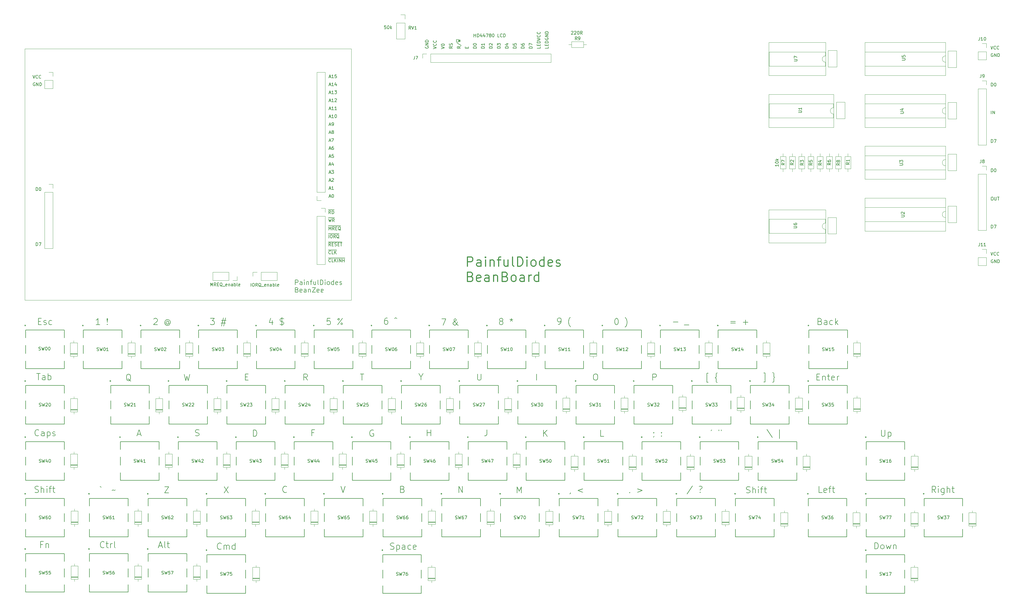
<source format=gbr>
%TF.GenerationSoftware,KiCad,Pcbnew,7.0.10*%
%TF.CreationDate,2025-03-29T10:40:22+00:00*%
%TF.ProjectId,BeanBoard,4265616e-426f-4617-9264-2e6b69636164,rev?*%
%TF.SameCoordinates,Original*%
%TF.FileFunction,Legend,Top*%
%TF.FilePolarity,Positive*%
%FSLAX46Y46*%
G04 Gerber Fmt 4.6, Leading zero omitted, Abs format (unit mm)*
G04 Created by KiCad (PCBNEW 7.0.10) date 2025-03-29 10:40:22*
%MOMM*%
%LPD*%
G01*
G04 APERTURE LIST*
%ADD10C,0.100000*%
%ADD11C,0.150000*%
%ADD12C,0.187500*%
%ADD13C,0.375000*%
%ADD14C,0.120000*%
%ADD15C,0.152400*%
%ADD16C,0.254000*%
G04 APERTURE END LIST*
D10*
X46110000Y-52320000D02*
X149710000Y-52320000D01*
X149710000Y-132150000D01*
X46110000Y-132150000D01*
X46110000Y-52320000D01*
D11*
X143148207Y-104729819D02*
X142814874Y-104253628D01*
X142576779Y-104729819D02*
X142576779Y-103729819D01*
X142576779Y-103729819D02*
X142957731Y-103729819D01*
X142957731Y-103729819D02*
X143052969Y-103777438D01*
X143052969Y-103777438D02*
X143100588Y-103825057D01*
X143100588Y-103825057D02*
X143148207Y-103920295D01*
X143148207Y-103920295D02*
X143148207Y-104063152D01*
X143148207Y-104063152D02*
X143100588Y-104158390D01*
X143100588Y-104158390D02*
X143052969Y-104206009D01*
X143052969Y-104206009D02*
X142957731Y-104253628D01*
X142957731Y-104253628D02*
X142576779Y-104253628D01*
X143576779Y-104729819D02*
X143576779Y-103729819D01*
X143576779Y-103729819D02*
X143814874Y-103729819D01*
X143814874Y-103729819D02*
X143957731Y-103777438D01*
X143957731Y-103777438D02*
X144052969Y-103872676D01*
X144052969Y-103872676D02*
X144100588Y-103967914D01*
X144100588Y-103967914D02*
X144148207Y-104158390D01*
X144148207Y-104158390D02*
X144148207Y-104301247D01*
X144148207Y-104301247D02*
X144100588Y-104491723D01*
X144100588Y-104491723D02*
X144052969Y-104586961D01*
X144052969Y-104586961D02*
X143957731Y-104682200D01*
X143957731Y-104682200D02*
X143814874Y-104729819D01*
X143814874Y-104729819D02*
X143576779Y-104729819D01*
X142438684Y-103452200D02*
X144238684Y-103452200D01*
X257900766Y-191155200D02*
X256186481Y-193726628D01*
X260376957Y-193059961D02*
X260472195Y-193155200D01*
X260472195Y-193155200D02*
X260376957Y-193250438D01*
X260376957Y-193250438D02*
X260281719Y-193155200D01*
X260281719Y-193155200D02*
X260376957Y-193059961D01*
X260376957Y-193059961D02*
X260376957Y-193250438D01*
X259996005Y-191345676D02*
X260186481Y-191250438D01*
X260186481Y-191250438D02*
X260662672Y-191250438D01*
X260662672Y-191250438D02*
X260853148Y-191345676D01*
X260853148Y-191345676D02*
X260948386Y-191536152D01*
X260948386Y-191536152D02*
X260948386Y-191726628D01*
X260948386Y-191726628D02*
X260853148Y-191917104D01*
X260853148Y-191917104D02*
X260757910Y-192012342D01*
X260757910Y-192012342D02*
X260567433Y-192107580D01*
X260567433Y-192107580D02*
X260472195Y-192202819D01*
X260472195Y-192202819D02*
X260376957Y-192393295D01*
X260376957Y-192393295D02*
X260376957Y-192488533D01*
X352656779Y-64169819D02*
X352656779Y-63169819D01*
X352656779Y-63169819D02*
X352894874Y-63169819D01*
X352894874Y-63169819D02*
X353037731Y-63217438D01*
X353037731Y-63217438D02*
X353132969Y-63312676D01*
X353132969Y-63312676D02*
X353180588Y-63407914D01*
X353180588Y-63407914D02*
X353228207Y-63598390D01*
X353228207Y-63598390D02*
X353228207Y-63741247D01*
X353228207Y-63741247D02*
X353180588Y-63931723D01*
X353180588Y-63931723D02*
X353132969Y-64026961D01*
X353132969Y-64026961D02*
X353037731Y-64122200D01*
X353037731Y-64122200D02*
X352894874Y-64169819D01*
X352894874Y-64169819D02*
X352656779Y-64169819D01*
X353847255Y-63169819D02*
X353942493Y-63169819D01*
X353942493Y-63169819D02*
X354037731Y-63217438D01*
X354037731Y-63217438D02*
X354085350Y-63265057D01*
X354085350Y-63265057D02*
X354132969Y-63360295D01*
X354132969Y-63360295D02*
X354180588Y-63550771D01*
X354180588Y-63550771D02*
X354180588Y-63788866D01*
X354180588Y-63788866D02*
X354132969Y-63979342D01*
X354132969Y-63979342D02*
X354085350Y-64074580D01*
X354085350Y-64074580D02*
X354037731Y-64122200D01*
X354037731Y-64122200D02*
X353942493Y-64169819D01*
X353942493Y-64169819D02*
X353847255Y-64169819D01*
X353847255Y-64169819D02*
X353752017Y-64122200D01*
X353752017Y-64122200D02*
X353704398Y-64074580D01*
X353704398Y-64074580D02*
X353656779Y-63979342D01*
X353656779Y-63979342D02*
X353609160Y-63788866D01*
X353609160Y-63788866D02*
X353609160Y-63550771D01*
X353609160Y-63550771D02*
X353656779Y-63360295D01*
X353656779Y-63360295D02*
X353704398Y-63265057D01*
X353704398Y-63265057D02*
X353752017Y-63217438D01*
X353752017Y-63217438D02*
X353847255Y-63169819D01*
X202279717Y-193377438D02*
X202279717Y-191377438D01*
X202279717Y-191377438D02*
X202946384Y-192806009D01*
X202946384Y-192806009D02*
X203613050Y-191377438D01*
X203613050Y-191377438D02*
X203613050Y-193377438D01*
X315704874Y-211160438D02*
X315704874Y-209160438D01*
X315704874Y-209160438D02*
X316181064Y-209160438D01*
X316181064Y-209160438D02*
X316466779Y-209255676D01*
X316466779Y-209255676D02*
X316657255Y-209446152D01*
X316657255Y-209446152D02*
X316752493Y-209636628D01*
X316752493Y-209636628D02*
X316847731Y-210017580D01*
X316847731Y-210017580D02*
X316847731Y-210303295D01*
X316847731Y-210303295D02*
X316752493Y-210684247D01*
X316752493Y-210684247D02*
X316657255Y-210874723D01*
X316657255Y-210874723D02*
X316466779Y-211065200D01*
X316466779Y-211065200D02*
X316181064Y-211160438D01*
X316181064Y-211160438D02*
X315704874Y-211160438D01*
X317990588Y-211160438D02*
X317800112Y-211065200D01*
X317800112Y-211065200D02*
X317704874Y-210969961D01*
X317704874Y-210969961D02*
X317609636Y-210779485D01*
X317609636Y-210779485D02*
X317609636Y-210208057D01*
X317609636Y-210208057D02*
X317704874Y-210017580D01*
X317704874Y-210017580D02*
X317800112Y-209922342D01*
X317800112Y-209922342D02*
X317990588Y-209827104D01*
X317990588Y-209827104D02*
X318276303Y-209827104D01*
X318276303Y-209827104D02*
X318466779Y-209922342D01*
X318466779Y-209922342D02*
X318562017Y-210017580D01*
X318562017Y-210017580D02*
X318657255Y-210208057D01*
X318657255Y-210208057D02*
X318657255Y-210779485D01*
X318657255Y-210779485D02*
X318562017Y-210969961D01*
X318562017Y-210969961D02*
X318466779Y-211065200D01*
X318466779Y-211065200D02*
X318276303Y-211160438D01*
X318276303Y-211160438D02*
X317990588Y-211160438D01*
X319323922Y-209827104D02*
X319704874Y-211160438D01*
X319704874Y-211160438D02*
X320085827Y-210208057D01*
X320085827Y-210208057D02*
X320466779Y-211160438D01*
X320466779Y-211160438D02*
X320847731Y-209827104D01*
X321609636Y-209827104D02*
X321609636Y-211160438D01*
X321609636Y-210017580D02*
X321704874Y-209922342D01*
X321704874Y-209922342D02*
X321895350Y-209827104D01*
X321895350Y-209827104D02*
X322181065Y-209827104D01*
X322181065Y-209827104D02*
X322371541Y-209922342D01*
X322371541Y-209922342D02*
X322466779Y-210112819D01*
X322466779Y-210112819D02*
X322466779Y-211160438D01*
X49339636Y-193155200D02*
X49625350Y-193250438D01*
X49625350Y-193250438D02*
X50101541Y-193250438D01*
X50101541Y-193250438D02*
X50292017Y-193155200D01*
X50292017Y-193155200D02*
X50387255Y-193059961D01*
X50387255Y-193059961D02*
X50482493Y-192869485D01*
X50482493Y-192869485D02*
X50482493Y-192679009D01*
X50482493Y-192679009D02*
X50387255Y-192488533D01*
X50387255Y-192488533D02*
X50292017Y-192393295D01*
X50292017Y-192393295D02*
X50101541Y-192298057D01*
X50101541Y-192298057D02*
X49720588Y-192202819D01*
X49720588Y-192202819D02*
X49530112Y-192107580D01*
X49530112Y-192107580D02*
X49434874Y-192012342D01*
X49434874Y-192012342D02*
X49339636Y-191821866D01*
X49339636Y-191821866D02*
X49339636Y-191631390D01*
X49339636Y-191631390D02*
X49434874Y-191440914D01*
X49434874Y-191440914D02*
X49530112Y-191345676D01*
X49530112Y-191345676D02*
X49720588Y-191250438D01*
X49720588Y-191250438D02*
X50196779Y-191250438D01*
X50196779Y-191250438D02*
X50482493Y-191345676D01*
X51339636Y-193250438D02*
X51339636Y-191250438D01*
X52196779Y-193250438D02*
X52196779Y-192202819D01*
X52196779Y-192202819D02*
X52101541Y-192012342D01*
X52101541Y-192012342D02*
X51911065Y-191917104D01*
X51911065Y-191917104D02*
X51625350Y-191917104D01*
X51625350Y-191917104D02*
X51434874Y-192012342D01*
X51434874Y-192012342D02*
X51339636Y-192107580D01*
X53149160Y-193250438D02*
X53149160Y-191917104D01*
X53149160Y-191250438D02*
X53053922Y-191345676D01*
X53053922Y-191345676D02*
X53149160Y-191440914D01*
X53149160Y-191440914D02*
X53244398Y-191345676D01*
X53244398Y-191345676D02*
X53149160Y-191250438D01*
X53149160Y-191250438D02*
X53149160Y-191440914D01*
X53815827Y-191917104D02*
X54577731Y-191917104D01*
X54101541Y-193250438D02*
X54101541Y-191536152D01*
X54101541Y-191536152D02*
X54196779Y-191345676D01*
X54196779Y-191345676D02*
X54387255Y-191250438D01*
X54387255Y-191250438D02*
X54577731Y-191250438D01*
X54958684Y-191917104D02*
X55720588Y-191917104D01*
X55244398Y-191250438D02*
X55244398Y-192964723D01*
X55244398Y-192964723D02*
X55339636Y-193155200D01*
X55339636Y-193155200D02*
X55530112Y-193250438D01*
X55530112Y-193250438D02*
X55720588Y-193250438D01*
X96714398Y-155684438D02*
X97190588Y-157684438D01*
X97190588Y-157684438D02*
X97571541Y-156255866D01*
X97571541Y-156255866D02*
X97952493Y-157684438D01*
X97952493Y-157684438D02*
X98428684Y-155684438D01*
X192729393Y-173260438D02*
X192729393Y-174689009D01*
X192729393Y-174689009D02*
X192634154Y-174974723D01*
X192634154Y-174974723D02*
X192443678Y-175165200D01*
X192443678Y-175165200D02*
X192157964Y-175260438D01*
X192157964Y-175260438D02*
X191967488Y-175260438D01*
X208414879Y-157557438D02*
X208414879Y-155557438D01*
X299007937Y-193250438D02*
X298055556Y-193250438D01*
X298055556Y-193250438D02*
X298055556Y-191250438D01*
X300436509Y-193155200D02*
X300246033Y-193250438D01*
X300246033Y-193250438D02*
X299865080Y-193250438D01*
X299865080Y-193250438D02*
X299674604Y-193155200D01*
X299674604Y-193155200D02*
X299579366Y-192964723D01*
X299579366Y-192964723D02*
X299579366Y-192202819D01*
X299579366Y-192202819D02*
X299674604Y-192012342D01*
X299674604Y-192012342D02*
X299865080Y-191917104D01*
X299865080Y-191917104D02*
X300246033Y-191917104D01*
X300246033Y-191917104D02*
X300436509Y-192012342D01*
X300436509Y-192012342D02*
X300531747Y-192202819D01*
X300531747Y-192202819D02*
X300531747Y-192393295D01*
X300531747Y-192393295D02*
X299579366Y-192583771D01*
X301103176Y-191917104D02*
X301865080Y-191917104D01*
X301388890Y-193250438D02*
X301388890Y-191536152D01*
X301388890Y-191536152D02*
X301484128Y-191345676D01*
X301484128Y-191345676D02*
X301674604Y-191250438D01*
X301674604Y-191250438D02*
X301865080Y-191250438D01*
X302246033Y-191917104D02*
X303007937Y-191917104D01*
X302531747Y-191250438D02*
X302531747Y-192964723D01*
X302531747Y-192964723D02*
X302626985Y-193155200D01*
X302626985Y-193155200D02*
X302817461Y-193250438D01*
X302817461Y-193250438D02*
X303007937Y-193250438D01*
X109357179Y-191377438D02*
X110690512Y-193377438D01*
X110690512Y-191377438D02*
X109357179Y-193377438D01*
X49350588Y-63097438D02*
X49255350Y-63049819D01*
X49255350Y-63049819D02*
X49112493Y-63049819D01*
X49112493Y-63049819D02*
X48969636Y-63097438D01*
X48969636Y-63097438D02*
X48874398Y-63192676D01*
X48874398Y-63192676D02*
X48826779Y-63287914D01*
X48826779Y-63287914D02*
X48779160Y-63478390D01*
X48779160Y-63478390D02*
X48779160Y-63621247D01*
X48779160Y-63621247D02*
X48826779Y-63811723D01*
X48826779Y-63811723D02*
X48874398Y-63906961D01*
X48874398Y-63906961D02*
X48969636Y-64002200D01*
X48969636Y-64002200D02*
X49112493Y-64049819D01*
X49112493Y-64049819D02*
X49207731Y-64049819D01*
X49207731Y-64049819D02*
X49350588Y-64002200D01*
X49350588Y-64002200D02*
X49398207Y-63954580D01*
X49398207Y-63954580D02*
X49398207Y-63621247D01*
X49398207Y-63621247D02*
X49207731Y-63621247D01*
X49826779Y-64049819D02*
X49826779Y-63049819D01*
X49826779Y-63049819D02*
X50398207Y-64049819D01*
X50398207Y-64049819D02*
X50398207Y-63049819D01*
X50874398Y-64049819D02*
X50874398Y-63049819D01*
X50874398Y-63049819D02*
X51112493Y-63049819D01*
X51112493Y-63049819D02*
X51255350Y-63097438D01*
X51255350Y-63097438D02*
X51350588Y-63192676D01*
X51350588Y-63192676D02*
X51398207Y-63287914D01*
X51398207Y-63287914D02*
X51445826Y-63478390D01*
X51445826Y-63478390D02*
X51445826Y-63621247D01*
X51445826Y-63621247D02*
X51398207Y-63811723D01*
X51398207Y-63811723D02*
X51350588Y-63906961D01*
X51350588Y-63906961D02*
X51255350Y-64002200D01*
X51255350Y-64002200D02*
X51112493Y-64049819D01*
X51112493Y-64049819D02*
X50874398Y-64049819D01*
X142659160Y-94166104D02*
X143135350Y-94166104D01*
X142563922Y-94451819D02*
X142897255Y-93451819D01*
X142897255Y-93451819D02*
X143230588Y-94451819D01*
X143516303Y-93547057D02*
X143563922Y-93499438D01*
X143563922Y-93499438D02*
X143659160Y-93451819D01*
X143659160Y-93451819D02*
X143897255Y-93451819D01*
X143897255Y-93451819D02*
X143992493Y-93499438D01*
X143992493Y-93499438D02*
X144040112Y-93547057D01*
X144040112Y-93547057D02*
X144087731Y-93642295D01*
X144087731Y-93642295D02*
X144087731Y-93737533D01*
X144087731Y-93737533D02*
X144040112Y-93880390D01*
X144040112Y-93880390D02*
X143468684Y-94451819D01*
X143468684Y-94451819D02*
X144087731Y-94451819D01*
X118616964Y-175387438D02*
X118616964Y-173387438D01*
X118616964Y-173387438D02*
X119093154Y-173387438D01*
X119093154Y-173387438D02*
X119378869Y-173482676D01*
X119378869Y-173482676D02*
X119569345Y-173673152D01*
X119569345Y-173673152D02*
X119664583Y-173863628D01*
X119664583Y-173863628D02*
X119759821Y-174244580D01*
X119759821Y-174244580D02*
X119759821Y-174530295D01*
X119759821Y-174530295D02*
X119664583Y-174911247D01*
X119664583Y-174911247D02*
X119569345Y-175101723D01*
X119569345Y-175101723D02*
X119378869Y-175292200D01*
X119378869Y-175292200D02*
X119093154Y-175387438D01*
X119093154Y-175387438D02*
X118616964Y-175387438D01*
X51801541Y-209742819D02*
X51134874Y-209742819D01*
X51134874Y-210790438D02*
X51134874Y-208790438D01*
X51134874Y-208790438D02*
X52087255Y-208790438D01*
X52849160Y-209457104D02*
X52849160Y-210790438D01*
X52849160Y-209647580D02*
X52944398Y-209552342D01*
X52944398Y-209552342D02*
X53134874Y-209457104D01*
X53134874Y-209457104D02*
X53420589Y-209457104D01*
X53420589Y-209457104D02*
X53611065Y-209552342D01*
X53611065Y-209552342D02*
X53706303Y-209742819D01*
X53706303Y-209742819D02*
X53706303Y-210790438D01*
X233733642Y-137927438D02*
X233924119Y-137927438D01*
X233924119Y-137927438D02*
X234114595Y-138022676D01*
X234114595Y-138022676D02*
X234209833Y-138117914D01*
X234209833Y-138117914D02*
X234305071Y-138308390D01*
X234305071Y-138308390D02*
X234400309Y-138689342D01*
X234400309Y-138689342D02*
X234400309Y-139165533D01*
X234400309Y-139165533D02*
X234305071Y-139546485D01*
X234305071Y-139546485D02*
X234209833Y-139736961D01*
X234209833Y-139736961D02*
X234114595Y-139832200D01*
X234114595Y-139832200D02*
X233924119Y-139927438D01*
X233924119Y-139927438D02*
X233733642Y-139927438D01*
X233733642Y-139927438D02*
X233543166Y-139832200D01*
X233543166Y-139832200D02*
X233447928Y-139736961D01*
X233447928Y-139736961D02*
X233352690Y-139546485D01*
X233352690Y-139546485D02*
X233257452Y-139165533D01*
X233257452Y-139165533D02*
X233257452Y-138689342D01*
X233257452Y-138689342D02*
X233352690Y-138308390D01*
X233352690Y-138308390D02*
X233447928Y-138117914D01*
X233447928Y-138117914D02*
X233543166Y-138022676D01*
X233543166Y-138022676D02*
X233733642Y-137927438D01*
X236590786Y-140689342D02*
X236686024Y-140594104D01*
X236686024Y-140594104D02*
X236876500Y-140308390D01*
X236876500Y-140308390D02*
X236971738Y-140117914D01*
X236971738Y-140117914D02*
X237066976Y-139832200D01*
X237066976Y-139832200D02*
X237162214Y-139356009D01*
X237162214Y-139356009D02*
X237162214Y-138975057D01*
X237162214Y-138975057D02*
X237066976Y-138498866D01*
X237066976Y-138498866D02*
X236971738Y-138213152D01*
X236971738Y-138213152D02*
X236876500Y-138022676D01*
X236876500Y-138022676D02*
X236686024Y-137736961D01*
X236686024Y-137736961D02*
X236590786Y-137641723D01*
X49726779Y-97359819D02*
X49726779Y-96359819D01*
X49726779Y-96359819D02*
X49964874Y-96359819D01*
X49964874Y-96359819D02*
X50107731Y-96407438D01*
X50107731Y-96407438D02*
X50202969Y-96502676D01*
X50202969Y-96502676D02*
X50250588Y-96597914D01*
X50250588Y-96597914D02*
X50298207Y-96788390D01*
X50298207Y-96788390D02*
X50298207Y-96931247D01*
X50298207Y-96931247D02*
X50250588Y-97121723D01*
X50250588Y-97121723D02*
X50202969Y-97216961D01*
X50202969Y-97216961D02*
X50107731Y-97312200D01*
X50107731Y-97312200D02*
X49964874Y-97359819D01*
X49964874Y-97359819D02*
X49726779Y-97359819D01*
X50917255Y-96359819D02*
X51012493Y-96359819D01*
X51012493Y-96359819D02*
X51107731Y-96407438D01*
X51107731Y-96407438D02*
X51155350Y-96455057D01*
X51155350Y-96455057D02*
X51202969Y-96550295D01*
X51202969Y-96550295D02*
X51250588Y-96740771D01*
X51250588Y-96740771D02*
X51250588Y-96978866D01*
X51250588Y-96978866D02*
X51202969Y-97169342D01*
X51202969Y-97169342D02*
X51155350Y-97264580D01*
X51155350Y-97264580D02*
X51107731Y-97312200D01*
X51107731Y-97312200D02*
X51012493Y-97359819D01*
X51012493Y-97359819D02*
X50917255Y-97359819D01*
X50917255Y-97359819D02*
X50822017Y-97312200D01*
X50822017Y-97312200D02*
X50774398Y-97264580D01*
X50774398Y-97264580D02*
X50726779Y-97169342D01*
X50726779Y-97169342D02*
X50679160Y-96978866D01*
X50679160Y-96978866D02*
X50679160Y-96740771D01*
X50679160Y-96740771D02*
X50726779Y-96550295D01*
X50726779Y-96550295D02*
X50774398Y-96455057D01*
X50774398Y-96455057D02*
X50822017Y-96407438D01*
X50822017Y-96407438D02*
X50917255Y-96359819D01*
X146392503Y-191250438D02*
X147059169Y-193250438D01*
X147059169Y-193250438D02*
X147725836Y-191250438D01*
X171779233Y-156478057D02*
X171779233Y-157430438D01*
X171112567Y-155430438D02*
X171779233Y-156478057D01*
X171779233Y-156478057D02*
X172445900Y-155430438D01*
X116063884Y-156509819D02*
X116730551Y-156509819D01*
X117016265Y-157557438D02*
X116063884Y-157557438D01*
X116063884Y-157557438D02*
X116063884Y-155557438D01*
X116063884Y-155557438D02*
X117016265Y-155557438D01*
X49899160Y-155430438D02*
X51042017Y-155430438D01*
X50470588Y-157430438D02*
X50470588Y-155430438D01*
X52565827Y-157430438D02*
X52565827Y-156382819D01*
X52565827Y-156382819D02*
X52470589Y-156192342D01*
X52470589Y-156192342D02*
X52280113Y-156097104D01*
X52280113Y-156097104D02*
X51899160Y-156097104D01*
X51899160Y-156097104D02*
X51708684Y-156192342D01*
X52565827Y-157335200D02*
X52375351Y-157430438D01*
X52375351Y-157430438D02*
X51899160Y-157430438D01*
X51899160Y-157430438D02*
X51708684Y-157335200D01*
X51708684Y-157335200D02*
X51613446Y-157144723D01*
X51613446Y-157144723D02*
X51613446Y-156954247D01*
X51613446Y-156954247D02*
X51708684Y-156763771D01*
X51708684Y-156763771D02*
X51899160Y-156668533D01*
X51899160Y-156668533D02*
X52375351Y-156668533D01*
X52375351Y-156668533D02*
X52565827Y-156573295D01*
X53518208Y-157430438D02*
X53518208Y-155430438D01*
X53518208Y-156192342D02*
X53708684Y-156097104D01*
X53708684Y-156097104D02*
X54089637Y-156097104D01*
X54089637Y-156097104D02*
X54280113Y-156192342D01*
X54280113Y-156192342D02*
X54375351Y-156287580D01*
X54375351Y-156287580D02*
X54470589Y-156478057D01*
X54470589Y-156478057D02*
X54470589Y-157049485D01*
X54470589Y-157049485D02*
X54375351Y-157239961D01*
X54375351Y-157239961D02*
X54280113Y-157335200D01*
X54280113Y-157335200D02*
X54089637Y-157430438D01*
X54089637Y-157430438D02*
X53708684Y-157430438D01*
X53708684Y-157430438D02*
X53518208Y-157335200D01*
X207103148Y-52113220D02*
X206103148Y-52113220D01*
X206103148Y-52113220D02*
X206103148Y-51875125D01*
X206103148Y-51875125D02*
X206150767Y-51732268D01*
X206150767Y-51732268D02*
X206246005Y-51637030D01*
X206246005Y-51637030D02*
X206341243Y-51589411D01*
X206341243Y-51589411D02*
X206531719Y-51541792D01*
X206531719Y-51541792D02*
X206674576Y-51541792D01*
X206674576Y-51541792D02*
X206865052Y-51589411D01*
X206865052Y-51589411D02*
X206960290Y-51637030D01*
X206960290Y-51637030D02*
X207055529Y-51732268D01*
X207055529Y-51732268D02*
X207103148Y-51875125D01*
X207103148Y-51875125D02*
X207103148Y-52113220D01*
X206103148Y-51208458D02*
X206103148Y-50541792D01*
X206103148Y-50541792D02*
X207103148Y-50970363D01*
X142659160Y-71360104D02*
X143135350Y-71360104D01*
X142563922Y-71645819D02*
X142897255Y-70645819D01*
X142897255Y-70645819D02*
X143230588Y-71645819D01*
X144087731Y-71645819D02*
X143516303Y-71645819D01*
X143802017Y-71645819D02*
X143802017Y-70645819D01*
X143802017Y-70645819D02*
X143706779Y-70788676D01*
X143706779Y-70788676D02*
X143611541Y-70883914D01*
X143611541Y-70883914D02*
X143516303Y-70931533D01*
X145040112Y-71645819D02*
X144468684Y-71645819D01*
X144754398Y-71645819D02*
X144754398Y-70645819D01*
X144754398Y-70645819D02*
X144659160Y-70788676D01*
X144659160Y-70788676D02*
X144563922Y-70883914D01*
X144563922Y-70883914D02*
X144468684Y-70931533D01*
X49726779Y-114839819D02*
X49726779Y-113839819D01*
X49726779Y-113839819D02*
X49964874Y-113839819D01*
X49964874Y-113839819D02*
X50107731Y-113887438D01*
X50107731Y-113887438D02*
X50202969Y-113982676D01*
X50202969Y-113982676D02*
X50250588Y-114077914D01*
X50250588Y-114077914D02*
X50298207Y-114268390D01*
X50298207Y-114268390D02*
X50298207Y-114411247D01*
X50298207Y-114411247D02*
X50250588Y-114601723D01*
X50250588Y-114601723D02*
X50202969Y-114696961D01*
X50202969Y-114696961D02*
X50107731Y-114792200D01*
X50107731Y-114792200D02*
X49964874Y-114839819D01*
X49964874Y-114839819D02*
X49726779Y-114839819D01*
X50631541Y-113839819D02*
X51298207Y-113839819D01*
X51298207Y-113839819D02*
X50869636Y-114839819D01*
X194436483Y-52113220D02*
X193436483Y-52113220D01*
X193436483Y-52113220D02*
X193436483Y-51875125D01*
X193436483Y-51875125D02*
X193484102Y-51732268D01*
X193484102Y-51732268D02*
X193579340Y-51637030D01*
X193579340Y-51637030D02*
X193674578Y-51589411D01*
X193674578Y-51589411D02*
X193865054Y-51541792D01*
X193865054Y-51541792D02*
X194007911Y-51541792D01*
X194007911Y-51541792D02*
X194198387Y-51589411D01*
X194198387Y-51589411D02*
X194293625Y-51637030D01*
X194293625Y-51637030D02*
X194388864Y-51732268D01*
X194388864Y-51732268D02*
X194436483Y-51875125D01*
X194436483Y-51875125D02*
X194436483Y-52113220D01*
X193531721Y-51160839D02*
X193484102Y-51113220D01*
X193484102Y-51113220D02*
X193436483Y-51017982D01*
X193436483Y-51017982D02*
X193436483Y-50779887D01*
X193436483Y-50779887D02*
X193484102Y-50684649D01*
X193484102Y-50684649D02*
X193531721Y-50637030D01*
X193531721Y-50637030D02*
X193626959Y-50589411D01*
X193626959Y-50589411D02*
X193722197Y-50589411D01*
X193722197Y-50589411D02*
X193865054Y-50637030D01*
X193865054Y-50637030D02*
X194436483Y-51208458D01*
X194436483Y-51208458D02*
X194436483Y-50589411D01*
X137797586Y-174212819D02*
X137130919Y-174212819D01*
X137130919Y-175260438D02*
X137130919Y-173260438D01*
X137130919Y-173260438D02*
X138083300Y-173260438D01*
X184303151Y-51541792D02*
X183826960Y-51875125D01*
X184303151Y-52113220D02*
X183303151Y-52113220D01*
X183303151Y-52113220D02*
X183303151Y-51732268D01*
X183303151Y-51732268D02*
X183350770Y-51637030D01*
X183350770Y-51637030D02*
X183398389Y-51589411D01*
X183398389Y-51589411D02*
X183493627Y-51541792D01*
X183493627Y-51541792D02*
X183636484Y-51541792D01*
X183636484Y-51541792D02*
X183731722Y-51589411D01*
X183731722Y-51589411D02*
X183779341Y-51637030D01*
X183779341Y-51637030D02*
X183826960Y-51732268D01*
X183826960Y-51732268D02*
X183826960Y-52113220D01*
X183255532Y-50398935D02*
X184541246Y-51256077D01*
X183303151Y-50160839D02*
X184303151Y-49922744D01*
X184303151Y-49922744D02*
X183588865Y-49732268D01*
X183588865Y-49732268D02*
X184303151Y-49541792D01*
X184303151Y-49541792D02*
X183303151Y-49303697D01*
X183025532Y-50203697D02*
X183025532Y-49260840D01*
X245720202Y-175292200D02*
X245720202Y-175387438D01*
X245720202Y-175387438D02*
X245624964Y-175577914D01*
X245624964Y-175577914D02*
X245529726Y-175673152D01*
X245624964Y-174149342D02*
X245720202Y-174244580D01*
X245720202Y-174244580D02*
X245624964Y-174339819D01*
X245624964Y-174339819D02*
X245529726Y-174244580D01*
X245529726Y-174244580D02*
X245624964Y-174149342D01*
X245624964Y-174149342D02*
X245624964Y-174339819D01*
X248101155Y-175196961D02*
X248196393Y-175292200D01*
X248196393Y-175292200D02*
X248101155Y-175387438D01*
X248101155Y-175387438D02*
X248005917Y-175292200D01*
X248005917Y-175292200D02*
X248101155Y-175196961D01*
X248101155Y-175196961D02*
X248101155Y-175387438D01*
X248101155Y-174149342D02*
X248196393Y-174244580D01*
X248196393Y-174244580D02*
X248101155Y-174339819D01*
X248101155Y-174339819D02*
X248005917Y-174244580D01*
X248005917Y-174244580D02*
X248101155Y-174149342D01*
X248101155Y-174149342D02*
X248101155Y-174339819D01*
X162079636Y-211192200D02*
X162365350Y-211287438D01*
X162365350Y-211287438D02*
X162841541Y-211287438D01*
X162841541Y-211287438D02*
X163032017Y-211192200D01*
X163032017Y-211192200D02*
X163127255Y-211096961D01*
X163127255Y-211096961D02*
X163222493Y-210906485D01*
X163222493Y-210906485D02*
X163222493Y-210716009D01*
X163222493Y-210716009D02*
X163127255Y-210525533D01*
X163127255Y-210525533D02*
X163032017Y-210430295D01*
X163032017Y-210430295D02*
X162841541Y-210335057D01*
X162841541Y-210335057D02*
X162460588Y-210239819D01*
X162460588Y-210239819D02*
X162270112Y-210144580D01*
X162270112Y-210144580D02*
X162174874Y-210049342D01*
X162174874Y-210049342D02*
X162079636Y-209858866D01*
X162079636Y-209858866D02*
X162079636Y-209668390D01*
X162079636Y-209668390D02*
X162174874Y-209477914D01*
X162174874Y-209477914D02*
X162270112Y-209382676D01*
X162270112Y-209382676D02*
X162460588Y-209287438D01*
X162460588Y-209287438D02*
X162936779Y-209287438D01*
X162936779Y-209287438D02*
X163222493Y-209382676D01*
X164079636Y-209954104D02*
X164079636Y-211954104D01*
X164079636Y-210049342D02*
X164270112Y-209954104D01*
X164270112Y-209954104D02*
X164651065Y-209954104D01*
X164651065Y-209954104D02*
X164841541Y-210049342D01*
X164841541Y-210049342D02*
X164936779Y-210144580D01*
X164936779Y-210144580D02*
X165032017Y-210335057D01*
X165032017Y-210335057D02*
X165032017Y-210906485D01*
X165032017Y-210906485D02*
X164936779Y-211096961D01*
X164936779Y-211096961D02*
X164841541Y-211192200D01*
X164841541Y-211192200D02*
X164651065Y-211287438D01*
X164651065Y-211287438D02*
X164270112Y-211287438D01*
X164270112Y-211287438D02*
X164079636Y-211192200D01*
X166746303Y-211287438D02*
X166746303Y-210239819D01*
X166746303Y-210239819D02*
X166651065Y-210049342D01*
X166651065Y-210049342D02*
X166460589Y-209954104D01*
X166460589Y-209954104D02*
X166079636Y-209954104D01*
X166079636Y-209954104D02*
X165889160Y-210049342D01*
X166746303Y-211192200D02*
X166555827Y-211287438D01*
X166555827Y-211287438D02*
X166079636Y-211287438D01*
X166079636Y-211287438D02*
X165889160Y-211192200D01*
X165889160Y-211192200D02*
X165793922Y-211001723D01*
X165793922Y-211001723D02*
X165793922Y-210811247D01*
X165793922Y-210811247D02*
X165889160Y-210620771D01*
X165889160Y-210620771D02*
X166079636Y-210525533D01*
X166079636Y-210525533D02*
X166555827Y-210525533D01*
X166555827Y-210525533D02*
X166746303Y-210430295D01*
X168555827Y-211192200D02*
X168365351Y-211287438D01*
X168365351Y-211287438D02*
X167984398Y-211287438D01*
X167984398Y-211287438D02*
X167793922Y-211192200D01*
X167793922Y-211192200D02*
X167698684Y-211096961D01*
X167698684Y-211096961D02*
X167603446Y-210906485D01*
X167603446Y-210906485D02*
X167603446Y-210335057D01*
X167603446Y-210335057D02*
X167698684Y-210144580D01*
X167698684Y-210144580D02*
X167793922Y-210049342D01*
X167793922Y-210049342D02*
X167984398Y-209954104D01*
X167984398Y-209954104D02*
X168365351Y-209954104D01*
X168365351Y-209954104D02*
X168555827Y-210049342D01*
X170174875Y-211192200D02*
X169984399Y-211287438D01*
X169984399Y-211287438D02*
X169603446Y-211287438D01*
X169603446Y-211287438D02*
X169412970Y-211192200D01*
X169412970Y-211192200D02*
X169317732Y-211001723D01*
X169317732Y-211001723D02*
X169317732Y-210239819D01*
X169317732Y-210239819D02*
X169412970Y-210049342D01*
X169412970Y-210049342D02*
X169603446Y-209954104D01*
X169603446Y-209954104D02*
X169984399Y-209954104D01*
X169984399Y-209954104D02*
X170174875Y-210049342D01*
X170174875Y-210049342D02*
X170270113Y-210239819D01*
X170270113Y-210239819D02*
X170270113Y-210430295D01*
X170270113Y-210430295D02*
X169317732Y-210620771D01*
X142659160Y-84030104D02*
X143135350Y-84030104D01*
X142563922Y-84315819D02*
X142897255Y-83315819D01*
X142897255Y-83315819D02*
X143230588Y-84315819D01*
X143992493Y-83315819D02*
X143802017Y-83315819D01*
X143802017Y-83315819D02*
X143706779Y-83363438D01*
X143706779Y-83363438D02*
X143659160Y-83411057D01*
X143659160Y-83411057D02*
X143563922Y-83553914D01*
X143563922Y-83553914D02*
X143516303Y-83744390D01*
X143516303Y-83744390D02*
X143516303Y-84125342D01*
X143516303Y-84125342D02*
X143563922Y-84220580D01*
X143563922Y-84220580D02*
X143611541Y-84268200D01*
X143611541Y-84268200D02*
X143706779Y-84315819D01*
X143706779Y-84315819D02*
X143897255Y-84315819D01*
X143897255Y-84315819D02*
X143992493Y-84268200D01*
X143992493Y-84268200D02*
X144040112Y-84220580D01*
X144040112Y-84220580D02*
X144087731Y-84125342D01*
X144087731Y-84125342D02*
X144087731Y-83887247D01*
X144087731Y-83887247D02*
X144040112Y-83792009D01*
X144040112Y-83792009D02*
X143992493Y-83744390D01*
X143992493Y-83744390D02*
X143897255Y-83696771D01*
X143897255Y-83696771D02*
X143706779Y-83696771D01*
X143706779Y-83696771D02*
X143611541Y-83744390D01*
X143611541Y-83744390D02*
X143563922Y-83792009D01*
X143563922Y-83792009D02*
X143516303Y-83887247D01*
X297354874Y-156509819D02*
X298021541Y-156509819D01*
X298307255Y-157557438D02*
X297354874Y-157557438D01*
X297354874Y-157557438D02*
X297354874Y-155557438D01*
X297354874Y-155557438D02*
X298307255Y-155557438D01*
X299164398Y-156224104D02*
X299164398Y-157557438D01*
X299164398Y-156414580D02*
X299259636Y-156319342D01*
X299259636Y-156319342D02*
X299450112Y-156224104D01*
X299450112Y-156224104D02*
X299735827Y-156224104D01*
X299735827Y-156224104D02*
X299926303Y-156319342D01*
X299926303Y-156319342D02*
X300021541Y-156509819D01*
X300021541Y-156509819D02*
X300021541Y-157557438D01*
X300688208Y-156224104D02*
X301450112Y-156224104D01*
X300973922Y-155557438D02*
X300973922Y-157271723D01*
X300973922Y-157271723D02*
X301069160Y-157462200D01*
X301069160Y-157462200D02*
X301259636Y-157557438D01*
X301259636Y-157557438D02*
X301450112Y-157557438D01*
X302878684Y-157462200D02*
X302688208Y-157557438D01*
X302688208Y-157557438D02*
X302307255Y-157557438D01*
X302307255Y-157557438D02*
X302116779Y-157462200D01*
X302116779Y-157462200D02*
X302021541Y-157271723D01*
X302021541Y-157271723D02*
X302021541Y-156509819D01*
X302021541Y-156509819D02*
X302116779Y-156319342D01*
X302116779Y-156319342D02*
X302307255Y-156224104D01*
X302307255Y-156224104D02*
X302688208Y-156224104D01*
X302688208Y-156224104D02*
X302878684Y-156319342D01*
X302878684Y-156319342D02*
X302973922Y-156509819D01*
X302973922Y-156509819D02*
X302973922Y-156700295D01*
X302973922Y-156700295D02*
X302021541Y-156890771D01*
X303831065Y-157557438D02*
X303831065Y-156224104D01*
X303831065Y-156605057D02*
X303926303Y-156414580D01*
X303926303Y-156414580D02*
X304021541Y-156319342D01*
X304021541Y-156319342D02*
X304212017Y-156224104D01*
X304212017Y-156224104D02*
X304402494Y-156224104D01*
X142659160Y-91632104D02*
X143135350Y-91632104D01*
X142563922Y-91917819D02*
X142897255Y-90917819D01*
X142897255Y-90917819D02*
X143230588Y-91917819D01*
X143468684Y-90917819D02*
X144087731Y-90917819D01*
X144087731Y-90917819D02*
X143754398Y-91298771D01*
X143754398Y-91298771D02*
X143897255Y-91298771D01*
X143897255Y-91298771D02*
X143992493Y-91346390D01*
X143992493Y-91346390D02*
X144040112Y-91394009D01*
X144040112Y-91394009D02*
X144087731Y-91489247D01*
X144087731Y-91489247D02*
X144087731Y-91727342D01*
X144087731Y-91727342D02*
X144040112Y-91822580D01*
X144040112Y-91822580D02*
X143992493Y-91870200D01*
X143992493Y-91870200D02*
X143897255Y-91917819D01*
X143897255Y-91917819D02*
X143611541Y-91917819D01*
X143611541Y-91917819D02*
X143516303Y-91870200D01*
X143516303Y-91870200D02*
X143468684Y-91822580D01*
X178236485Y-52256077D02*
X179236485Y-51922744D01*
X179236485Y-51922744D02*
X178236485Y-51589411D01*
X178236485Y-51065601D02*
X178236485Y-50970363D01*
X178236485Y-50970363D02*
X178284104Y-50875125D01*
X178284104Y-50875125D02*
X178331723Y-50827506D01*
X178331723Y-50827506D02*
X178426961Y-50779887D01*
X178426961Y-50779887D02*
X178617437Y-50732268D01*
X178617437Y-50732268D02*
X178855532Y-50732268D01*
X178855532Y-50732268D02*
X179046008Y-50779887D01*
X179046008Y-50779887D02*
X179141246Y-50827506D01*
X179141246Y-50827506D02*
X179188866Y-50875125D01*
X179188866Y-50875125D02*
X179236485Y-50970363D01*
X179236485Y-50970363D02*
X179236485Y-51065601D01*
X179236485Y-51065601D02*
X179188866Y-51160839D01*
X179188866Y-51160839D02*
X179141246Y-51208458D01*
X179141246Y-51208458D02*
X179046008Y-51256077D01*
X179046008Y-51256077D02*
X178855532Y-51303696D01*
X178855532Y-51303696D02*
X178617437Y-51303696D01*
X178617437Y-51303696D02*
X178426961Y-51256077D01*
X178426961Y-51256077D02*
X178331723Y-51208458D01*
X178331723Y-51208458D02*
X178284104Y-51160839D01*
X178284104Y-51160839D02*
X178236485Y-51065601D01*
X142659160Y-73894104D02*
X143135350Y-73894104D01*
X142563922Y-74179819D02*
X142897255Y-73179819D01*
X142897255Y-73179819D02*
X143230588Y-74179819D01*
X144087731Y-74179819D02*
X143516303Y-74179819D01*
X143802017Y-74179819D02*
X143802017Y-73179819D01*
X143802017Y-73179819D02*
X143706779Y-73322676D01*
X143706779Y-73322676D02*
X143611541Y-73417914D01*
X143611541Y-73417914D02*
X143516303Y-73465533D01*
X144706779Y-73179819D02*
X144802017Y-73179819D01*
X144802017Y-73179819D02*
X144897255Y-73227438D01*
X144897255Y-73227438D02*
X144944874Y-73275057D01*
X144944874Y-73275057D02*
X144992493Y-73370295D01*
X144992493Y-73370295D02*
X145040112Y-73560771D01*
X145040112Y-73560771D02*
X145040112Y-73798866D01*
X145040112Y-73798866D02*
X144992493Y-73989342D01*
X144992493Y-73989342D02*
X144944874Y-74084580D01*
X144944874Y-74084580D02*
X144897255Y-74132200D01*
X144897255Y-74132200D02*
X144802017Y-74179819D01*
X144802017Y-74179819D02*
X144706779Y-74179819D01*
X144706779Y-74179819D02*
X144611541Y-74132200D01*
X144611541Y-74132200D02*
X144563922Y-74084580D01*
X144563922Y-74084580D02*
X144516303Y-73989342D01*
X144516303Y-73989342D02*
X144468684Y-73798866D01*
X144468684Y-73798866D02*
X144468684Y-73560771D01*
X144468684Y-73560771D02*
X144516303Y-73370295D01*
X144516303Y-73370295D02*
X144563922Y-73275057D01*
X144563922Y-73275057D02*
X144611541Y-73227438D01*
X144611541Y-73227438D02*
X144706779Y-73179819D01*
X178369783Y-138054438D02*
X179703116Y-138054438D01*
X179703116Y-138054438D02*
X178845973Y-140054438D01*
X183607879Y-140054438D02*
X183512641Y-140054438D01*
X183512641Y-140054438D02*
X183322164Y-139959200D01*
X183322164Y-139959200D02*
X183036450Y-139673485D01*
X183036450Y-139673485D02*
X182560260Y-139102057D01*
X182560260Y-139102057D02*
X182369783Y-138816342D01*
X182369783Y-138816342D02*
X182274545Y-138530628D01*
X182274545Y-138530628D02*
X182274545Y-138340152D01*
X182274545Y-138340152D02*
X182369783Y-138149676D01*
X182369783Y-138149676D02*
X182560260Y-138054438D01*
X182560260Y-138054438D02*
X182655498Y-138054438D01*
X182655498Y-138054438D02*
X182845974Y-138149676D01*
X182845974Y-138149676D02*
X182941212Y-138340152D01*
X182941212Y-138340152D02*
X182941212Y-138435390D01*
X182941212Y-138435390D02*
X182845974Y-138625866D01*
X182845974Y-138625866D02*
X182750736Y-138721104D01*
X182750736Y-138721104D02*
X182179307Y-139102057D01*
X182179307Y-139102057D02*
X182084069Y-139197295D01*
X182084069Y-139197295D02*
X181988831Y-139387771D01*
X181988831Y-139387771D02*
X181988831Y-139673485D01*
X181988831Y-139673485D02*
X182084069Y-139863961D01*
X182084069Y-139863961D02*
X182179307Y-139959200D01*
X182179307Y-139959200D02*
X182369783Y-140054438D01*
X182369783Y-140054438D02*
X182655498Y-140054438D01*
X182655498Y-140054438D02*
X182845974Y-139959200D01*
X182845974Y-139959200D02*
X182941212Y-139863961D01*
X182941212Y-139863961D02*
X183226926Y-139483009D01*
X183226926Y-139483009D02*
X183322164Y-139197295D01*
X183322164Y-139197295D02*
X183322164Y-139006819D01*
X219182871Y-193282200D02*
X219182871Y-193377438D01*
X219182871Y-193377438D02*
X219087633Y-193567914D01*
X219087633Y-193567914D02*
X218992395Y-193663152D01*
X223087634Y-192044104D02*
X221563824Y-192615533D01*
X221563824Y-192615533D02*
X223087634Y-193186961D01*
X88707855Y-210219009D02*
X89660236Y-210219009D01*
X88517379Y-210790438D02*
X89184045Y-208790438D01*
X89184045Y-208790438D02*
X89850712Y-210790438D01*
X90803093Y-210790438D02*
X90612617Y-210695200D01*
X90612617Y-210695200D02*
X90517379Y-210504723D01*
X90517379Y-210504723D02*
X90517379Y-208790438D01*
X91279284Y-209457104D02*
X92041188Y-209457104D01*
X91564998Y-208790438D02*
X91564998Y-210504723D01*
X91564998Y-210504723D02*
X91660236Y-210695200D01*
X91660236Y-210695200D02*
X91850712Y-210790438D01*
X91850712Y-210790438D02*
X92041188Y-210790438D01*
X209636481Y-51637030D02*
X209636481Y-52113220D01*
X209636481Y-52113220D02*
X208636481Y-52113220D01*
X209112671Y-51303696D02*
X209112671Y-50970363D01*
X209636481Y-50827506D02*
X209636481Y-51303696D01*
X209636481Y-51303696D02*
X208636481Y-51303696D01*
X208636481Y-51303696D02*
X208636481Y-50827506D01*
X209636481Y-50398934D02*
X208636481Y-50398934D01*
X208636481Y-50398934D02*
X208636481Y-50160839D01*
X208636481Y-50160839D02*
X208684100Y-50017982D01*
X208684100Y-50017982D02*
X208779338Y-49922744D01*
X208779338Y-49922744D02*
X208874576Y-49875125D01*
X208874576Y-49875125D02*
X209065052Y-49827506D01*
X209065052Y-49827506D02*
X209207909Y-49827506D01*
X209207909Y-49827506D02*
X209398385Y-49875125D01*
X209398385Y-49875125D02*
X209493623Y-49922744D01*
X209493623Y-49922744D02*
X209588862Y-50017982D01*
X209588862Y-50017982D02*
X209636481Y-50160839D01*
X209636481Y-50160839D02*
X209636481Y-50398934D01*
X208636481Y-49541791D02*
X209636481Y-49208458D01*
X209636481Y-49208458D02*
X208636481Y-48875125D01*
X209541242Y-47970363D02*
X209588862Y-48017982D01*
X209588862Y-48017982D02*
X209636481Y-48160839D01*
X209636481Y-48160839D02*
X209636481Y-48256077D01*
X209636481Y-48256077D02*
X209588862Y-48398934D01*
X209588862Y-48398934D02*
X209493623Y-48494172D01*
X209493623Y-48494172D02*
X209398385Y-48541791D01*
X209398385Y-48541791D02*
X209207909Y-48589410D01*
X209207909Y-48589410D02*
X209065052Y-48589410D01*
X209065052Y-48589410D02*
X208874576Y-48541791D01*
X208874576Y-48541791D02*
X208779338Y-48494172D01*
X208779338Y-48494172D02*
X208684100Y-48398934D01*
X208684100Y-48398934D02*
X208636481Y-48256077D01*
X208636481Y-48256077D02*
X208636481Y-48160839D01*
X208636481Y-48160839D02*
X208684100Y-48017982D01*
X208684100Y-48017982D02*
X208731719Y-47970363D01*
X209541242Y-46970363D02*
X209588862Y-47017982D01*
X209588862Y-47017982D02*
X209636481Y-47160839D01*
X209636481Y-47160839D02*
X209636481Y-47256077D01*
X209636481Y-47256077D02*
X209588862Y-47398934D01*
X209588862Y-47398934D02*
X209493623Y-47494172D01*
X209493623Y-47494172D02*
X209398385Y-47541791D01*
X209398385Y-47541791D02*
X209207909Y-47589410D01*
X209207909Y-47589410D02*
X209065052Y-47589410D01*
X209065052Y-47589410D02*
X208874576Y-47541791D01*
X208874576Y-47541791D02*
X208779338Y-47494172D01*
X208779338Y-47494172D02*
X208684100Y-47398934D01*
X208684100Y-47398934D02*
X208636481Y-47256077D01*
X208636481Y-47256077D02*
X208636481Y-47160839D01*
X208636481Y-47160839D02*
X208684100Y-47017982D01*
X208684100Y-47017982D02*
X208731719Y-46970363D01*
X352513922Y-116919819D02*
X352847255Y-117919819D01*
X352847255Y-117919819D02*
X353180588Y-116919819D01*
X354085350Y-117824580D02*
X354037731Y-117872200D01*
X354037731Y-117872200D02*
X353894874Y-117919819D01*
X353894874Y-117919819D02*
X353799636Y-117919819D01*
X353799636Y-117919819D02*
X353656779Y-117872200D01*
X353656779Y-117872200D02*
X353561541Y-117776961D01*
X353561541Y-117776961D02*
X353513922Y-117681723D01*
X353513922Y-117681723D02*
X353466303Y-117491247D01*
X353466303Y-117491247D02*
X353466303Y-117348390D01*
X353466303Y-117348390D02*
X353513922Y-117157914D01*
X353513922Y-117157914D02*
X353561541Y-117062676D01*
X353561541Y-117062676D02*
X353656779Y-116967438D01*
X353656779Y-116967438D02*
X353799636Y-116919819D01*
X353799636Y-116919819D02*
X353894874Y-116919819D01*
X353894874Y-116919819D02*
X354037731Y-116967438D01*
X354037731Y-116967438D02*
X354085350Y-117015057D01*
X355085350Y-117824580D02*
X355037731Y-117872200D01*
X355037731Y-117872200D02*
X354894874Y-117919819D01*
X354894874Y-117919819D02*
X354799636Y-117919819D01*
X354799636Y-117919819D02*
X354656779Y-117872200D01*
X354656779Y-117872200D02*
X354561541Y-117776961D01*
X354561541Y-117776961D02*
X354513922Y-117681723D01*
X354513922Y-117681723D02*
X354466303Y-117491247D01*
X354466303Y-117491247D02*
X354466303Y-117348390D01*
X354466303Y-117348390D02*
X354513922Y-117157914D01*
X354513922Y-117157914D02*
X354561541Y-117062676D01*
X354561541Y-117062676D02*
X354656779Y-116967438D01*
X354656779Y-116967438D02*
X354799636Y-116919819D01*
X354799636Y-116919819D02*
X354894874Y-116919819D01*
X354894874Y-116919819D02*
X355037731Y-116967438D01*
X355037731Y-116967438D02*
X355085350Y-117015057D01*
X352513922Y-51419819D02*
X352847255Y-52419819D01*
X352847255Y-52419819D02*
X353180588Y-51419819D01*
X354085350Y-52324580D02*
X354037731Y-52372200D01*
X354037731Y-52372200D02*
X353894874Y-52419819D01*
X353894874Y-52419819D02*
X353799636Y-52419819D01*
X353799636Y-52419819D02*
X353656779Y-52372200D01*
X353656779Y-52372200D02*
X353561541Y-52276961D01*
X353561541Y-52276961D02*
X353513922Y-52181723D01*
X353513922Y-52181723D02*
X353466303Y-51991247D01*
X353466303Y-51991247D02*
X353466303Y-51848390D01*
X353466303Y-51848390D02*
X353513922Y-51657914D01*
X353513922Y-51657914D02*
X353561541Y-51562676D01*
X353561541Y-51562676D02*
X353656779Y-51467438D01*
X353656779Y-51467438D02*
X353799636Y-51419819D01*
X353799636Y-51419819D02*
X353894874Y-51419819D01*
X353894874Y-51419819D02*
X354037731Y-51467438D01*
X354037731Y-51467438D02*
X354085350Y-51515057D01*
X355085350Y-52324580D02*
X355037731Y-52372200D01*
X355037731Y-52372200D02*
X354894874Y-52419819D01*
X354894874Y-52419819D02*
X354799636Y-52419819D01*
X354799636Y-52419819D02*
X354656779Y-52372200D01*
X354656779Y-52372200D02*
X354561541Y-52276961D01*
X354561541Y-52276961D02*
X354513922Y-52181723D01*
X354513922Y-52181723D02*
X354466303Y-51991247D01*
X354466303Y-51991247D02*
X354466303Y-51848390D01*
X354466303Y-51848390D02*
X354513922Y-51657914D01*
X354513922Y-51657914D02*
X354561541Y-51562676D01*
X354561541Y-51562676D02*
X354656779Y-51467438D01*
X354656779Y-51467438D02*
X354799636Y-51419819D01*
X354799636Y-51419819D02*
X354894874Y-51419819D01*
X354894874Y-51419819D02*
X355037731Y-51467438D01*
X355037731Y-51467438D02*
X355085350Y-51515057D01*
X142659160Y-86564104D02*
X143135350Y-86564104D01*
X142563922Y-86849819D02*
X142897255Y-85849819D01*
X142897255Y-85849819D02*
X143230588Y-86849819D01*
X144040112Y-85849819D02*
X143563922Y-85849819D01*
X143563922Y-85849819D02*
X143516303Y-86326009D01*
X143516303Y-86326009D02*
X143563922Y-86278390D01*
X143563922Y-86278390D02*
X143659160Y-86230771D01*
X143659160Y-86230771D02*
X143897255Y-86230771D01*
X143897255Y-86230771D02*
X143992493Y-86278390D01*
X143992493Y-86278390D02*
X144040112Y-86326009D01*
X144040112Y-86326009D02*
X144087731Y-86421247D01*
X144087731Y-86421247D02*
X144087731Y-86659342D01*
X144087731Y-86659342D02*
X144040112Y-86754580D01*
X144040112Y-86754580D02*
X143992493Y-86802200D01*
X143992493Y-86802200D02*
X143897255Y-86849819D01*
X143897255Y-86849819D02*
X143659160Y-86849819D01*
X143659160Y-86849819D02*
X143563922Y-86802200D01*
X143563922Y-86802200D02*
X143516303Y-86754580D01*
X143148207Y-117367910D02*
X143100588Y-117415530D01*
X143100588Y-117415530D02*
X142957731Y-117463149D01*
X142957731Y-117463149D02*
X142862493Y-117463149D01*
X142862493Y-117463149D02*
X142719636Y-117415530D01*
X142719636Y-117415530D02*
X142624398Y-117320291D01*
X142624398Y-117320291D02*
X142576779Y-117225053D01*
X142576779Y-117225053D02*
X142529160Y-117034577D01*
X142529160Y-117034577D02*
X142529160Y-116891720D01*
X142529160Y-116891720D02*
X142576779Y-116701244D01*
X142576779Y-116701244D02*
X142624398Y-116606006D01*
X142624398Y-116606006D02*
X142719636Y-116510768D01*
X142719636Y-116510768D02*
X142862493Y-116463149D01*
X142862493Y-116463149D02*
X142957731Y-116463149D01*
X142957731Y-116463149D02*
X143100588Y-116510768D01*
X143100588Y-116510768D02*
X143148207Y-116558387D01*
X144052969Y-117463149D02*
X143576779Y-117463149D01*
X143576779Y-117463149D02*
X143576779Y-116463149D01*
X144386303Y-117463149D02*
X144386303Y-116463149D01*
X144957731Y-117463149D02*
X144529160Y-116891720D01*
X144957731Y-116463149D02*
X144386303Y-117034577D01*
X142438684Y-116185530D02*
X145048208Y-116185530D01*
X352847255Y-99399819D02*
X353037731Y-99399819D01*
X353037731Y-99399819D02*
X353132969Y-99447438D01*
X353132969Y-99447438D02*
X353228207Y-99542676D01*
X353228207Y-99542676D02*
X353275826Y-99733152D01*
X353275826Y-99733152D02*
X353275826Y-100066485D01*
X353275826Y-100066485D02*
X353228207Y-100256961D01*
X353228207Y-100256961D02*
X353132969Y-100352200D01*
X353132969Y-100352200D02*
X353037731Y-100399819D01*
X353037731Y-100399819D02*
X352847255Y-100399819D01*
X352847255Y-100399819D02*
X352752017Y-100352200D01*
X352752017Y-100352200D02*
X352656779Y-100256961D01*
X352656779Y-100256961D02*
X352609160Y-100066485D01*
X352609160Y-100066485D02*
X352609160Y-99733152D01*
X352609160Y-99733152D02*
X352656779Y-99542676D01*
X352656779Y-99542676D02*
X352752017Y-99447438D01*
X352752017Y-99447438D02*
X352847255Y-99399819D01*
X353704398Y-99399819D02*
X353704398Y-100209342D01*
X353704398Y-100209342D02*
X353752017Y-100304580D01*
X353752017Y-100304580D02*
X353799636Y-100352200D01*
X353799636Y-100352200D02*
X353894874Y-100399819D01*
X353894874Y-100399819D02*
X354085350Y-100399819D01*
X354085350Y-100399819D02*
X354180588Y-100352200D01*
X354180588Y-100352200D02*
X354228207Y-100304580D01*
X354228207Y-100304580D02*
X354275826Y-100209342D01*
X354275826Y-100209342D02*
X354275826Y-99399819D01*
X354609160Y-99399819D02*
X355180588Y-99399819D01*
X354894874Y-100399819D02*
X354894874Y-99399819D01*
X161110925Y-137800438D02*
X160729972Y-137800438D01*
X160729972Y-137800438D02*
X160539496Y-137895676D01*
X160539496Y-137895676D02*
X160444258Y-137990914D01*
X160444258Y-137990914D02*
X160253782Y-138276628D01*
X160253782Y-138276628D02*
X160158544Y-138657580D01*
X160158544Y-138657580D02*
X160158544Y-139419485D01*
X160158544Y-139419485D02*
X160253782Y-139609961D01*
X160253782Y-139609961D02*
X160349020Y-139705200D01*
X160349020Y-139705200D02*
X160539496Y-139800438D01*
X160539496Y-139800438D02*
X160920449Y-139800438D01*
X160920449Y-139800438D02*
X161110925Y-139705200D01*
X161110925Y-139705200D02*
X161206163Y-139609961D01*
X161206163Y-139609961D02*
X161301401Y-139419485D01*
X161301401Y-139419485D02*
X161301401Y-138943295D01*
X161301401Y-138943295D02*
X161206163Y-138752819D01*
X161206163Y-138752819D02*
X161110925Y-138657580D01*
X161110925Y-138657580D02*
X160920449Y-138562342D01*
X160920449Y-138562342D02*
X160539496Y-138562342D01*
X160539496Y-138562342D02*
X160349020Y-138657580D01*
X160349020Y-138657580D02*
X160253782Y-138752819D01*
X160253782Y-138752819D02*
X160158544Y-138943295D01*
X163396640Y-137990914D02*
X163777592Y-137705200D01*
X163777592Y-137705200D02*
X164158544Y-137990914D01*
X142659160Y-96700104D02*
X143135350Y-96700104D01*
X142563922Y-96985819D02*
X142897255Y-95985819D01*
X142897255Y-95985819D02*
X143230588Y-96985819D01*
X144087731Y-96985819D02*
X143516303Y-96985819D01*
X143802017Y-96985819D02*
X143802017Y-95985819D01*
X143802017Y-95985819D02*
X143706779Y-96128676D01*
X143706779Y-96128676D02*
X143611541Y-96223914D01*
X143611541Y-96223914D02*
X143516303Y-96271533D01*
X143026686Y-137927438D02*
X142074305Y-137927438D01*
X142074305Y-137927438D02*
X141979067Y-138879819D01*
X141979067Y-138879819D02*
X142074305Y-138784580D01*
X142074305Y-138784580D02*
X142264781Y-138689342D01*
X142264781Y-138689342D02*
X142740972Y-138689342D01*
X142740972Y-138689342D02*
X142931448Y-138784580D01*
X142931448Y-138784580D02*
X143026686Y-138879819D01*
X143026686Y-138879819D02*
X143121924Y-139070295D01*
X143121924Y-139070295D02*
X143121924Y-139546485D01*
X143121924Y-139546485D02*
X143026686Y-139736961D01*
X143026686Y-139736961D02*
X142931448Y-139832200D01*
X142931448Y-139832200D02*
X142740972Y-139927438D01*
X142740972Y-139927438D02*
X142264781Y-139927438D01*
X142264781Y-139927438D02*
X142074305Y-139832200D01*
X142074305Y-139832200D02*
X141979067Y-139736961D01*
X145407639Y-139927438D02*
X146931448Y-137927438D01*
X145693353Y-137927438D02*
X145883829Y-138022676D01*
X145883829Y-138022676D02*
X145979067Y-138213152D01*
X145979067Y-138213152D02*
X145883829Y-138403628D01*
X145883829Y-138403628D02*
X145693353Y-138498866D01*
X145693353Y-138498866D02*
X145502877Y-138403628D01*
X145502877Y-138403628D02*
X145407639Y-138213152D01*
X145407639Y-138213152D02*
X145502877Y-138022676D01*
X145502877Y-138022676D02*
X145693353Y-137927438D01*
X146836210Y-139832200D02*
X146931448Y-139641723D01*
X146931448Y-139641723D02*
X146836210Y-139451247D01*
X146836210Y-139451247D02*
X146645734Y-139356009D01*
X146645734Y-139356009D02*
X146455258Y-139451247D01*
X146455258Y-139451247D02*
X146360020Y-139641723D01*
X146360020Y-139641723D02*
X146455258Y-139832200D01*
X146455258Y-139832200D02*
X146645734Y-139927438D01*
X146645734Y-139927438D02*
X146836210Y-139832200D01*
X129192293Y-193059961D02*
X129097055Y-193155200D01*
X129097055Y-193155200D02*
X128811341Y-193250438D01*
X128811341Y-193250438D02*
X128620865Y-193250438D01*
X128620865Y-193250438D02*
X128335150Y-193155200D01*
X128335150Y-193155200D02*
X128144674Y-192964723D01*
X128144674Y-192964723D02*
X128049436Y-192774247D01*
X128049436Y-192774247D02*
X127954198Y-192393295D01*
X127954198Y-192393295D02*
X127954198Y-192107580D01*
X127954198Y-192107580D02*
X128049436Y-191726628D01*
X128049436Y-191726628D02*
X128144674Y-191536152D01*
X128144674Y-191536152D02*
X128335150Y-191345676D01*
X128335150Y-191345676D02*
X128620865Y-191250438D01*
X128620865Y-191250438D02*
X128811341Y-191250438D01*
X128811341Y-191250438D02*
X129097055Y-191345676D01*
X129097055Y-191345676D02*
X129192293Y-191440914D01*
X215268451Y-139800438D02*
X215649403Y-139800438D01*
X215649403Y-139800438D02*
X215839880Y-139705200D01*
X215839880Y-139705200D02*
X215935118Y-139609961D01*
X215935118Y-139609961D02*
X216125594Y-139324247D01*
X216125594Y-139324247D02*
X216220832Y-138943295D01*
X216220832Y-138943295D02*
X216220832Y-138181390D01*
X216220832Y-138181390D02*
X216125594Y-137990914D01*
X216125594Y-137990914D02*
X216030356Y-137895676D01*
X216030356Y-137895676D02*
X215839880Y-137800438D01*
X215839880Y-137800438D02*
X215458927Y-137800438D01*
X215458927Y-137800438D02*
X215268451Y-137895676D01*
X215268451Y-137895676D02*
X215173213Y-137990914D01*
X215173213Y-137990914D02*
X215077975Y-138181390D01*
X215077975Y-138181390D02*
X215077975Y-138657580D01*
X215077975Y-138657580D02*
X215173213Y-138848057D01*
X215173213Y-138848057D02*
X215268451Y-138943295D01*
X215268451Y-138943295D02*
X215458927Y-139038533D01*
X215458927Y-139038533D02*
X215839880Y-139038533D01*
X215839880Y-139038533D02*
X216030356Y-138943295D01*
X216030356Y-138943295D02*
X216125594Y-138848057D01*
X216125594Y-138848057D02*
X216220832Y-138657580D01*
X219173214Y-140562342D02*
X219077975Y-140467104D01*
X219077975Y-140467104D02*
X218887499Y-140181390D01*
X218887499Y-140181390D02*
X218792261Y-139990914D01*
X218792261Y-139990914D02*
X218697023Y-139705200D01*
X218697023Y-139705200D02*
X218601785Y-139229009D01*
X218601785Y-139229009D02*
X218601785Y-138848057D01*
X218601785Y-138848057D02*
X218697023Y-138371866D01*
X218697023Y-138371866D02*
X218792261Y-138086152D01*
X218792261Y-138086152D02*
X218887499Y-137895676D01*
X218887499Y-137895676D02*
X219077975Y-137609961D01*
X219077975Y-137609961D02*
X219173214Y-137514723D01*
X237970414Y-193186961D02*
X238065652Y-193282200D01*
X238065652Y-193282200D02*
X237970414Y-193377438D01*
X237970414Y-193377438D02*
X237875176Y-193282200D01*
X237875176Y-193282200D02*
X237970414Y-193186961D01*
X237970414Y-193186961D02*
X237970414Y-193377438D01*
X240446605Y-192044104D02*
X241970415Y-192615533D01*
X241970415Y-192615533D02*
X240446605Y-193186961D01*
X188586779Y-48529819D02*
X188586779Y-47529819D01*
X188586779Y-48006009D02*
X189158207Y-48006009D01*
X189158207Y-48529819D02*
X189158207Y-47529819D01*
X189634398Y-48529819D02*
X189634398Y-47529819D01*
X189634398Y-47529819D02*
X189872493Y-47529819D01*
X189872493Y-47529819D02*
X190015350Y-47577438D01*
X190015350Y-47577438D02*
X190110588Y-47672676D01*
X190110588Y-47672676D02*
X190158207Y-47767914D01*
X190158207Y-47767914D02*
X190205826Y-47958390D01*
X190205826Y-47958390D02*
X190205826Y-48101247D01*
X190205826Y-48101247D02*
X190158207Y-48291723D01*
X190158207Y-48291723D02*
X190110588Y-48386961D01*
X190110588Y-48386961D02*
X190015350Y-48482200D01*
X190015350Y-48482200D02*
X189872493Y-48529819D01*
X189872493Y-48529819D02*
X189634398Y-48529819D01*
X191062969Y-47863152D02*
X191062969Y-48529819D01*
X190824874Y-47482200D02*
X190586779Y-48196485D01*
X190586779Y-48196485D02*
X191205826Y-48196485D01*
X192015350Y-47863152D02*
X192015350Y-48529819D01*
X191777255Y-47482200D02*
X191539160Y-48196485D01*
X191539160Y-48196485D02*
X192158207Y-48196485D01*
X192443922Y-47529819D02*
X193110588Y-47529819D01*
X193110588Y-47529819D02*
X192682017Y-48529819D01*
X193634398Y-47958390D02*
X193539160Y-47910771D01*
X193539160Y-47910771D02*
X193491541Y-47863152D01*
X193491541Y-47863152D02*
X193443922Y-47767914D01*
X193443922Y-47767914D02*
X193443922Y-47720295D01*
X193443922Y-47720295D02*
X193491541Y-47625057D01*
X193491541Y-47625057D02*
X193539160Y-47577438D01*
X193539160Y-47577438D02*
X193634398Y-47529819D01*
X193634398Y-47529819D02*
X193824874Y-47529819D01*
X193824874Y-47529819D02*
X193920112Y-47577438D01*
X193920112Y-47577438D02*
X193967731Y-47625057D01*
X193967731Y-47625057D02*
X194015350Y-47720295D01*
X194015350Y-47720295D02*
X194015350Y-47767914D01*
X194015350Y-47767914D02*
X193967731Y-47863152D01*
X193967731Y-47863152D02*
X193920112Y-47910771D01*
X193920112Y-47910771D02*
X193824874Y-47958390D01*
X193824874Y-47958390D02*
X193634398Y-47958390D01*
X193634398Y-47958390D02*
X193539160Y-48006009D01*
X193539160Y-48006009D02*
X193491541Y-48053628D01*
X193491541Y-48053628D02*
X193443922Y-48148866D01*
X193443922Y-48148866D02*
X193443922Y-48339342D01*
X193443922Y-48339342D02*
X193491541Y-48434580D01*
X193491541Y-48434580D02*
X193539160Y-48482200D01*
X193539160Y-48482200D02*
X193634398Y-48529819D01*
X193634398Y-48529819D02*
X193824874Y-48529819D01*
X193824874Y-48529819D02*
X193920112Y-48482200D01*
X193920112Y-48482200D02*
X193967731Y-48434580D01*
X193967731Y-48434580D02*
X194015350Y-48339342D01*
X194015350Y-48339342D02*
X194015350Y-48148866D01*
X194015350Y-48148866D02*
X193967731Y-48053628D01*
X193967731Y-48053628D02*
X193920112Y-48006009D01*
X193920112Y-48006009D02*
X193824874Y-47958390D01*
X194634398Y-47529819D02*
X194729636Y-47529819D01*
X194729636Y-47529819D02*
X194824874Y-47577438D01*
X194824874Y-47577438D02*
X194872493Y-47625057D01*
X194872493Y-47625057D02*
X194920112Y-47720295D01*
X194920112Y-47720295D02*
X194967731Y-47910771D01*
X194967731Y-47910771D02*
X194967731Y-48148866D01*
X194967731Y-48148866D02*
X194920112Y-48339342D01*
X194920112Y-48339342D02*
X194872493Y-48434580D01*
X194872493Y-48434580D02*
X194824874Y-48482200D01*
X194824874Y-48482200D02*
X194729636Y-48529819D01*
X194729636Y-48529819D02*
X194634398Y-48529819D01*
X194634398Y-48529819D02*
X194539160Y-48482200D01*
X194539160Y-48482200D02*
X194491541Y-48434580D01*
X194491541Y-48434580D02*
X194443922Y-48339342D01*
X194443922Y-48339342D02*
X194396303Y-48148866D01*
X194396303Y-48148866D02*
X194396303Y-47910771D01*
X194396303Y-47910771D02*
X194443922Y-47720295D01*
X194443922Y-47720295D02*
X194491541Y-47625057D01*
X194491541Y-47625057D02*
X194539160Y-47577438D01*
X194539160Y-47577438D02*
X194634398Y-47529819D01*
X196634398Y-48529819D02*
X196158208Y-48529819D01*
X196158208Y-48529819D02*
X196158208Y-47529819D01*
X197539160Y-48434580D02*
X197491541Y-48482200D01*
X197491541Y-48482200D02*
X197348684Y-48529819D01*
X197348684Y-48529819D02*
X197253446Y-48529819D01*
X197253446Y-48529819D02*
X197110589Y-48482200D01*
X197110589Y-48482200D02*
X197015351Y-48386961D01*
X197015351Y-48386961D02*
X196967732Y-48291723D01*
X196967732Y-48291723D02*
X196920113Y-48101247D01*
X196920113Y-48101247D02*
X196920113Y-47958390D01*
X196920113Y-47958390D02*
X196967732Y-47767914D01*
X196967732Y-47767914D02*
X197015351Y-47672676D01*
X197015351Y-47672676D02*
X197110589Y-47577438D01*
X197110589Y-47577438D02*
X197253446Y-47529819D01*
X197253446Y-47529819D02*
X197348684Y-47529819D01*
X197348684Y-47529819D02*
X197491541Y-47577438D01*
X197491541Y-47577438D02*
X197539160Y-47625057D01*
X197967732Y-48529819D02*
X197967732Y-47529819D01*
X197967732Y-47529819D02*
X198205827Y-47529819D01*
X198205827Y-47529819D02*
X198348684Y-47577438D01*
X198348684Y-47577438D02*
X198443922Y-47672676D01*
X198443922Y-47672676D02*
X198491541Y-47767914D01*
X198491541Y-47767914D02*
X198539160Y-47958390D01*
X198539160Y-47958390D02*
X198539160Y-48101247D01*
X198539160Y-48101247D02*
X198491541Y-48291723D01*
X198491541Y-48291723D02*
X198443922Y-48386961D01*
X198443922Y-48386961D02*
X198348684Y-48482200D01*
X198348684Y-48482200D02*
X198205827Y-48529819D01*
X198205827Y-48529819D02*
X197967732Y-48529819D01*
X262918504Y-158224104D02*
X262442313Y-158224104D01*
X262442313Y-158224104D02*
X262442313Y-155366961D01*
X262442313Y-155366961D02*
X262918504Y-155366961D01*
X265775647Y-158319342D02*
X265680408Y-158319342D01*
X265680408Y-158319342D02*
X265489932Y-158224104D01*
X265489932Y-158224104D02*
X265394694Y-158033628D01*
X265394694Y-158033628D02*
X265394694Y-157081247D01*
X265394694Y-157081247D02*
X265299456Y-156890771D01*
X265299456Y-156890771D02*
X265108980Y-156795533D01*
X265108980Y-156795533D02*
X265299456Y-156700295D01*
X265299456Y-156700295D02*
X265394694Y-156509819D01*
X265394694Y-156509819D02*
X265394694Y-155557438D01*
X265394694Y-155557438D02*
X265489932Y-155366961D01*
X265489932Y-155366961D02*
X265680408Y-155271723D01*
X265680408Y-155271723D02*
X265775647Y-155271723D01*
X317834874Y-173387438D02*
X317834874Y-175006485D01*
X317834874Y-175006485D02*
X317930112Y-175196961D01*
X317930112Y-175196961D02*
X318025350Y-175292200D01*
X318025350Y-175292200D02*
X318215826Y-175387438D01*
X318215826Y-175387438D02*
X318596779Y-175387438D01*
X318596779Y-175387438D02*
X318787255Y-175292200D01*
X318787255Y-175292200D02*
X318882493Y-175196961D01*
X318882493Y-175196961D02*
X318977731Y-175006485D01*
X318977731Y-175006485D02*
X318977731Y-173387438D01*
X319930112Y-174054104D02*
X319930112Y-176054104D01*
X319930112Y-174149342D02*
X320120588Y-174054104D01*
X320120588Y-174054104D02*
X320501541Y-174054104D01*
X320501541Y-174054104D02*
X320692017Y-174149342D01*
X320692017Y-174149342D02*
X320787255Y-174244580D01*
X320787255Y-174244580D02*
X320882493Y-174435057D01*
X320882493Y-174435057D02*
X320882493Y-175006485D01*
X320882493Y-175006485D02*
X320787255Y-175196961D01*
X320787255Y-175196961D02*
X320692017Y-175292200D01*
X320692017Y-175292200D02*
X320501541Y-175387438D01*
X320501541Y-175387438D02*
X320120588Y-175387438D01*
X320120588Y-175387438D02*
X319930112Y-175292200D01*
X189369817Y-52113220D02*
X188369817Y-52113220D01*
X188369817Y-52113220D02*
X188369817Y-51875125D01*
X188369817Y-51875125D02*
X188417436Y-51732268D01*
X188417436Y-51732268D02*
X188512674Y-51637030D01*
X188512674Y-51637030D02*
X188607912Y-51589411D01*
X188607912Y-51589411D02*
X188798388Y-51541792D01*
X188798388Y-51541792D02*
X188941245Y-51541792D01*
X188941245Y-51541792D02*
X189131721Y-51589411D01*
X189131721Y-51589411D02*
X189226959Y-51637030D01*
X189226959Y-51637030D02*
X189322198Y-51732268D01*
X189322198Y-51732268D02*
X189369817Y-51875125D01*
X189369817Y-51875125D02*
X189369817Y-52113220D01*
X188369817Y-50922744D02*
X188369817Y-50827506D01*
X188369817Y-50827506D02*
X188417436Y-50732268D01*
X188417436Y-50732268D02*
X188465055Y-50684649D01*
X188465055Y-50684649D02*
X188560293Y-50637030D01*
X188560293Y-50637030D02*
X188750769Y-50589411D01*
X188750769Y-50589411D02*
X188988864Y-50589411D01*
X188988864Y-50589411D02*
X189179340Y-50637030D01*
X189179340Y-50637030D02*
X189274578Y-50684649D01*
X189274578Y-50684649D02*
X189322198Y-50732268D01*
X189322198Y-50732268D02*
X189369817Y-50827506D01*
X189369817Y-50827506D02*
X189369817Y-50922744D01*
X189369817Y-50922744D02*
X189322198Y-51017982D01*
X189322198Y-51017982D02*
X189274578Y-51065601D01*
X189274578Y-51065601D02*
X189179340Y-51113220D01*
X189179340Y-51113220D02*
X188988864Y-51160839D01*
X188988864Y-51160839D02*
X188750769Y-51160839D01*
X188750769Y-51160839D02*
X188560293Y-51113220D01*
X188560293Y-51113220D02*
X188465055Y-51065601D01*
X188465055Y-51065601D02*
X188417436Y-51017982D01*
X188417436Y-51017982D02*
X188369817Y-50922744D01*
X135778540Y-157557438D02*
X135111873Y-156605057D01*
X134635683Y-157557438D02*
X134635683Y-155557438D01*
X134635683Y-155557438D02*
X135397588Y-155557438D01*
X135397588Y-155557438D02*
X135588064Y-155652676D01*
X135588064Y-155652676D02*
X135683302Y-155747914D01*
X135683302Y-155747914D02*
X135778540Y-155938390D01*
X135778540Y-155938390D02*
X135778540Y-156224104D01*
X135778540Y-156224104D02*
X135683302Y-156414580D01*
X135683302Y-156414580D02*
X135588064Y-156509819D01*
X135588064Y-156509819D02*
X135397588Y-156605057D01*
X135397588Y-156605057D02*
X134635683Y-156605057D01*
X269965644Y-138879819D02*
X271489454Y-138879819D01*
X271489454Y-139451247D02*
X269965644Y-139451247D01*
X273965644Y-139165533D02*
X275489454Y-139165533D01*
X274727549Y-139927438D02*
X274727549Y-138403628D01*
X142576779Y-112369817D02*
X142576779Y-111369817D01*
X143243445Y-111369817D02*
X143433921Y-111369817D01*
X143433921Y-111369817D02*
X143529159Y-111417436D01*
X143529159Y-111417436D02*
X143624397Y-111512674D01*
X143624397Y-111512674D02*
X143672016Y-111703150D01*
X143672016Y-111703150D02*
X143672016Y-112036483D01*
X143672016Y-112036483D02*
X143624397Y-112226959D01*
X143624397Y-112226959D02*
X143529159Y-112322198D01*
X143529159Y-112322198D02*
X143433921Y-112369817D01*
X143433921Y-112369817D02*
X143243445Y-112369817D01*
X143243445Y-112369817D02*
X143148207Y-112322198D01*
X143148207Y-112322198D02*
X143052969Y-112226959D01*
X143052969Y-112226959D02*
X143005350Y-112036483D01*
X143005350Y-112036483D02*
X143005350Y-111703150D01*
X143005350Y-111703150D02*
X143052969Y-111512674D01*
X143052969Y-111512674D02*
X143148207Y-111417436D01*
X143148207Y-111417436D02*
X143243445Y-111369817D01*
X144672016Y-112369817D02*
X144338683Y-111893626D01*
X144100588Y-112369817D02*
X144100588Y-111369817D01*
X144100588Y-111369817D02*
X144481540Y-111369817D01*
X144481540Y-111369817D02*
X144576778Y-111417436D01*
X144576778Y-111417436D02*
X144624397Y-111465055D01*
X144624397Y-111465055D02*
X144672016Y-111560293D01*
X144672016Y-111560293D02*
X144672016Y-111703150D01*
X144672016Y-111703150D02*
X144624397Y-111798388D01*
X144624397Y-111798388D02*
X144576778Y-111846007D01*
X144576778Y-111846007D02*
X144481540Y-111893626D01*
X144481540Y-111893626D02*
X144100588Y-111893626D01*
X145767254Y-112465055D02*
X145672016Y-112417436D01*
X145672016Y-112417436D02*
X145576778Y-112322198D01*
X145576778Y-112322198D02*
X145433921Y-112179340D01*
X145433921Y-112179340D02*
X145338683Y-112131721D01*
X145338683Y-112131721D02*
X145243445Y-112131721D01*
X145291064Y-112369817D02*
X145195826Y-112322198D01*
X145195826Y-112322198D02*
X145100588Y-112226959D01*
X145100588Y-112226959D02*
X145052969Y-112036483D01*
X145052969Y-112036483D02*
X145052969Y-111703150D01*
X145052969Y-111703150D02*
X145100588Y-111512674D01*
X145100588Y-111512674D02*
X145195826Y-111417436D01*
X145195826Y-111417436D02*
X145291064Y-111369817D01*
X145291064Y-111369817D02*
X145481540Y-111369817D01*
X145481540Y-111369817D02*
X145576778Y-111417436D01*
X145576778Y-111417436D02*
X145672016Y-111512674D01*
X145672016Y-111512674D02*
X145719635Y-111703150D01*
X145719635Y-111703150D02*
X145719635Y-112036483D01*
X145719635Y-112036483D02*
X145672016Y-112226959D01*
X145672016Y-112226959D02*
X145576778Y-112322198D01*
X145576778Y-112322198D02*
X145481540Y-112369817D01*
X145481540Y-112369817D02*
X145291064Y-112369817D01*
X142438684Y-111092198D02*
X145810112Y-111092198D01*
X105016875Y-137927438D02*
X106254970Y-137927438D01*
X106254970Y-137927438D02*
X105588303Y-138689342D01*
X105588303Y-138689342D02*
X105874018Y-138689342D01*
X105874018Y-138689342D02*
X106064494Y-138784580D01*
X106064494Y-138784580D02*
X106159732Y-138879819D01*
X106159732Y-138879819D02*
X106254970Y-139070295D01*
X106254970Y-139070295D02*
X106254970Y-139546485D01*
X106254970Y-139546485D02*
X106159732Y-139736961D01*
X106159732Y-139736961D02*
X106064494Y-139832200D01*
X106064494Y-139832200D02*
X105874018Y-139927438D01*
X105874018Y-139927438D02*
X105302589Y-139927438D01*
X105302589Y-139927438D02*
X105112113Y-139832200D01*
X105112113Y-139832200D02*
X105016875Y-139736961D01*
X108540685Y-138594104D02*
X109969256Y-138594104D01*
X109112113Y-137736961D02*
X108540685Y-140308390D01*
X109778780Y-139451247D02*
X108350209Y-139451247D01*
X109207352Y-140308390D02*
X109778780Y-137736961D01*
X196969816Y-52113220D02*
X195969816Y-52113220D01*
X195969816Y-52113220D02*
X195969816Y-51875125D01*
X195969816Y-51875125D02*
X196017435Y-51732268D01*
X196017435Y-51732268D02*
X196112673Y-51637030D01*
X196112673Y-51637030D02*
X196207911Y-51589411D01*
X196207911Y-51589411D02*
X196398387Y-51541792D01*
X196398387Y-51541792D02*
X196541244Y-51541792D01*
X196541244Y-51541792D02*
X196731720Y-51589411D01*
X196731720Y-51589411D02*
X196826958Y-51637030D01*
X196826958Y-51637030D02*
X196922197Y-51732268D01*
X196922197Y-51732268D02*
X196969816Y-51875125D01*
X196969816Y-51875125D02*
X196969816Y-52113220D01*
X195969816Y-51208458D02*
X195969816Y-50589411D01*
X195969816Y-50589411D02*
X196350768Y-50922744D01*
X196350768Y-50922744D02*
X196350768Y-50779887D01*
X196350768Y-50779887D02*
X196398387Y-50684649D01*
X196398387Y-50684649D02*
X196446006Y-50637030D01*
X196446006Y-50637030D02*
X196541244Y-50589411D01*
X196541244Y-50589411D02*
X196779339Y-50589411D01*
X196779339Y-50589411D02*
X196874577Y-50637030D01*
X196874577Y-50637030D02*
X196922197Y-50684649D01*
X196922197Y-50684649D02*
X196969816Y-50779887D01*
X196969816Y-50779887D02*
X196969816Y-51065601D01*
X196969816Y-51065601D02*
X196922197Y-51160839D01*
X196922197Y-51160839D02*
X196874577Y-51208458D01*
X48683922Y-60689819D02*
X49017255Y-61689819D01*
X49017255Y-61689819D02*
X49350588Y-60689819D01*
X50255350Y-61594580D02*
X50207731Y-61642200D01*
X50207731Y-61642200D02*
X50064874Y-61689819D01*
X50064874Y-61689819D02*
X49969636Y-61689819D01*
X49969636Y-61689819D02*
X49826779Y-61642200D01*
X49826779Y-61642200D02*
X49731541Y-61546961D01*
X49731541Y-61546961D02*
X49683922Y-61451723D01*
X49683922Y-61451723D02*
X49636303Y-61261247D01*
X49636303Y-61261247D02*
X49636303Y-61118390D01*
X49636303Y-61118390D02*
X49683922Y-60927914D01*
X49683922Y-60927914D02*
X49731541Y-60832676D01*
X49731541Y-60832676D02*
X49826779Y-60737438D01*
X49826779Y-60737438D02*
X49969636Y-60689819D01*
X49969636Y-60689819D02*
X50064874Y-60689819D01*
X50064874Y-60689819D02*
X50207731Y-60737438D01*
X50207731Y-60737438D02*
X50255350Y-60785057D01*
X51255350Y-61594580D02*
X51207731Y-61642200D01*
X51207731Y-61642200D02*
X51064874Y-61689819D01*
X51064874Y-61689819D02*
X50969636Y-61689819D01*
X50969636Y-61689819D02*
X50826779Y-61642200D01*
X50826779Y-61642200D02*
X50731541Y-61546961D01*
X50731541Y-61546961D02*
X50683922Y-61451723D01*
X50683922Y-61451723D02*
X50636303Y-61261247D01*
X50636303Y-61261247D02*
X50636303Y-61118390D01*
X50636303Y-61118390D02*
X50683922Y-60927914D01*
X50683922Y-60927914D02*
X50731541Y-60832676D01*
X50731541Y-60832676D02*
X50826779Y-60737438D01*
X50826779Y-60737438D02*
X50969636Y-60689819D01*
X50969636Y-60689819D02*
X51064874Y-60689819D01*
X51064874Y-60689819D02*
X51207731Y-60737438D01*
X51207731Y-60737438D02*
X51255350Y-60785057D01*
X90474398Y-191377438D02*
X91807731Y-191377438D01*
X91807731Y-191377438D02*
X90474398Y-193377438D01*
X90474398Y-193377438D02*
X91807731Y-193377438D01*
X353180588Y-119327438D02*
X353085350Y-119279819D01*
X353085350Y-119279819D02*
X352942493Y-119279819D01*
X352942493Y-119279819D02*
X352799636Y-119327438D01*
X352799636Y-119327438D02*
X352704398Y-119422676D01*
X352704398Y-119422676D02*
X352656779Y-119517914D01*
X352656779Y-119517914D02*
X352609160Y-119708390D01*
X352609160Y-119708390D02*
X352609160Y-119851247D01*
X352609160Y-119851247D02*
X352656779Y-120041723D01*
X352656779Y-120041723D02*
X352704398Y-120136961D01*
X352704398Y-120136961D02*
X352799636Y-120232200D01*
X352799636Y-120232200D02*
X352942493Y-120279819D01*
X352942493Y-120279819D02*
X353037731Y-120279819D01*
X353037731Y-120279819D02*
X353180588Y-120232200D01*
X353180588Y-120232200D02*
X353228207Y-120184580D01*
X353228207Y-120184580D02*
X353228207Y-119851247D01*
X353228207Y-119851247D02*
X353037731Y-119851247D01*
X353656779Y-120279819D02*
X353656779Y-119279819D01*
X353656779Y-119279819D02*
X354228207Y-120279819D01*
X354228207Y-120279819D02*
X354228207Y-119279819D01*
X354704398Y-120279819D02*
X354704398Y-119279819D01*
X354704398Y-119279819D02*
X354942493Y-119279819D01*
X354942493Y-119279819D02*
X355085350Y-119327438D01*
X355085350Y-119327438D02*
X355180588Y-119422676D01*
X355180588Y-119422676D02*
X355228207Y-119517914D01*
X355228207Y-119517914D02*
X355275826Y-119708390D01*
X355275826Y-119708390D02*
X355275826Y-119851247D01*
X355275826Y-119851247D02*
X355228207Y-120041723D01*
X355228207Y-120041723D02*
X355180588Y-120136961D01*
X355180588Y-120136961D02*
X355085350Y-120232200D01*
X355085350Y-120232200D02*
X354942493Y-120279819D01*
X354942493Y-120279819D02*
X354704398Y-120279819D01*
X229757255Y-175387438D02*
X228804874Y-175387438D01*
X228804874Y-175387438D02*
X228804874Y-173387438D01*
X124624971Y-138594104D02*
X124624971Y-139927438D01*
X124148780Y-137832200D02*
X123672590Y-139260771D01*
X123672590Y-139260771D02*
X124910685Y-139260771D01*
X127101162Y-139832200D02*
X127386876Y-139927438D01*
X127386876Y-139927438D02*
X127863067Y-139927438D01*
X127863067Y-139927438D02*
X128053543Y-139832200D01*
X128053543Y-139832200D02*
X128148781Y-139736961D01*
X128148781Y-139736961D02*
X128244019Y-139546485D01*
X128244019Y-139546485D02*
X128244019Y-139356009D01*
X128244019Y-139356009D02*
X128148781Y-139165533D01*
X128148781Y-139165533D02*
X128053543Y-139070295D01*
X128053543Y-139070295D02*
X127863067Y-138975057D01*
X127863067Y-138975057D02*
X127482114Y-138879819D01*
X127482114Y-138879819D02*
X127291638Y-138784580D01*
X127291638Y-138784580D02*
X127196400Y-138689342D01*
X127196400Y-138689342D02*
X127101162Y-138498866D01*
X127101162Y-138498866D02*
X127101162Y-138308390D01*
X127101162Y-138308390D02*
X127196400Y-138117914D01*
X127196400Y-138117914D02*
X127291638Y-138022676D01*
X127291638Y-138022676D02*
X127482114Y-137927438D01*
X127482114Y-137927438D02*
X127958305Y-137927438D01*
X127958305Y-137927438D02*
X128244019Y-138022676D01*
X127672590Y-137641723D02*
X127672590Y-140213152D01*
X181769818Y-51541792D02*
X181293627Y-51875125D01*
X181769818Y-52113220D02*
X180769818Y-52113220D01*
X180769818Y-52113220D02*
X180769818Y-51732268D01*
X180769818Y-51732268D02*
X180817437Y-51637030D01*
X180817437Y-51637030D02*
X180865056Y-51589411D01*
X180865056Y-51589411D02*
X180960294Y-51541792D01*
X180960294Y-51541792D02*
X181103151Y-51541792D01*
X181103151Y-51541792D02*
X181198389Y-51589411D01*
X181198389Y-51589411D02*
X181246008Y-51637030D01*
X181246008Y-51637030D02*
X181293627Y-51732268D01*
X181293627Y-51732268D02*
X181293627Y-52113220D01*
X181722199Y-51160839D02*
X181769818Y-51017982D01*
X181769818Y-51017982D02*
X181769818Y-50779887D01*
X181769818Y-50779887D02*
X181722199Y-50684649D01*
X181722199Y-50684649D02*
X181674579Y-50637030D01*
X181674579Y-50637030D02*
X181579341Y-50589411D01*
X181579341Y-50589411D02*
X181484103Y-50589411D01*
X181484103Y-50589411D02*
X181388865Y-50637030D01*
X181388865Y-50637030D02*
X181341246Y-50684649D01*
X181341246Y-50684649D02*
X181293627Y-50779887D01*
X181293627Y-50779887D02*
X181246008Y-50970363D01*
X181246008Y-50970363D02*
X181198389Y-51065601D01*
X181198389Y-51065601D02*
X181150770Y-51113220D01*
X181150770Y-51113220D02*
X181055532Y-51160839D01*
X181055532Y-51160839D02*
X180960294Y-51160839D01*
X180960294Y-51160839D02*
X180865056Y-51113220D01*
X180865056Y-51113220D02*
X180817437Y-51065601D01*
X180817437Y-51065601D02*
X180769818Y-50970363D01*
X180769818Y-50970363D02*
X180769818Y-50732268D01*
X180769818Y-50732268D02*
X180817437Y-50589411D01*
X142481541Y-106276485D02*
X142719636Y-107276485D01*
X142719636Y-107276485D02*
X142910112Y-106562199D01*
X142910112Y-106562199D02*
X143100588Y-107276485D01*
X143100588Y-107276485D02*
X143338684Y-106276485D01*
X144291064Y-107276485D02*
X143957731Y-106800294D01*
X143719636Y-107276485D02*
X143719636Y-106276485D01*
X143719636Y-106276485D02*
X144100588Y-106276485D01*
X144100588Y-106276485D02*
X144195826Y-106324104D01*
X144195826Y-106324104D02*
X144243445Y-106371723D01*
X144243445Y-106371723D02*
X144291064Y-106466961D01*
X144291064Y-106466961D02*
X144291064Y-106609818D01*
X144291064Y-106609818D02*
X144243445Y-106705056D01*
X144243445Y-106705056D02*
X144195826Y-106752675D01*
X144195826Y-106752675D02*
X144100588Y-106800294D01*
X144100588Y-106800294D02*
X143719636Y-106800294D01*
X142438684Y-105998866D02*
X144381541Y-105998866D01*
X142659160Y-66292104D02*
X143135350Y-66292104D01*
X142563922Y-66577819D02*
X142897255Y-65577819D01*
X142897255Y-65577819D02*
X143230588Y-66577819D01*
X144087731Y-66577819D02*
X143516303Y-66577819D01*
X143802017Y-66577819D02*
X143802017Y-65577819D01*
X143802017Y-65577819D02*
X143706779Y-65720676D01*
X143706779Y-65720676D02*
X143611541Y-65815914D01*
X143611541Y-65815914D02*
X143516303Y-65863533D01*
X144421065Y-65577819D02*
X145040112Y-65577819D01*
X145040112Y-65577819D02*
X144706779Y-65958771D01*
X144706779Y-65958771D02*
X144849636Y-65958771D01*
X144849636Y-65958771D02*
X144944874Y-66006390D01*
X144944874Y-66006390D02*
X144992493Y-66054009D01*
X144992493Y-66054009D02*
X145040112Y-66149247D01*
X145040112Y-66149247D02*
X145040112Y-66387342D01*
X145040112Y-66387342D02*
X144992493Y-66482580D01*
X144992493Y-66482580D02*
X144944874Y-66530200D01*
X144944874Y-66530200D02*
X144849636Y-66577819D01*
X144849636Y-66577819D02*
X144563922Y-66577819D01*
X144563922Y-66577819D02*
X144468684Y-66530200D01*
X144468684Y-66530200D02*
X144421065Y-66482580D01*
X173771009Y-175260438D02*
X173771009Y-173260438D01*
X173771009Y-174212819D02*
X174913866Y-174212819D01*
X174913866Y-175260438D02*
X174913866Y-173260438D01*
X245304477Y-157557438D02*
X245304477Y-155557438D01*
X245304477Y-155557438D02*
X246066382Y-155557438D01*
X246066382Y-155557438D02*
X246256858Y-155652676D01*
X246256858Y-155652676D02*
X246352096Y-155747914D01*
X246352096Y-155747914D02*
X246447334Y-155938390D01*
X246447334Y-155938390D02*
X246447334Y-156224104D01*
X246447334Y-156224104D02*
X246352096Y-156414580D01*
X246352096Y-156414580D02*
X246256858Y-156509819D01*
X246256858Y-156509819D02*
X246066382Y-156605057D01*
X246066382Y-156605057D02*
X245304477Y-156605057D01*
D12*
X131950497Y-127211678D02*
X131950497Y-125711678D01*
X131950497Y-125711678D02*
X132521926Y-125711678D01*
X132521926Y-125711678D02*
X132664783Y-125783107D01*
X132664783Y-125783107D02*
X132736212Y-125854535D01*
X132736212Y-125854535D02*
X132807640Y-125997392D01*
X132807640Y-125997392D02*
X132807640Y-126211678D01*
X132807640Y-126211678D02*
X132736212Y-126354535D01*
X132736212Y-126354535D02*
X132664783Y-126425964D01*
X132664783Y-126425964D02*
X132521926Y-126497392D01*
X132521926Y-126497392D02*
X131950497Y-126497392D01*
X134093355Y-127211678D02*
X134093355Y-126425964D01*
X134093355Y-126425964D02*
X134021926Y-126283107D01*
X134021926Y-126283107D02*
X133879069Y-126211678D01*
X133879069Y-126211678D02*
X133593355Y-126211678D01*
X133593355Y-126211678D02*
X133450497Y-126283107D01*
X134093355Y-127140250D02*
X133950497Y-127211678D01*
X133950497Y-127211678D02*
X133593355Y-127211678D01*
X133593355Y-127211678D02*
X133450497Y-127140250D01*
X133450497Y-127140250D02*
X133379069Y-126997392D01*
X133379069Y-126997392D02*
X133379069Y-126854535D01*
X133379069Y-126854535D02*
X133450497Y-126711678D01*
X133450497Y-126711678D02*
X133593355Y-126640250D01*
X133593355Y-126640250D02*
X133950497Y-126640250D01*
X133950497Y-126640250D02*
X134093355Y-126568821D01*
X134807640Y-127211678D02*
X134807640Y-126211678D01*
X134807640Y-125711678D02*
X134736212Y-125783107D01*
X134736212Y-125783107D02*
X134807640Y-125854535D01*
X134807640Y-125854535D02*
X134879069Y-125783107D01*
X134879069Y-125783107D02*
X134807640Y-125711678D01*
X134807640Y-125711678D02*
X134807640Y-125854535D01*
X135521926Y-126211678D02*
X135521926Y-127211678D01*
X135521926Y-126354535D02*
X135593355Y-126283107D01*
X135593355Y-126283107D02*
X135736212Y-126211678D01*
X135736212Y-126211678D02*
X135950498Y-126211678D01*
X135950498Y-126211678D02*
X136093355Y-126283107D01*
X136093355Y-126283107D02*
X136164784Y-126425964D01*
X136164784Y-126425964D02*
X136164784Y-127211678D01*
X136664784Y-126211678D02*
X137236212Y-126211678D01*
X136879069Y-127211678D02*
X136879069Y-125925964D01*
X136879069Y-125925964D02*
X136950498Y-125783107D01*
X136950498Y-125783107D02*
X137093355Y-125711678D01*
X137093355Y-125711678D02*
X137236212Y-125711678D01*
X138379070Y-126211678D02*
X138379070Y-127211678D01*
X137736212Y-126211678D02*
X137736212Y-126997392D01*
X137736212Y-126997392D02*
X137807641Y-127140250D01*
X137807641Y-127140250D02*
X137950498Y-127211678D01*
X137950498Y-127211678D02*
X138164784Y-127211678D01*
X138164784Y-127211678D02*
X138307641Y-127140250D01*
X138307641Y-127140250D02*
X138379070Y-127068821D01*
X139307641Y-127211678D02*
X139164784Y-127140250D01*
X139164784Y-127140250D02*
X139093355Y-126997392D01*
X139093355Y-126997392D02*
X139093355Y-125711678D01*
X139879069Y-127211678D02*
X139879069Y-125711678D01*
X139879069Y-125711678D02*
X140236212Y-125711678D01*
X140236212Y-125711678D02*
X140450498Y-125783107D01*
X140450498Y-125783107D02*
X140593355Y-125925964D01*
X140593355Y-125925964D02*
X140664784Y-126068821D01*
X140664784Y-126068821D02*
X140736212Y-126354535D01*
X140736212Y-126354535D02*
X140736212Y-126568821D01*
X140736212Y-126568821D02*
X140664784Y-126854535D01*
X140664784Y-126854535D02*
X140593355Y-126997392D01*
X140593355Y-126997392D02*
X140450498Y-127140250D01*
X140450498Y-127140250D02*
X140236212Y-127211678D01*
X140236212Y-127211678D02*
X139879069Y-127211678D01*
X141379069Y-127211678D02*
X141379069Y-126211678D01*
X141379069Y-125711678D02*
X141307641Y-125783107D01*
X141307641Y-125783107D02*
X141379069Y-125854535D01*
X141379069Y-125854535D02*
X141450498Y-125783107D01*
X141450498Y-125783107D02*
X141379069Y-125711678D01*
X141379069Y-125711678D02*
X141379069Y-125854535D01*
X142307641Y-127211678D02*
X142164784Y-127140250D01*
X142164784Y-127140250D02*
X142093355Y-127068821D01*
X142093355Y-127068821D02*
X142021927Y-126925964D01*
X142021927Y-126925964D02*
X142021927Y-126497392D01*
X142021927Y-126497392D02*
X142093355Y-126354535D01*
X142093355Y-126354535D02*
X142164784Y-126283107D01*
X142164784Y-126283107D02*
X142307641Y-126211678D01*
X142307641Y-126211678D02*
X142521927Y-126211678D01*
X142521927Y-126211678D02*
X142664784Y-126283107D01*
X142664784Y-126283107D02*
X142736213Y-126354535D01*
X142736213Y-126354535D02*
X142807641Y-126497392D01*
X142807641Y-126497392D02*
X142807641Y-126925964D01*
X142807641Y-126925964D02*
X142736213Y-127068821D01*
X142736213Y-127068821D02*
X142664784Y-127140250D01*
X142664784Y-127140250D02*
X142521927Y-127211678D01*
X142521927Y-127211678D02*
X142307641Y-127211678D01*
X144093356Y-127211678D02*
X144093356Y-125711678D01*
X144093356Y-127140250D02*
X143950498Y-127211678D01*
X143950498Y-127211678D02*
X143664784Y-127211678D01*
X143664784Y-127211678D02*
X143521927Y-127140250D01*
X143521927Y-127140250D02*
X143450498Y-127068821D01*
X143450498Y-127068821D02*
X143379070Y-126925964D01*
X143379070Y-126925964D02*
X143379070Y-126497392D01*
X143379070Y-126497392D02*
X143450498Y-126354535D01*
X143450498Y-126354535D02*
X143521927Y-126283107D01*
X143521927Y-126283107D02*
X143664784Y-126211678D01*
X143664784Y-126211678D02*
X143950498Y-126211678D01*
X143950498Y-126211678D02*
X144093356Y-126283107D01*
X145379070Y-127140250D02*
X145236213Y-127211678D01*
X145236213Y-127211678D02*
X144950499Y-127211678D01*
X144950499Y-127211678D02*
X144807641Y-127140250D01*
X144807641Y-127140250D02*
X144736213Y-126997392D01*
X144736213Y-126997392D02*
X144736213Y-126425964D01*
X144736213Y-126425964D02*
X144807641Y-126283107D01*
X144807641Y-126283107D02*
X144950499Y-126211678D01*
X144950499Y-126211678D02*
X145236213Y-126211678D01*
X145236213Y-126211678D02*
X145379070Y-126283107D01*
X145379070Y-126283107D02*
X145450499Y-126425964D01*
X145450499Y-126425964D02*
X145450499Y-126568821D01*
X145450499Y-126568821D02*
X144736213Y-126711678D01*
X146021927Y-127140250D02*
X146164784Y-127211678D01*
X146164784Y-127211678D02*
X146450498Y-127211678D01*
X146450498Y-127211678D02*
X146593355Y-127140250D01*
X146593355Y-127140250D02*
X146664784Y-126997392D01*
X146664784Y-126997392D02*
X146664784Y-126925964D01*
X146664784Y-126925964D02*
X146593355Y-126783107D01*
X146593355Y-126783107D02*
X146450498Y-126711678D01*
X146450498Y-126711678D02*
X146236213Y-126711678D01*
X146236213Y-126711678D02*
X146093355Y-126640250D01*
X146093355Y-126640250D02*
X146021927Y-126497392D01*
X146021927Y-126497392D02*
X146021927Y-126425964D01*
X146021927Y-126425964D02*
X146093355Y-126283107D01*
X146093355Y-126283107D02*
X146236213Y-126211678D01*
X146236213Y-126211678D02*
X146450498Y-126211678D01*
X146450498Y-126211678D02*
X146593355Y-126283107D01*
X132450497Y-128840964D02*
X132664783Y-128912392D01*
X132664783Y-128912392D02*
X132736212Y-128983821D01*
X132736212Y-128983821D02*
X132807640Y-129126678D01*
X132807640Y-129126678D02*
X132807640Y-129340964D01*
X132807640Y-129340964D02*
X132736212Y-129483821D01*
X132736212Y-129483821D02*
X132664783Y-129555250D01*
X132664783Y-129555250D02*
X132521926Y-129626678D01*
X132521926Y-129626678D02*
X131950497Y-129626678D01*
X131950497Y-129626678D02*
X131950497Y-128126678D01*
X131950497Y-128126678D02*
X132450497Y-128126678D01*
X132450497Y-128126678D02*
X132593355Y-128198107D01*
X132593355Y-128198107D02*
X132664783Y-128269535D01*
X132664783Y-128269535D02*
X132736212Y-128412392D01*
X132736212Y-128412392D02*
X132736212Y-128555250D01*
X132736212Y-128555250D02*
X132664783Y-128698107D01*
X132664783Y-128698107D02*
X132593355Y-128769535D01*
X132593355Y-128769535D02*
X132450497Y-128840964D01*
X132450497Y-128840964D02*
X131950497Y-128840964D01*
X134021926Y-129555250D02*
X133879069Y-129626678D01*
X133879069Y-129626678D02*
X133593355Y-129626678D01*
X133593355Y-129626678D02*
X133450497Y-129555250D01*
X133450497Y-129555250D02*
X133379069Y-129412392D01*
X133379069Y-129412392D02*
X133379069Y-128840964D01*
X133379069Y-128840964D02*
X133450497Y-128698107D01*
X133450497Y-128698107D02*
X133593355Y-128626678D01*
X133593355Y-128626678D02*
X133879069Y-128626678D01*
X133879069Y-128626678D02*
X134021926Y-128698107D01*
X134021926Y-128698107D02*
X134093355Y-128840964D01*
X134093355Y-128840964D02*
X134093355Y-128983821D01*
X134093355Y-128983821D02*
X133379069Y-129126678D01*
X135379069Y-129626678D02*
X135379069Y-128840964D01*
X135379069Y-128840964D02*
X135307640Y-128698107D01*
X135307640Y-128698107D02*
X135164783Y-128626678D01*
X135164783Y-128626678D02*
X134879069Y-128626678D01*
X134879069Y-128626678D02*
X134736211Y-128698107D01*
X135379069Y-129555250D02*
X135236211Y-129626678D01*
X135236211Y-129626678D02*
X134879069Y-129626678D01*
X134879069Y-129626678D02*
X134736211Y-129555250D01*
X134736211Y-129555250D02*
X134664783Y-129412392D01*
X134664783Y-129412392D02*
X134664783Y-129269535D01*
X134664783Y-129269535D02*
X134736211Y-129126678D01*
X134736211Y-129126678D02*
X134879069Y-129055250D01*
X134879069Y-129055250D02*
X135236211Y-129055250D01*
X135236211Y-129055250D02*
X135379069Y-128983821D01*
X136093354Y-128626678D02*
X136093354Y-129626678D01*
X136093354Y-128769535D02*
X136164783Y-128698107D01*
X136164783Y-128698107D02*
X136307640Y-128626678D01*
X136307640Y-128626678D02*
X136521926Y-128626678D01*
X136521926Y-128626678D02*
X136664783Y-128698107D01*
X136664783Y-128698107D02*
X136736212Y-128840964D01*
X136736212Y-128840964D02*
X136736212Y-129626678D01*
X137307640Y-128126678D02*
X138307640Y-128126678D01*
X138307640Y-128126678D02*
X137307640Y-129626678D01*
X137307640Y-129626678D02*
X138307640Y-129626678D01*
X139450497Y-129555250D02*
X139307640Y-129626678D01*
X139307640Y-129626678D02*
X139021926Y-129626678D01*
X139021926Y-129626678D02*
X138879068Y-129555250D01*
X138879068Y-129555250D02*
X138807640Y-129412392D01*
X138807640Y-129412392D02*
X138807640Y-128840964D01*
X138807640Y-128840964D02*
X138879068Y-128698107D01*
X138879068Y-128698107D02*
X139021926Y-128626678D01*
X139021926Y-128626678D02*
X139307640Y-128626678D01*
X139307640Y-128626678D02*
X139450497Y-128698107D01*
X139450497Y-128698107D02*
X139521926Y-128840964D01*
X139521926Y-128840964D02*
X139521926Y-128983821D01*
X139521926Y-128983821D02*
X138807640Y-129126678D01*
X140736211Y-129555250D02*
X140593354Y-129626678D01*
X140593354Y-129626678D02*
X140307640Y-129626678D01*
X140307640Y-129626678D02*
X140164782Y-129555250D01*
X140164782Y-129555250D02*
X140093354Y-129412392D01*
X140093354Y-129412392D02*
X140093354Y-128840964D01*
X140093354Y-128840964D02*
X140164782Y-128698107D01*
X140164782Y-128698107D02*
X140307640Y-128626678D01*
X140307640Y-128626678D02*
X140593354Y-128626678D01*
X140593354Y-128626678D02*
X140736211Y-128698107D01*
X140736211Y-128698107D02*
X140807640Y-128840964D01*
X140807640Y-128840964D02*
X140807640Y-128983821D01*
X140807640Y-128983821D02*
X140093354Y-129126678D01*
D11*
X353180588Y-53827438D02*
X353085350Y-53779819D01*
X353085350Y-53779819D02*
X352942493Y-53779819D01*
X352942493Y-53779819D02*
X352799636Y-53827438D01*
X352799636Y-53827438D02*
X352704398Y-53922676D01*
X352704398Y-53922676D02*
X352656779Y-54017914D01*
X352656779Y-54017914D02*
X352609160Y-54208390D01*
X352609160Y-54208390D02*
X352609160Y-54351247D01*
X352609160Y-54351247D02*
X352656779Y-54541723D01*
X352656779Y-54541723D02*
X352704398Y-54636961D01*
X352704398Y-54636961D02*
X352799636Y-54732200D01*
X352799636Y-54732200D02*
X352942493Y-54779819D01*
X352942493Y-54779819D02*
X353037731Y-54779819D01*
X353037731Y-54779819D02*
X353180588Y-54732200D01*
X353180588Y-54732200D02*
X353228207Y-54684580D01*
X353228207Y-54684580D02*
X353228207Y-54351247D01*
X353228207Y-54351247D02*
X353037731Y-54351247D01*
X353656779Y-54779819D02*
X353656779Y-53779819D01*
X353656779Y-53779819D02*
X354228207Y-54779819D01*
X354228207Y-54779819D02*
X354228207Y-53779819D01*
X354704398Y-54779819D02*
X354704398Y-53779819D01*
X354704398Y-53779819D02*
X354942493Y-53779819D01*
X354942493Y-53779819D02*
X355085350Y-53827438D01*
X355085350Y-53827438D02*
X355180588Y-53922676D01*
X355180588Y-53922676D02*
X355228207Y-54017914D01*
X355228207Y-54017914D02*
X355275826Y-54208390D01*
X355275826Y-54208390D02*
X355275826Y-54351247D01*
X355275826Y-54351247D02*
X355228207Y-54541723D01*
X355228207Y-54541723D02*
X355180588Y-54636961D01*
X355180588Y-54636961D02*
X355085350Y-54732200D01*
X355085350Y-54732200D02*
X354942493Y-54779819D01*
X354942493Y-54779819D02*
X354704398Y-54779819D01*
X152540768Y-155557438D02*
X153683625Y-155557438D01*
X153112196Y-157557438D02*
X153112196Y-155557438D01*
X352656779Y-109269819D02*
X352656779Y-108269819D01*
X352656779Y-108269819D02*
X352894874Y-108269819D01*
X352894874Y-108269819D02*
X353037731Y-108317438D01*
X353037731Y-108317438D02*
X353132969Y-108412676D01*
X353132969Y-108412676D02*
X353180588Y-108507914D01*
X353180588Y-108507914D02*
X353228207Y-108698390D01*
X353228207Y-108698390D02*
X353228207Y-108841247D01*
X353228207Y-108841247D02*
X353180588Y-109031723D01*
X353180588Y-109031723D02*
X353132969Y-109126961D01*
X353132969Y-109126961D02*
X353037731Y-109222200D01*
X353037731Y-109222200D02*
X352894874Y-109269819D01*
X352894874Y-109269819D02*
X352656779Y-109269819D01*
X353561541Y-108269819D02*
X354228207Y-108269819D01*
X354228207Y-108269819D02*
X353799636Y-109269819D01*
X175703152Y-52256077D02*
X176703152Y-51922744D01*
X176703152Y-51922744D02*
X175703152Y-51589411D01*
X176607913Y-50684649D02*
X176655533Y-50732268D01*
X176655533Y-50732268D02*
X176703152Y-50875125D01*
X176703152Y-50875125D02*
X176703152Y-50970363D01*
X176703152Y-50970363D02*
X176655533Y-51113220D01*
X176655533Y-51113220D02*
X176560294Y-51208458D01*
X176560294Y-51208458D02*
X176465056Y-51256077D01*
X176465056Y-51256077D02*
X176274580Y-51303696D01*
X176274580Y-51303696D02*
X176131723Y-51303696D01*
X176131723Y-51303696D02*
X175941247Y-51256077D01*
X175941247Y-51256077D02*
X175846009Y-51208458D01*
X175846009Y-51208458D02*
X175750771Y-51113220D01*
X175750771Y-51113220D02*
X175703152Y-50970363D01*
X175703152Y-50970363D02*
X175703152Y-50875125D01*
X175703152Y-50875125D02*
X175750771Y-50732268D01*
X175750771Y-50732268D02*
X175798390Y-50684649D01*
X176607913Y-49684649D02*
X176655533Y-49732268D01*
X176655533Y-49732268D02*
X176703152Y-49875125D01*
X176703152Y-49875125D02*
X176703152Y-49970363D01*
X176703152Y-49970363D02*
X176655533Y-50113220D01*
X176655533Y-50113220D02*
X176560294Y-50208458D01*
X176560294Y-50208458D02*
X176465056Y-50256077D01*
X176465056Y-50256077D02*
X176274580Y-50303696D01*
X176274580Y-50303696D02*
X176131723Y-50303696D01*
X176131723Y-50303696D02*
X175941247Y-50256077D01*
X175941247Y-50256077D02*
X175846009Y-50208458D01*
X175846009Y-50208458D02*
X175750771Y-50113220D01*
X175750771Y-50113220D02*
X175703152Y-49970363D01*
X175703152Y-49970363D02*
X175703152Y-49875125D01*
X175703152Y-49875125D02*
X175750771Y-49732268D01*
X175750771Y-49732268D02*
X175798390Y-49684649D01*
X352656779Y-72989819D02*
X352656779Y-71989819D01*
X353132969Y-72989819D02*
X353132969Y-71989819D01*
X353132969Y-71989819D02*
X353704397Y-72989819D01*
X353704397Y-72989819D02*
X353704397Y-71989819D01*
X100261771Y-175165200D02*
X100547485Y-175260438D01*
X100547485Y-175260438D02*
X101023676Y-175260438D01*
X101023676Y-175260438D02*
X101214152Y-175165200D01*
X101214152Y-175165200D02*
X101309390Y-175069961D01*
X101309390Y-175069961D02*
X101404628Y-174879485D01*
X101404628Y-174879485D02*
X101404628Y-174689009D01*
X101404628Y-174689009D02*
X101309390Y-174498533D01*
X101309390Y-174498533D02*
X101214152Y-174403295D01*
X101214152Y-174403295D02*
X101023676Y-174308057D01*
X101023676Y-174308057D02*
X100642723Y-174212819D01*
X100642723Y-174212819D02*
X100452247Y-174117580D01*
X100452247Y-174117580D02*
X100357009Y-174022342D01*
X100357009Y-174022342D02*
X100261771Y-173831866D01*
X100261771Y-173831866D02*
X100261771Y-173641390D01*
X100261771Y-173641390D02*
X100357009Y-173450914D01*
X100357009Y-173450914D02*
X100452247Y-173355676D01*
X100452247Y-173355676D02*
X100642723Y-173260438D01*
X100642723Y-173260438D02*
X101118914Y-173260438D01*
X101118914Y-173260438D02*
X101404628Y-173355676D01*
X173217438Y-51589411D02*
X173169819Y-51684649D01*
X173169819Y-51684649D02*
X173169819Y-51827506D01*
X173169819Y-51827506D02*
X173217438Y-51970363D01*
X173217438Y-51970363D02*
X173312676Y-52065601D01*
X173312676Y-52065601D02*
X173407914Y-52113220D01*
X173407914Y-52113220D02*
X173598390Y-52160839D01*
X173598390Y-52160839D02*
X173741247Y-52160839D01*
X173741247Y-52160839D02*
X173931723Y-52113220D01*
X173931723Y-52113220D02*
X174026961Y-52065601D01*
X174026961Y-52065601D02*
X174122200Y-51970363D01*
X174122200Y-51970363D02*
X174169819Y-51827506D01*
X174169819Y-51827506D02*
X174169819Y-51732268D01*
X174169819Y-51732268D02*
X174122200Y-51589411D01*
X174122200Y-51589411D02*
X174074580Y-51541792D01*
X174074580Y-51541792D02*
X173741247Y-51541792D01*
X173741247Y-51541792D02*
X173741247Y-51732268D01*
X174169819Y-51113220D02*
X173169819Y-51113220D01*
X173169819Y-51113220D02*
X174169819Y-50541792D01*
X174169819Y-50541792D02*
X173169819Y-50541792D01*
X174169819Y-50065601D02*
X173169819Y-50065601D01*
X173169819Y-50065601D02*
X173169819Y-49827506D01*
X173169819Y-49827506D02*
X173217438Y-49684649D01*
X173217438Y-49684649D02*
X173312676Y-49589411D01*
X173312676Y-49589411D02*
X173407914Y-49541792D01*
X173407914Y-49541792D02*
X173598390Y-49494173D01*
X173598390Y-49494173D02*
X173741247Y-49494173D01*
X173741247Y-49494173D02*
X173931723Y-49541792D01*
X173931723Y-49541792D02*
X174026961Y-49589411D01*
X174026961Y-49589411D02*
X174122200Y-49684649D01*
X174122200Y-49684649D02*
X174169819Y-49827506D01*
X174169819Y-49827506D02*
X174169819Y-50065601D01*
X142659160Y-76428104D02*
X143135350Y-76428104D01*
X142563922Y-76713819D02*
X142897255Y-75713819D01*
X142897255Y-75713819D02*
X143230588Y-76713819D01*
X143611541Y-76713819D02*
X143802017Y-76713819D01*
X143802017Y-76713819D02*
X143897255Y-76666200D01*
X143897255Y-76666200D02*
X143944874Y-76618580D01*
X143944874Y-76618580D02*
X144040112Y-76475723D01*
X144040112Y-76475723D02*
X144087731Y-76285247D01*
X144087731Y-76285247D02*
X144087731Y-75904295D01*
X144087731Y-75904295D02*
X144040112Y-75809057D01*
X144040112Y-75809057D02*
X143992493Y-75761438D01*
X143992493Y-75761438D02*
X143897255Y-75713819D01*
X143897255Y-75713819D02*
X143706779Y-75713819D01*
X143706779Y-75713819D02*
X143611541Y-75761438D01*
X143611541Y-75761438D02*
X143563922Y-75809057D01*
X143563922Y-75809057D02*
X143516303Y-75904295D01*
X143516303Y-75904295D02*
X143516303Y-76142390D01*
X143516303Y-76142390D02*
X143563922Y-76237628D01*
X143563922Y-76237628D02*
X143611541Y-76285247D01*
X143611541Y-76285247D02*
X143706779Y-76332866D01*
X143706779Y-76332866D02*
X143897255Y-76332866D01*
X143897255Y-76332866D02*
X143992493Y-76285247D01*
X143992493Y-76285247D02*
X144040112Y-76237628D01*
X144040112Y-76237628D02*
X144087731Y-76142390D01*
X156692493Y-173482676D02*
X156502017Y-173387438D01*
X156502017Y-173387438D02*
X156216303Y-173387438D01*
X156216303Y-173387438D02*
X155930588Y-173482676D01*
X155930588Y-173482676D02*
X155740112Y-173673152D01*
X155740112Y-173673152D02*
X155644874Y-173863628D01*
X155644874Y-173863628D02*
X155549636Y-174244580D01*
X155549636Y-174244580D02*
X155549636Y-174530295D01*
X155549636Y-174530295D02*
X155644874Y-174911247D01*
X155644874Y-174911247D02*
X155740112Y-175101723D01*
X155740112Y-175101723D02*
X155930588Y-175292200D01*
X155930588Y-175292200D02*
X156216303Y-175387438D01*
X156216303Y-175387438D02*
X156406779Y-175387438D01*
X156406779Y-175387438D02*
X156692493Y-175292200D01*
X156692493Y-175292200D02*
X156787731Y-175196961D01*
X156787731Y-175196961D02*
X156787731Y-174530295D01*
X156787731Y-174530295D02*
X156406779Y-174530295D01*
X142659160Y-89098104D02*
X143135350Y-89098104D01*
X142563922Y-89383819D02*
X142897255Y-88383819D01*
X142897255Y-88383819D02*
X143230588Y-89383819D01*
X143992493Y-88717152D02*
X143992493Y-89383819D01*
X143754398Y-88336200D02*
X143516303Y-89050485D01*
X143516303Y-89050485D02*
X144135350Y-89050485D01*
X202036482Y-52113220D02*
X201036482Y-52113220D01*
X201036482Y-52113220D02*
X201036482Y-51875125D01*
X201036482Y-51875125D02*
X201084101Y-51732268D01*
X201084101Y-51732268D02*
X201179339Y-51637030D01*
X201179339Y-51637030D02*
X201274577Y-51589411D01*
X201274577Y-51589411D02*
X201465053Y-51541792D01*
X201465053Y-51541792D02*
X201607910Y-51541792D01*
X201607910Y-51541792D02*
X201798386Y-51589411D01*
X201798386Y-51589411D02*
X201893624Y-51637030D01*
X201893624Y-51637030D02*
X201988863Y-51732268D01*
X201988863Y-51732268D02*
X202036482Y-51875125D01*
X202036482Y-51875125D02*
X202036482Y-52113220D01*
X201036482Y-50637030D02*
X201036482Y-51113220D01*
X201036482Y-51113220D02*
X201512672Y-51160839D01*
X201512672Y-51160839D02*
X201465053Y-51113220D01*
X201465053Y-51113220D02*
X201417434Y-51017982D01*
X201417434Y-51017982D02*
X201417434Y-50779887D01*
X201417434Y-50779887D02*
X201465053Y-50684649D01*
X201465053Y-50684649D02*
X201512672Y-50637030D01*
X201512672Y-50637030D02*
X201607910Y-50589411D01*
X201607910Y-50589411D02*
X201846005Y-50589411D01*
X201846005Y-50589411D02*
X201941243Y-50637030D01*
X201941243Y-50637030D02*
X201988863Y-50684649D01*
X201988863Y-50684649D02*
X202036482Y-50779887D01*
X202036482Y-50779887D02*
X202036482Y-51017982D01*
X202036482Y-51017982D02*
X201988863Y-51113220D01*
X201988863Y-51113220D02*
X201941243Y-51160839D01*
X298381541Y-138879819D02*
X298667255Y-138975057D01*
X298667255Y-138975057D02*
X298762493Y-139070295D01*
X298762493Y-139070295D02*
X298857731Y-139260771D01*
X298857731Y-139260771D02*
X298857731Y-139546485D01*
X298857731Y-139546485D02*
X298762493Y-139736961D01*
X298762493Y-139736961D02*
X298667255Y-139832200D01*
X298667255Y-139832200D02*
X298476779Y-139927438D01*
X298476779Y-139927438D02*
X297714874Y-139927438D01*
X297714874Y-139927438D02*
X297714874Y-137927438D01*
X297714874Y-137927438D02*
X298381541Y-137927438D01*
X298381541Y-137927438D02*
X298572017Y-138022676D01*
X298572017Y-138022676D02*
X298667255Y-138117914D01*
X298667255Y-138117914D02*
X298762493Y-138308390D01*
X298762493Y-138308390D02*
X298762493Y-138498866D01*
X298762493Y-138498866D02*
X298667255Y-138689342D01*
X298667255Y-138689342D02*
X298572017Y-138784580D01*
X298572017Y-138784580D02*
X298381541Y-138879819D01*
X298381541Y-138879819D02*
X297714874Y-138879819D01*
X300572017Y-139927438D02*
X300572017Y-138879819D01*
X300572017Y-138879819D02*
X300476779Y-138689342D01*
X300476779Y-138689342D02*
X300286303Y-138594104D01*
X300286303Y-138594104D02*
X299905350Y-138594104D01*
X299905350Y-138594104D02*
X299714874Y-138689342D01*
X300572017Y-139832200D02*
X300381541Y-139927438D01*
X300381541Y-139927438D02*
X299905350Y-139927438D01*
X299905350Y-139927438D02*
X299714874Y-139832200D01*
X299714874Y-139832200D02*
X299619636Y-139641723D01*
X299619636Y-139641723D02*
X299619636Y-139451247D01*
X299619636Y-139451247D02*
X299714874Y-139260771D01*
X299714874Y-139260771D02*
X299905350Y-139165533D01*
X299905350Y-139165533D02*
X300381541Y-139165533D01*
X300381541Y-139165533D02*
X300572017Y-139070295D01*
X302381541Y-139832200D02*
X302191065Y-139927438D01*
X302191065Y-139927438D02*
X301810112Y-139927438D01*
X301810112Y-139927438D02*
X301619636Y-139832200D01*
X301619636Y-139832200D02*
X301524398Y-139736961D01*
X301524398Y-139736961D02*
X301429160Y-139546485D01*
X301429160Y-139546485D02*
X301429160Y-138975057D01*
X301429160Y-138975057D02*
X301524398Y-138784580D01*
X301524398Y-138784580D02*
X301619636Y-138689342D01*
X301619636Y-138689342D02*
X301810112Y-138594104D01*
X301810112Y-138594104D02*
X302191065Y-138594104D01*
X302191065Y-138594104D02*
X302381541Y-138689342D01*
X303238684Y-139927438D02*
X303238684Y-137927438D01*
X303429160Y-139165533D02*
X304000589Y-139927438D01*
X304000589Y-138594104D02*
X303238684Y-139356009D01*
X142659160Y-68826104D02*
X143135350Y-68826104D01*
X142563922Y-69111819D02*
X142897255Y-68111819D01*
X142897255Y-68111819D02*
X143230588Y-69111819D01*
X144087731Y-69111819D02*
X143516303Y-69111819D01*
X143802017Y-69111819D02*
X143802017Y-68111819D01*
X143802017Y-68111819D02*
X143706779Y-68254676D01*
X143706779Y-68254676D02*
X143611541Y-68349914D01*
X143611541Y-68349914D02*
X143516303Y-68397533D01*
X144468684Y-68207057D02*
X144516303Y-68159438D01*
X144516303Y-68159438D02*
X144611541Y-68111819D01*
X144611541Y-68111819D02*
X144849636Y-68111819D01*
X144849636Y-68111819D02*
X144944874Y-68159438D01*
X144944874Y-68159438D02*
X144992493Y-68207057D01*
X144992493Y-68207057D02*
X145040112Y-68302295D01*
X145040112Y-68302295D02*
X145040112Y-68397533D01*
X145040112Y-68397533D02*
X144992493Y-68540390D01*
X144992493Y-68540390D02*
X144421065Y-69111819D01*
X144421065Y-69111819D02*
X145040112Y-69111819D01*
X165973665Y-192202819D02*
X166259379Y-192298057D01*
X166259379Y-192298057D02*
X166354617Y-192393295D01*
X166354617Y-192393295D02*
X166449855Y-192583771D01*
X166449855Y-192583771D02*
X166449855Y-192869485D01*
X166449855Y-192869485D02*
X166354617Y-193059961D01*
X166354617Y-193059961D02*
X166259379Y-193155200D01*
X166259379Y-193155200D02*
X166068903Y-193250438D01*
X166068903Y-193250438D02*
X165306998Y-193250438D01*
X165306998Y-193250438D02*
X165306998Y-191250438D01*
X165306998Y-191250438D02*
X165973665Y-191250438D01*
X165973665Y-191250438D02*
X166164141Y-191345676D01*
X166164141Y-191345676D02*
X166259379Y-191440914D01*
X166259379Y-191440914D02*
X166354617Y-191631390D01*
X166354617Y-191631390D02*
X166354617Y-191821866D01*
X166354617Y-191821866D02*
X166259379Y-192012342D01*
X166259379Y-192012342D02*
X166164141Y-192107580D01*
X166164141Y-192107580D02*
X165973665Y-192202819D01*
X165973665Y-192202819D02*
X165306998Y-192202819D01*
X352656779Y-82069819D02*
X352656779Y-81069819D01*
X352656779Y-81069819D02*
X352894874Y-81069819D01*
X352894874Y-81069819D02*
X353037731Y-81117438D01*
X353037731Y-81117438D02*
X353132969Y-81212676D01*
X353132969Y-81212676D02*
X353180588Y-81307914D01*
X353180588Y-81307914D02*
X353228207Y-81498390D01*
X353228207Y-81498390D02*
X353228207Y-81641247D01*
X353228207Y-81641247D02*
X353180588Y-81831723D01*
X353180588Y-81831723D02*
X353132969Y-81926961D01*
X353132969Y-81926961D02*
X353037731Y-82022200D01*
X353037731Y-82022200D02*
X352894874Y-82069819D01*
X352894874Y-82069819D02*
X352656779Y-82069819D01*
X353561541Y-81069819D02*
X354228207Y-81069819D01*
X354228207Y-81069819D02*
X353799636Y-82069819D01*
X50577731Y-175069961D02*
X50482493Y-175165200D01*
X50482493Y-175165200D02*
X50196779Y-175260438D01*
X50196779Y-175260438D02*
X50006303Y-175260438D01*
X50006303Y-175260438D02*
X49720588Y-175165200D01*
X49720588Y-175165200D02*
X49530112Y-174974723D01*
X49530112Y-174974723D02*
X49434874Y-174784247D01*
X49434874Y-174784247D02*
X49339636Y-174403295D01*
X49339636Y-174403295D02*
X49339636Y-174117580D01*
X49339636Y-174117580D02*
X49434874Y-173736628D01*
X49434874Y-173736628D02*
X49530112Y-173546152D01*
X49530112Y-173546152D02*
X49720588Y-173355676D01*
X49720588Y-173355676D02*
X50006303Y-173260438D01*
X50006303Y-173260438D02*
X50196779Y-173260438D01*
X50196779Y-173260438D02*
X50482493Y-173355676D01*
X50482493Y-173355676D02*
X50577731Y-173450914D01*
X52292017Y-175260438D02*
X52292017Y-174212819D01*
X52292017Y-174212819D02*
X52196779Y-174022342D01*
X52196779Y-174022342D02*
X52006303Y-173927104D01*
X52006303Y-173927104D02*
X51625350Y-173927104D01*
X51625350Y-173927104D02*
X51434874Y-174022342D01*
X52292017Y-175165200D02*
X52101541Y-175260438D01*
X52101541Y-175260438D02*
X51625350Y-175260438D01*
X51625350Y-175260438D02*
X51434874Y-175165200D01*
X51434874Y-175165200D02*
X51339636Y-174974723D01*
X51339636Y-174974723D02*
X51339636Y-174784247D01*
X51339636Y-174784247D02*
X51434874Y-174593771D01*
X51434874Y-174593771D02*
X51625350Y-174498533D01*
X51625350Y-174498533D02*
X52101541Y-174498533D01*
X52101541Y-174498533D02*
X52292017Y-174403295D01*
X53244398Y-173927104D02*
X53244398Y-175927104D01*
X53244398Y-174022342D02*
X53434874Y-173927104D01*
X53434874Y-173927104D02*
X53815827Y-173927104D01*
X53815827Y-173927104D02*
X54006303Y-174022342D01*
X54006303Y-174022342D02*
X54101541Y-174117580D01*
X54101541Y-174117580D02*
X54196779Y-174308057D01*
X54196779Y-174308057D02*
X54196779Y-174879485D01*
X54196779Y-174879485D02*
X54101541Y-175069961D01*
X54101541Y-175069961D02*
X54006303Y-175165200D01*
X54006303Y-175165200D02*
X53815827Y-175260438D01*
X53815827Y-175260438D02*
X53434874Y-175260438D01*
X53434874Y-175260438D02*
X53244398Y-175165200D01*
X54958684Y-175165200D02*
X55149160Y-175260438D01*
X55149160Y-175260438D02*
X55530112Y-175260438D01*
X55530112Y-175260438D02*
X55720589Y-175165200D01*
X55720589Y-175165200D02*
X55815827Y-174974723D01*
X55815827Y-174974723D02*
X55815827Y-174879485D01*
X55815827Y-174879485D02*
X55720589Y-174689009D01*
X55720589Y-174689009D02*
X55530112Y-174593771D01*
X55530112Y-174593771D02*
X55244398Y-174593771D01*
X55244398Y-174593771D02*
X55053922Y-174498533D01*
X55053922Y-174498533D02*
X54958684Y-174308057D01*
X54958684Y-174308057D02*
X54958684Y-174212819D01*
X54958684Y-174212819D02*
X55053922Y-174022342D01*
X55053922Y-174022342D02*
X55244398Y-173927104D01*
X55244398Y-173927104D02*
X55530112Y-173927104D01*
X55530112Y-173927104D02*
X55720589Y-174022342D01*
X335047731Y-193250438D02*
X334381064Y-192298057D01*
X333904874Y-193250438D02*
X333904874Y-191250438D01*
X333904874Y-191250438D02*
X334666779Y-191250438D01*
X334666779Y-191250438D02*
X334857255Y-191345676D01*
X334857255Y-191345676D02*
X334952493Y-191440914D01*
X334952493Y-191440914D02*
X335047731Y-191631390D01*
X335047731Y-191631390D02*
X335047731Y-191917104D01*
X335047731Y-191917104D02*
X334952493Y-192107580D01*
X334952493Y-192107580D02*
X334857255Y-192202819D01*
X334857255Y-192202819D02*
X334666779Y-192298057D01*
X334666779Y-192298057D02*
X333904874Y-192298057D01*
X335904874Y-193250438D02*
X335904874Y-191917104D01*
X335904874Y-191250438D02*
X335809636Y-191345676D01*
X335809636Y-191345676D02*
X335904874Y-191440914D01*
X335904874Y-191440914D02*
X336000112Y-191345676D01*
X336000112Y-191345676D02*
X335904874Y-191250438D01*
X335904874Y-191250438D02*
X335904874Y-191440914D01*
X337714398Y-191917104D02*
X337714398Y-193536152D01*
X337714398Y-193536152D02*
X337619160Y-193726628D01*
X337619160Y-193726628D02*
X337523922Y-193821866D01*
X337523922Y-193821866D02*
X337333445Y-193917104D01*
X337333445Y-193917104D02*
X337047731Y-193917104D01*
X337047731Y-193917104D02*
X336857255Y-193821866D01*
X337714398Y-193155200D02*
X337523922Y-193250438D01*
X337523922Y-193250438D02*
X337142969Y-193250438D01*
X337142969Y-193250438D02*
X336952493Y-193155200D01*
X336952493Y-193155200D02*
X336857255Y-193059961D01*
X336857255Y-193059961D02*
X336762017Y-192869485D01*
X336762017Y-192869485D02*
X336762017Y-192298057D01*
X336762017Y-192298057D02*
X336857255Y-192107580D01*
X336857255Y-192107580D02*
X336952493Y-192012342D01*
X336952493Y-192012342D02*
X337142969Y-191917104D01*
X337142969Y-191917104D02*
X337523922Y-191917104D01*
X337523922Y-191917104D02*
X337714398Y-192012342D01*
X338666779Y-193250438D02*
X338666779Y-191250438D01*
X339523922Y-193250438D02*
X339523922Y-192202819D01*
X339523922Y-192202819D02*
X339428684Y-192012342D01*
X339428684Y-192012342D02*
X339238208Y-191917104D01*
X339238208Y-191917104D02*
X338952493Y-191917104D01*
X338952493Y-191917104D02*
X338762017Y-192012342D01*
X338762017Y-192012342D02*
X338666779Y-192107580D01*
X340190589Y-191917104D02*
X340952493Y-191917104D01*
X340476303Y-191250438D02*
X340476303Y-192964723D01*
X340476303Y-192964723D02*
X340571541Y-193155200D01*
X340571541Y-193155200D02*
X340762017Y-193250438D01*
X340762017Y-193250438D02*
X340952493Y-193250438D01*
X352656779Y-91369819D02*
X352656779Y-90369819D01*
X352656779Y-90369819D02*
X352894874Y-90369819D01*
X352894874Y-90369819D02*
X353037731Y-90417438D01*
X353037731Y-90417438D02*
X353132969Y-90512676D01*
X353132969Y-90512676D02*
X353180588Y-90607914D01*
X353180588Y-90607914D02*
X353228207Y-90798390D01*
X353228207Y-90798390D02*
X353228207Y-90941247D01*
X353228207Y-90941247D02*
X353180588Y-91131723D01*
X353180588Y-91131723D02*
X353132969Y-91226961D01*
X353132969Y-91226961D02*
X353037731Y-91322200D01*
X353037731Y-91322200D02*
X352894874Y-91369819D01*
X352894874Y-91369819D02*
X352656779Y-91369819D01*
X353847255Y-90369819D02*
X353942493Y-90369819D01*
X353942493Y-90369819D02*
X354037731Y-90417438D01*
X354037731Y-90417438D02*
X354085350Y-90465057D01*
X354085350Y-90465057D02*
X354132969Y-90560295D01*
X354132969Y-90560295D02*
X354180588Y-90750771D01*
X354180588Y-90750771D02*
X354180588Y-90988866D01*
X354180588Y-90988866D02*
X354132969Y-91179342D01*
X354132969Y-91179342D02*
X354085350Y-91274580D01*
X354085350Y-91274580D02*
X354037731Y-91322200D01*
X354037731Y-91322200D02*
X353942493Y-91369819D01*
X353942493Y-91369819D02*
X353847255Y-91369819D01*
X353847255Y-91369819D02*
X353752017Y-91322200D01*
X353752017Y-91322200D02*
X353704398Y-91274580D01*
X353704398Y-91274580D02*
X353656779Y-91179342D01*
X353656779Y-91179342D02*
X353609160Y-90988866D01*
X353609160Y-90988866D02*
X353609160Y-90750771D01*
X353609160Y-90750771D02*
X353656779Y-90560295D01*
X353656779Y-90560295D02*
X353704398Y-90465057D01*
X353704398Y-90465057D02*
X353752017Y-90417438D01*
X353752017Y-90417438D02*
X353847255Y-90369819D01*
X183777936Y-193250438D02*
X183777936Y-191250438D01*
X183777936Y-191250438D02*
X184920793Y-193250438D01*
X184920793Y-193250438D02*
X184920793Y-191250438D01*
X186312674Y-52113220D02*
X186312674Y-51779887D01*
X186836484Y-51637030D02*
X186836484Y-52113220D01*
X186836484Y-52113220D02*
X185836484Y-52113220D01*
X185836484Y-52113220D02*
X185836484Y-51637030D01*
X79793408Y-157874914D02*
X79602932Y-157779676D01*
X79602932Y-157779676D02*
X79412456Y-157589200D01*
X79412456Y-157589200D02*
X79126742Y-157303485D01*
X79126742Y-157303485D02*
X78936265Y-157208247D01*
X78936265Y-157208247D02*
X78745789Y-157208247D01*
X78841027Y-157684438D02*
X78650551Y-157589200D01*
X78650551Y-157589200D02*
X78460075Y-157398723D01*
X78460075Y-157398723D02*
X78364837Y-157017771D01*
X78364837Y-157017771D02*
X78364837Y-156351104D01*
X78364837Y-156351104D02*
X78460075Y-155970152D01*
X78460075Y-155970152D02*
X78650551Y-155779676D01*
X78650551Y-155779676D02*
X78841027Y-155684438D01*
X78841027Y-155684438D02*
X79221980Y-155684438D01*
X79221980Y-155684438D02*
X79412456Y-155779676D01*
X79412456Y-155779676D02*
X79602932Y-155970152D01*
X79602932Y-155970152D02*
X79698170Y-156351104D01*
X79698170Y-156351104D02*
X79698170Y-157017771D01*
X79698170Y-157017771D02*
X79602932Y-157398723D01*
X79602932Y-157398723D02*
X79412456Y-157589200D01*
X79412456Y-157589200D02*
X79221980Y-157684438D01*
X79221980Y-157684438D02*
X78841027Y-157684438D01*
X281478207Y-173196961D02*
X283192493Y-175768390D01*
X285478207Y-176054104D02*
X285478207Y-173196961D01*
X210671919Y-175387438D02*
X210671919Y-173387438D01*
X211814776Y-175387438D02*
X210957633Y-174244580D01*
X211814776Y-173387438D02*
X210671919Y-174530295D01*
X212169819Y-51637030D02*
X212169819Y-52113220D01*
X212169819Y-52113220D02*
X211169819Y-52113220D01*
X211646009Y-51303696D02*
X211646009Y-50970363D01*
X212169819Y-50827506D02*
X212169819Y-51303696D01*
X212169819Y-51303696D02*
X211169819Y-51303696D01*
X211169819Y-51303696D02*
X211169819Y-50827506D01*
X212169819Y-50398934D02*
X211169819Y-50398934D01*
X211169819Y-50398934D02*
X211169819Y-50160839D01*
X211169819Y-50160839D02*
X211217438Y-50017982D01*
X211217438Y-50017982D02*
X211312676Y-49922744D01*
X211312676Y-49922744D02*
X211407914Y-49875125D01*
X211407914Y-49875125D02*
X211598390Y-49827506D01*
X211598390Y-49827506D02*
X211741247Y-49827506D01*
X211741247Y-49827506D02*
X211931723Y-49875125D01*
X211931723Y-49875125D02*
X212026961Y-49922744D01*
X212026961Y-49922744D02*
X212122200Y-50017982D01*
X212122200Y-50017982D02*
X212169819Y-50160839D01*
X212169819Y-50160839D02*
X212169819Y-50398934D01*
X211217438Y-48875125D02*
X211169819Y-48970363D01*
X211169819Y-48970363D02*
X211169819Y-49113220D01*
X211169819Y-49113220D02*
X211217438Y-49256077D01*
X211217438Y-49256077D02*
X211312676Y-49351315D01*
X211312676Y-49351315D02*
X211407914Y-49398934D01*
X211407914Y-49398934D02*
X211598390Y-49446553D01*
X211598390Y-49446553D02*
X211741247Y-49446553D01*
X211741247Y-49446553D02*
X211931723Y-49398934D01*
X211931723Y-49398934D02*
X212026961Y-49351315D01*
X212026961Y-49351315D02*
X212122200Y-49256077D01*
X212122200Y-49256077D02*
X212169819Y-49113220D01*
X212169819Y-49113220D02*
X212169819Y-49017982D01*
X212169819Y-49017982D02*
X212122200Y-48875125D01*
X212122200Y-48875125D02*
X212074580Y-48827506D01*
X212074580Y-48827506D02*
X211741247Y-48827506D01*
X211741247Y-48827506D02*
X211741247Y-49017982D01*
X212169819Y-48398934D02*
X211169819Y-48398934D01*
X211169819Y-48398934D02*
X212169819Y-47827506D01*
X212169819Y-47827506D02*
X211169819Y-47827506D01*
X212169819Y-47351315D02*
X211169819Y-47351315D01*
X211169819Y-47351315D02*
X211169819Y-47113220D01*
X211169819Y-47113220D02*
X211217438Y-46970363D01*
X211217438Y-46970363D02*
X211312676Y-46875125D01*
X211312676Y-46875125D02*
X211407914Y-46827506D01*
X211407914Y-46827506D02*
X211598390Y-46779887D01*
X211598390Y-46779887D02*
X211741247Y-46779887D01*
X211741247Y-46779887D02*
X211931723Y-46827506D01*
X211931723Y-46827506D02*
X212026961Y-46875125D01*
X212026961Y-46875125D02*
X212122200Y-46970363D01*
X212122200Y-46970363D02*
X212169819Y-47113220D01*
X212169819Y-47113220D02*
X212169819Y-47351315D01*
X142659160Y-78962104D02*
X143135350Y-78962104D01*
X142563922Y-79247819D02*
X142897255Y-78247819D01*
X142897255Y-78247819D02*
X143230588Y-79247819D01*
X143706779Y-78676390D02*
X143611541Y-78628771D01*
X143611541Y-78628771D02*
X143563922Y-78581152D01*
X143563922Y-78581152D02*
X143516303Y-78485914D01*
X143516303Y-78485914D02*
X143516303Y-78438295D01*
X143516303Y-78438295D02*
X143563922Y-78343057D01*
X143563922Y-78343057D02*
X143611541Y-78295438D01*
X143611541Y-78295438D02*
X143706779Y-78247819D01*
X143706779Y-78247819D02*
X143897255Y-78247819D01*
X143897255Y-78247819D02*
X143992493Y-78295438D01*
X143992493Y-78295438D02*
X144040112Y-78343057D01*
X144040112Y-78343057D02*
X144087731Y-78438295D01*
X144087731Y-78438295D02*
X144087731Y-78485914D01*
X144087731Y-78485914D02*
X144040112Y-78581152D01*
X144040112Y-78581152D02*
X143992493Y-78628771D01*
X143992493Y-78628771D02*
X143897255Y-78676390D01*
X143897255Y-78676390D02*
X143706779Y-78676390D01*
X143706779Y-78676390D02*
X143611541Y-78724009D01*
X143611541Y-78724009D02*
X143563922Y-78771628D01*
X143563922Y-78771628D02*
X143516303Y-78866866D01*
X143516303Y-78866866D02*
X143516303Y-79057342D01*
X143516303Y-79057342D02*
X143563922Y-79152580D01*
X143563922Y-79152580D02*
X143611541Y-79200200D01*
X143611541Y-79200200D02*
X143706779Y-79247819D01*
X143706779Y-79247819D02*
X143897255Y-79247819D01*
X143897255Y-79247819D02*
X143992493Y-79200200D01*
X143992493Y-79200200D02*
X144040112Y-79152580D01*
X144040112Y-79152580D02*
X144087731Y-79057342D01*
X144087731Y-79057342D02*
X144087731Y-78866866D01*
X144087731Y-78866866D02*
X144040112Y-78771628D01*
X144040112Y-78771628D02*
X143992493Y-78724009D01*
X143992493Y-78724009D02*
X143897255Y-78676390D01*
X71317169Y-210599961D02*
X71221931Y-210695200D01*
X71221931Y-210695200D02*
X70936217Y-210790438D01*
X70936217Y-210790438D02*
X70745741Y-210790438D01*
X70745741Y-210790438D02*
X70460026Y-210695200D01*
X70460026Y-210695200D02*
X70269550Y-210504723D01*
X70269550Y-210504723D02*
X70174312Y-210314247D01*
X70174312Y-210314247D02*
X70079074Y-209933295D01*
X70079074Y-209933295D02*
X70079074Y-209647580D01*
X70079074Y-209647580D02*
X70174312Y-209266628D01*
X70174312Y-209266628D02*
X70269550Y-209076152D01*
X70269550Y-209076152D02*
X70460026Y-208885676D01*
X70460026Y-208885676D02*
X70745741Y-208790438D01*
X70745741Y-208790438D02*
X70936217Y-208790438D01*
X70936217Y-208790438D02*
X71221931Y-208885676D01*
X71221931Y-208885676D02*
X71317169Y-208980914D01*
X71888598Y-209457104D02*
X72650502Y-209457104D01*
X72174312Y-208790438D02*
X72174312Y-210504723D01*
X72174312Y-210504723D02*
X72269550Y-210695200D01*
X72269550Y-210695200D02*
X72460026Y-210790438D01*
X72460026Y-210790438D02*
X72650502Y-210790438D01*
X73317169Y-210790438D02*
X73317169Y-209457104D01*
X73317169Y-209838057D02*
X73412407Y-209647580D01*
X73412407Y-209647580D02*
X73507645Y-209552342D01*
X73507645Y-209552342D02*
X73698121Y-209457104D01*
X73698121Y-209457104D02*
X73888598Y-209457104D01*
X74840978Y-210790438D02*
X74650502Y-210695200D01*
X74650502Y-210695200D02*
X74555264Y-210504723D01*
X74555264Y-210504723D02*
X74555264Y-208790438D01*
X117855238Y-127759819D02*
X117855238Y-126759819D01*
X118521904Y-126759819D02*
X118712380Y-126759819D01*
X118712380Y-126759819D02*
X118807618Y-126807438D01*
X118807618Y-126807438D02*
X118902856Y-126902676D01*
X118902856Y-126902676D02*
X118950475Y-127093152D01*
X118950475Y-127093152D02*
X118950475Y-127426485D01*
X118950475Y-127426485D02*
X118902856Y-127616961D01*
X118902856Y-127616961D02*
X118807618Y-127712200D01*
X118807618Y-127712200D02*
X118712380Y-127759819D01*
X118712380Y-127759819D02*
X118521904Y-127759819D01*
X118521904Y-127759819D02*
X118426666Y-127712200D01*
X118426666Y-127712200D02*
X118331428Y-127616961D01*
X118331428Y-127616961D02*
X118283809Y-127426485D01*
X118283809Y-127426485D02*
X118283809Y-127093152D01*
X118283809Y-127093152D02*
X118331428Y-126902676D01*
X118331428Y-126902676D02*
X118426666Y-126807438D01*
X118426666Y-126807438D02*
X118521904Y-126759819D01*
X119950475Y-127759819D02*
X119617142Y-127283628D01*
X119379047Y-127759819D02*
X119379047Y-126759819D01*
X119379047Y-126759819D02*
X119759999Y-126759819D01*
X119759999Y-126759819D02*
X119855237Y-126807438D01*
X119855237Y-126807438D02*
X119902856Y-126855057D01*
X119902856Y-126855057D02*
X119950475Y-126950295D01*
X119950475Y-126950295D02*
X119950475Y-127093152D01*
X119950475Y-127093152D02*
X119902856Y-127188390D01*
X119902856Y-127188390D02*
X119855237Y-127236009D01*
X119855237Y-127236009D02*
X119759999Y-127283628D01*
X119759999Y-127283628D02*
X119379047Y-127283628D01*
X121045713Y-127855057D02*
X120950475Y-127807438D01*
X120950475Y-127807438D02*
X120855237Y-127712200D01*
X120855237Y-127712200D02*
X120712380Y-127569342D01*
X120712380Y-127569342D02*
X120617142Y-127521723D01*
X120617142Y-127521723D02*
X120521904Y-127521723D01*
X120569523Y-127759819D02*
X120474285Y-127712200D01*
X120474285Y-127712200D02*
X120379047Y-127616961D01*
X120379047Y-127616961D02*
X120331428Y-127426485D01*
X120331428Y-127426485D02*
X120331428Y-127093152D01*
X120331428Y-127093152D02*
X120379047Y-126902676D01*
X120379047Y-126902676D02*
X120474285Y-126807438D01*
X120474285Y-126807438D02*
X120569523Y-126759819D01*
X120569523Y-126759819D02*
X120759999Y-126759819D01*
X120759999Y-126759819D02*
X120855237Y-126807438D01*
X120855237Y-126807438D02*
X120950475Y-126902676D01*
X120950475Y-126902676D02*
X120998094Y-127093152D01*
X120998094Y-127093152D02*
X120998094Y-127426485D01*
X120998094Y-127426485D02*
X120950475Y-127616961D01*
X120950475Y-127616961D02*
X120855237Y-127712200D01*
X120855237Y-127712200D02*
X120759999Y-127759819D01*
X120759999Y-127759819D02*
X120569523Y-127759819D01*
X121188571Y-127855057D02*
X121950475Y-127855057D01*
X122569523Y-127712200D02*
X122474285Y-127759819D01*
X122474285Y-127759819D02*
X122283809Y-127759819D01*
X122283809Y-127759819D02*
X122188571Y-127712200D01*
X122188571Y-127712200D02*
X122140952Y-127616961D01*
X122140952Y-127616961D02*
X122140952Y-127236009D01*
X122140952Y-127236009D02*
X122188571Y-127140771D01*
X122188571Y-127140771D02*
X122283809Y-127093152D01*
X122283809Y-127093152D02*
X122474285Y-127093152D01*
X122474285Y-127093152D02*
X122569523Y-127140771D01*
X122569523Y-127140771D02*
X122617142Y-127236009D01*
X122617142Y-127236009D02*
X122617142Y-127331247D01*
X122617142Y-127331247D02*
X122140952Y-127426485D01*
X123045714Y-127093152D02*
X123045714Y-127759819D01*
X123045714Y-127188390D02*
X123093333Y-127140771D01*
X123093333Y-127140771D02*
X123188571Y-127093152D01*
X123188571Y-127093152D02*
X123331428Y-127093152D01*
X123331428Y-127093152D02*
X123426666Y-127140771D01*
X123426666Y-127140771D02*
X123474285Y-127236009D01*
X123474285Y-127236009D02*
X123474285Y-127759819D01*
X124379047Y-127759819D02*
X124379047Y-127236009D01*
X124379047Y-127236009D02*
X124331428Y-127140771D01*
X124331428Y-127140771D02*
X124236190Y-127093152D01*
X124236190Y-127093152D02*
X124045714Y-127093152D01*
X124045714Y-127093152D02*
X123950476Y-127140771D01*
X124379047Y-127712200D02*
X124283809Y-127759819D01*
X124283809Y-127759819D02*
X124045714Y-127759819D01*
X124045714Y-127759819D02*
X123950476Y-127712200D01*
X123950476Y-127712200D02*
X123902857Y-127616961D01*
X123902857Y-127616961D02*
X123902857Y-127521723D01*
X123902857Y-127521723D02*
X123950476Y-127426485D01*
X123950476Y-127426485D02*
X124045714Y-127378866D01*
X124045714Y-127378866D02*
X124283809Y-127378866D01*
X124283809Y-127378866D02*
X124379047Y-127331247D01*
X124855238Y-127759819D02*
X124855238Y-126759819D01*
X124855238Y-127140771D02*
X124950476Y-127093152D01*
X124950476Y-127093152D02*
X125140952Y-127093152D01*
X125140952Y-127093152D02*
X125236190Y-127140771D01*
X125236190Y-127140771D02*
X125283809Y-127188390D01*
X125283809Y-127188390D02*
X125331428Y-127283628D01*
X125331428Y-127283628D02*
X125331428Y-127569342D01*
X125331428Y-127569342D02*
X125283809Y-127664580D01*
X125283809Y-127664580D02*
X125236190Y-127712200D01*
X125236190Y-127712200D02*
X125140952Y-127759819D01*
X125140952Y-127759819D02*
X124950476Y-127759819D01*
X124950476Y-127759819D02*
X124855238Y-127712200D01*
X125902857Y-127759819D02*
X125807619Y-127712200D01*
X125807619Y-127712200D02*
X125760000Y-127616961D01*
X125760000Y-127616961D02*
X125760000Y-126759819D01*
X126664762Y-127712200D02*
X126569524Y-127759819D01*
X126569524Y-127759819D02*
X126379048Y-127759819D01*
X126379048Y-127759819D02*
X126283810Y-127712200D01*
X126283810Y-127712200D02*
X126236191Y-127616961D01*
X126236191Y-127616961D02*
X126236191Y-127236009D01*
X126236191Y-127236009D02*
X126283810Y-127140771D01*
X126283810Y-127140771D02*
X126379048Y-127093152D01*
X126379048Y-127093152D02*
X126569524Y-127093152D01*
X126569524Y-127093152D02*
X126664762Y-127140771D01*
X126664762Y-127140771D02*
X126712381Y-127236009D01*
X126712381Y-127236009D02*
X126712381Y-127331247D01*
X126712381Y-127331247D02*
X126236191Y-127426485D01*
X142659160Y-63758104D02*
X143135350Y-63758104D01*
X142563922Y-64043819D02*
X142897255Y-63043819D01*
X142897255Y-63043819D02*
X143230588Y-64043819D01*
X144087731Y-64043819D02*
X143516303Y-64043819D01*
X143802017Y-64043819D02*
X143802017Y-63043819D01*
X143802017Y-63043819D02*
X143706779Y-63186676D01*
X143706779Y-63186676D02*
X143611541Y-63281914D01*
X143611541Y-63281914D02*
X143516303Y-63329533D01*
X144944874Y-63377152D02*
X144944874Y-64043819D01*
X144706779Y-62996200D02*
X144468684Y-63710485D01*
X144468684Y-63710485D02*
X145087731Y-63710485D01*
X69896016Y-139927438D02*
X68753159Y-139927438D01*
X69324587Y-139927438D02*
X69324587Y-137927438D01*
X69324587Y-137927438D02*
X69134111Y-138213152D01*
X69134111Y-138213152D02*
X68943635Y-138403628D01*
X68943635Y-138403628D02*
X68753159Y-138498866D01*
X72276969Y-139736961D02*
X72372207Y-139832200D01*
X72372207Y-139832200D02*
X72276969Y-139927438D01*
X72276969Y-139927438D02*
X72181731Y-139832200D01*
X72181731Y-139832200D02*
X72276969Y-139736961D01*
X72276969Y-139736961D02*
X72276969Y-139927438D01*
X72276969Y-139165533D02*
X72181731Y-138022676D01*
X72181731Y-138022676D02*
X72276969Y-137927438D01*
X72276969Y-137927438D02*
X72372207Y-138022676D01*
X72372207Y-138022676D02*
X72276969Y-139165533D01*
X72276969Y-139165533D02*
X72276969Y-137927438D01*
X143148207Y-119914580D02*
X143100588Y-119962200D01*
X143100588Y-119962200D02*
X142957731Y-120009819D01*
X142957731Y-120009819D02*
X142862493Y-120009819D01*
X142862493Y-120009819D02*
X142719636Y-119962200D01*
X142719636Y-119962200D02*
X142624398Y-119866961D01*
X142624398Y-119866961D02*
X142576779Y-119771723D01*
X142576779Y-119771723D02*
X142529160Y-119581247D01*
X142529160Y-119581247D02*
X142529160Y-119438390D01*
X142529160Y-119438390D02*
X142576779Y-119247914D01*
X142576779Y-119247914D02*
X142624398Y-119152676D01*
X142624398Y-119152676D02*
X142719636Y-119057438D01*
X142719636Y-119057438D02*
X142862493Y-119009819D01*
X142862493Y-119009819D02*
X142957731Y-119009819D01*
X142957731Y-119009819D02*
X143100588Y-119057438D01*
X143100588Y-119057438D02*
X143148207Y-119105057D01*
X144052969Y-120009819D02*
X143576779Y-120009819D01*
X143576779Y-120009819D02*
X143576779Y-119009819D01*
X144386303Y-120009819D02*
X144386303Y-119009819D01*
X144957731Y-120009819D02*
X144529160Y-119438390D01*
X144957731Y-119009819D02*
X144386303Y-119581247D01*
X145386303Y-120009819D02*
X145386303Y-119009819D01*
X145862493Y-120009819D02*
X145862493Y-119009819D01*
X145862493Y-119009819D02*
X146433921Y-120009819D01*
X146433921Y-120009819D02*
X146433921Y-119009819D01*
X146910112Y-120009819D02*
X146910112Y-119009819D01*
X146910112Y-119486009D02*
X147481540Y-119486009D01*
X147481540Y-120009819D02*
X147481540Y-119009819D01*
X142438684Y-118732200D02*
X147619636Y-118732200D01*
X108447731Y-211096961D02*
X108352493Y-211192200D01*
X108352493Y-211192200D02*
X108066779Y-211287438D01*
X108066779Y-211287438D02*
X107876303Y-211287438D01*
X107876303Y-211287438D02*
X107590588Y-211192200D01*
X107590588Y-211192200D02*
X107400112Y-211001723D01*
X107400112Y-211001723D02*
X107304874Y-210811247D01*
X107304874Y-210811247D02*
X107209636Y-210430295D01*
X107209636Y-210430295D02*
X107209636Y-210144580D01*
X107209636Y-210144580D02*
X107304874Y-209763628D01*
X107304874Y-209763628D02*
X107400112Y-209573152D01*
X107400112Y-209573152D02*
X107590588Y-209382676D01*
X107590588Y-209382676D02*
X107876303Y-209287438D01*
X107876303Y-209287438D02*
X108066779Y-209287438D01*
X108066779Y-209287438D02*
X108352493Y-209382676D01*
X108352493Y-209382676D02*
X108447731Y-209477914D01*
X109304874Y-211287438D02*
X109304874Y-209954104D01*
X109304874Y-210144580D02*
X109400112Y-210049342D01*
X109400112Y-210049342D02*
X109590588Y-209954104D01*
X109590588Y-209954104D02*
X109876303Y-209954104D01*
X109876303Y-209954104D02*
X110066779Y-210049342D01*
X110066779Y-210049342D02*
X110162017Y-210239819D01*
X110162017Y-210239819D02*
X110162017Y-211287438D01*
X110162017Y-210239819D02*
X110257255Y-210049342D01*
X110257255Y-210049342D02*
X110447731Y-209954104D01*
X110447731Y-209954104D02*
X110733445Y-209954104D01*
X110733445Y-209954104D02*
X110923922Y-210049342D01*
X110923922Y-210049342D02*
X111019160Y-210239819D01*
X111019160Y-210239819D02*
X111019160Y-211287438D01*
X112828684Y-211287438D02*
X112828684Y-209287438D01*
X112828684Y-211192200D02*
X112638208Y-211287438D01*
X112638208Y-211287438D02*
X112257255Y-211287438D01*
X112257255Y-211287438D02*
X112066779Y-211192200D01*
X112066779Y-211192200D02*
X111971541Y-211096961D01*
X111971541Y-211096961D02*
X111876303Y-210906485D01*
X111876303Y-210906485D02*
X111876303Y-210335057D01*
X111876303Y-210335057D02*
X111971541Y-210144580D01*
X111971541Y-210144580D02*
X112066779Y-210049342D01*
X112066779Y-210049342D02*
X112257255Y-209954104D01*
X112257255Y-209954104D02*
X112638208Y-209954104D01*
X112638208Y-209954104D02*
X112828684Y-210049342D01*
X142659160Y-99234104D02*
X143135350Y-99234104D01*
X142563922Y-99519819D02*
X142897255Y-98519819D01*
X142897255Y-98519819D02*
X143230588Y-99519819D01*
X143754398Y-98519819D02*
X143849636Y-98519819D01*
X143849636Y-98519819D02*
X143944874Y-98567438D01*
X143944874Y-98567438D02*
X143992493Y-98615057D01*
X143992493Y-98615057D02*
X144040112Y-98710295D01*
X144040112Y-98710295D02*
X144087731Y-98900771D01*
X144087731Y-98900771D02*
X144087731Y-99138866D01*
X144087731Y-99138866D02*
X144040112Y-99329342D01*
X144040112Y-99329342D02*
X143992493Y-99424580D01*
X143992493Y-99424580D02*
X143944874Y-99472200D01*
X143944874Y-99472200D02*
X143849636Y-99519819D01*
X143849636Y-99519819D02*
X143754398Y-99519819D01*
X143754398Y-99519819D02*
X143659160Y-99472200D01*
X143659160Y-99472200D02*
X143611541Y-99424580D01*
X143611541Y-99424580D02*
X143563922Y-99329342D01*
X143563922Y-99329342D02*
X143516303Y-99138866D01*
X143516303Y-99138866D02*
X143516303Y-98900771D01*
X143516303Y-98900771D02*
X143563922Y-98710295D01*
X143563922Y-98710295D02*
X143611541Y-98615057D01*
X143611541Y-98615057D02*
X143659160Y-98567438D01*
X143659160Y-98567438D02*
X143754398Y-98519819D01*
X199503149Y-52113220D02*
X198503149Y-52113220D01*
X198503149Y-52113220D02*
X198503149Y-51875125D01*
X198503149Y-51875125D02*
X198550768Y-51732268D01*
X198550768Y-51732268D02*
X198646006Y-51637030D01*
X198646006Y-51637030D02*
X198741244Y-51589411D01*
X198741244Y-51589411D02*
X198931720Y-51541792D01*
X198931720Y-51541792D02*
X199074577Y-51541792D01*
X199074577Y-51541792D02*
X199265053Y-51589411D01*
X199265053Y-51589411D02*
X199360291Y-51637030D01*
X199360291Y-51637030D02*
X199455530Y-51732268D01*
X199455530Y-51732268D02*
X199503149Y-51875125D01*
X199503149Y-51875125D02*
X199503149Y-52113220D01*
X198836482Y-50684649D02*
X199503149Y-50684649D01*
X198455530Y-50922744D02*
X199169815Y-51160839D01*
X199169815Y-51160839D02*
X199169815Y-50541792D01*
X204569815Y-52113220D02*
X203569815Y-52113220D01*
X203569815Y-52113220D02*
X203569815Y-51875125D01*
X203569815Y-51875125D02*
X203617434Y-51732268D01*
X203617434Y-51732268D02*
X203712672Y-51637030D01*
X203712672Y-51637030D02*
X203807910Y-51589411D01*
X203807910Y-51589411D02*
X203998386Y-51541792D01*
X203998386Y-51541792D02*
X204141243Y-51541792D01*
X204141243Y-51541792D02*
X204331719Y-51589411D01*
X204331719Y-51589411D02*
X204426957Y-51637030D01*
X204426957Y-51637030D02*
X204522196Y-51732268D01*
X204522196Y-51732268D02*
X204569815Y-51875125D01*
X204569815Y-51875125D02*
X204569815Y-52113220D01*
X203569815Y-50684649D02*
X203569815Y-50875125D01*
X203569815Y-50875125D02*
X203617434Y-50970363D01*
X203617434Y-50970363D02*
X203665053Y-51017982D01*
X203665053Y-51017982D02*
X203807910Y-51113220D01*
X203807910Y-51113220D02*
X203998386Y-51160839D01*
X203998386Y-51160839D02*
X204379338Y-51160839D01*
X204379338Y-51160839D02*
X204474576Y-51113220D01*
X204474576Y-51113220D02*
X204522196Y-51065601D01*
X204522196Y-51065601D02*
X204569815Y-50970363D01*
X204569815Y-50970363D02*
X204569815Y-50779887D01*
X204569815Y-50779887D02*
X204522196Y-50684649D01*
X204522196Y-50684649D02*
X204474576Y-50637030D01*
X204474576Y-50637030D02*
X204379338Y-50589411D01*
X204379338Y-50589411D02*
X204141243Y-50589411D01*
X204141243Y-50589411D02*
X204046005Y-50637030D01*
X204046005Y-50637030D02*
X203998386Y-50684649D01*
X203998386Y-50684649D02*
X203950767Y-50779887D01*
X203950767Y-50779887D02*
X203950767Y-50970363D01*
X203950767Y-50970363D02*
X203998386Y-51065601D01*
X203998386Y-51065601D02*
X204046005Y-51113220D01*
X204046005Y-51113220D02*
X204141243Y-51160839D01*
X226986630Y-155557438D02*
X227367583Y-155557438D01*
X227367583Y-155557438D02*
X227558059Y-155652676D01*
X227558059Y-155652676D02*
X227748535Y-155843152D01*
X227748535Y-155843152D02*
X227843773Y-156224104D01*
X227843773Y-156224104D02*
X227843773Y-156890771D01*
X227843773Y-156890771D02*
X227748535Y-157271723D01*
X227748535Y-157271723D02*
X227558059Y-157462200D01*
X227558059Y-157462200D02*
X227367583Y-157557438D01*
X227367583Y-157557438D02*
X226986630Y-157557438D01*
X226986630Y-157557438D02*
X226796154Y-157462200D01*
X226796154Y-157462200D02*
X226605678Y-157271723D01*
X226605678Y-157271723D02*
X226510440Y-156890771D01*
X226510440Y-156890771D02*
X226510440Y-156224104D01*
X226510440Y-156224104D02*
X226605678Y-155843152D01*
X226605678Y-155843152D02*
X226796154Y-155652676D01*
X226796154Y-155652676D02*
X226986630Y-155557438D01*
X189716080Y-155557438D02*
X189716080Y-157176485D01*
X189716080Y-157176485D02*
X189811318Y-157366961D01*
X189811318Y-157366961D02*
X189906556Y-157462200D01*
X189906556Y-157462200D02*
X190097032Y-157557438D01*
X190097032Y-157557438D02*
X190477985Y-157557438D01*
X190477985Y-157557438D02*
X190668461Y-157462200D01*
X190668461Y-157462200D02*
X190763699Y-157366961D01*
X190763699Y-157366961D02*
X190858937Y-157176485D01*
X190858937Y-157176485D02*
X190858937Y-155557438D01*
X50444874Y-138879819D02*
X51111541Y-138879819D01*
X51397255Y-139927438D02*
X50444874Y-139927438D01*
X50444874Y-139927438D02*
X50444874Y-137927438D01*
X50444874Y-137927438D02*
X51397255Y-137927438D01*
X52159160Y-139832200D02*
X52349636Y-139927438D01*
X52349636Y-139927438D02*
X52730588Y-139927438D01*
X52730588Y-139927438D02*
X52921065Y-139832200D01*
X52921065Y-139832200D02*
X53016303Y-139641723D01*
X53016303Y-139641723D02*
X53016303Y-139546485D01*
X53016303Y-139546485D02*
X52921065Y-139356009D01*
X52921065Y-139356009D02*
X52730588Y-139260771D01*
X52730588Y-139260771D02*
X52444874Y-139260771D01*
X52444874Y-139260771D02*
X52254398Y-139165533D01*
X52254398Y-139165533D02*
X52159160Y-138975057D01*
X52159160Y-138975057D02*
X52159160Y-138879819D01*
X52159160Y-138879819D02*
X52254398Y-138689342D01*
X52254398Y-138689342D02*
X52444874Y-138594104D01*
X52444874Y-138594104D02*
X52730588Y-138594104D01*
X52730588Y-138594104D02*
X52921065Y-138689342D01*
X54730589Y-139832200D02*
X54540113Y-139927438D01*
X54540113Y-139927438D02*
X54159160Y-139927438D01*
X54159160Y-139927438D02*
X53968684Y-139832200D01*
X53968684Y-139832200D02*
X53873446Y-139736961D01*
X53873446Y-139736961D02*
X53778208Y-139546485D01*
X53778208Y-139546485D02*
X53778208Y-138975057D01*
X53778208Y-138975057D02*
X53873446Y-138784580D01*
X53873446Y-138784580D02*
X53968684Y-138689342D01*
X53968684Y-138689342D02*
X54159160Y-138594104D01*
X54159160Y-138594104D02*
X54540113Y-138594104D01*
X54540113Y-138594104D02*
X54730589Y-138689342D01*
X143148207Y-114916483D02*
X142814874Y-114440292D01*
X142576779Y-114916483D02*
X142576779Y-113916483D01*
X142576779Y-113916483D02*
X142957731Y-113916483D01*
X142957731Y-113916483D02*
X143052969Y-113964102D01*
X143052969Y-113964102D02*
X143100588Y-114011721D01*
X143100588Y-114011721D02*
X143148207Y-114106959D01*
X143148207Y-114106959D02*
X143148207Y-114249816D01*
X143148207Y-114249816D02*
X143100588Y-114345054D01*
X143100588Y-114345054D02*
X143052969Y-114392673D01*
X143052969Y-114392673D02*
X142957731Y-114440292D01*
X142957731Y-114440292D02*
X142576779Y-114440292D01*
X143576779Y-114392673D02*
X143910112Y-114392673D01*
X144052969Y-114916483D02*
X143576779Y-114916483D01*
X143576779Y-114916483D02*
X143576779Y-113916483D01*
X143576779Y-113916483D02*
X144052969Y-113916483D01*
X144433922Y-114868864D02*
X144576779Y-114916483D01*
X144576779Y-114916483D02*
X144814874Y-114916483D01*
X144814874Y-114916483D02*
X144910112Y-114868864D01*
X144910112Y-114868864D02*
X144957731Y-114821244D01*
X144957731Y-114821244D02*
X145005350Y-114726006D01*
X145005350Y-114726006D02*
X145005350Y-114630768D01*
X145005350Y-114630768D02*
X144957731Y-114535530D01*
X144957731Y-114535530D02*
X144910112Y-114487911D01*
X144910112Y-114487911D02*
X144814874Y-114440292D01*
X144814874Y-114440292D02*
X144624398Y-114392673D01*
X144624398Y-114392673D02*
X144529160Y-114345054D01*
X144529160Y-114345054D02*
X144481541Y-114297435D01*
X144481541Y-114297435D02*
X144433922Y-114202197D01*
X144433922Y-114202197D02*
X144433922Y-114106959D01*
X144433922Y-114106959D02*
X144481541Y-114011721D01*
X144481541Y-114011721D02*
X144529160Y-113964102D01*
X144529160Y-113964102D02*
X144624398Y-113916483D01*
X144624398Y-113916483D02*
X144862493Y-113916483D01*
X144862493Y-113916483D02*
X145005350Y-113964102D01*
X145433922Y-114392673D02*
X145767255Y-114392673D01*
X145910112Y-114916483D02*
X145433922Y-114916483D01*
X145433922Y-114916483D02*
X145433922Y-113916483D01*
X145433922Y-113916483D02*
X145910112Y-113916483D01*
X146195827Y-113916483D02*
X146767255Y-113916483D01*
X146481541Y-114916483D02*
X146481541Y-113916483D01*
X142438684Y-113638864D02*
X146762494Y-113638864D01*
X70049160Y-191282200D02*
X70334874Y-191567914D01*
X73858685Y-192615533D02*
X73953923Y-192520295D01*
X73953923Y-192520295D02*
X74144399Y-192425057D01*
X74144399Y-192425057D02*
X74525351Y-192615533D01*
X74525351Y-192615533D02*
X74715828Y-192520295D01*
X74715828Y-192520295D02*
X74811066Y-192425057D01*
X263980157Y-173260438D02*
X263789681Y-173641390D01*
X266265872Y-173260438D02*
X266265872Y-173641390D01*
X267027777Y-173260438D02*
X267027777Y-173641390D01*
X87059636Y-138117914D02*
X87154874Y-138022676D01*
X87154874Y-138022676D02*
X87345350Y-137927438D01*
X87345350Y-137927438D02*
X87821541Y-137927438D01*
X87821541Y-137927438D02*
X88012017Y-138022676D01*
X88012017Y-138022676D02*
X88107255Y-138117914D01*
X88107255Y-138117914D02*
X88202493Y-138308390D01*
X88202493Y-138308390D02*
X88202493Y-138498866D01*
X88202493Y-138498866D02*
X88107255Y-138784580D01*
X88107255Y-138784580D02*
X86964398Y-139927438D01*
X86964398Y-139927438D02*
X88202493Y-139927438D01*
X91821541Y-138975057D02*
X91726303Y-138879819D01*
X91726303Y-138879819D02*
X91535827Y-138784580D01*
X91535827Y-138784580D02*
X91345351Y-138784580D01*
X91345351Y-138784580D02*
X91154875Y-138879819D01*
X91154875Y-138879819D02*
X91059636Y-138975057D01*
X91059636Y-138975057D02*
X90964398Y-139165533D01*
X90964398Y-139165533D02*
X90964398Y-139356009D01*
X90964398Y-139356009D02*
X91059636Y-139546485D01*
X91059636Y-139546485D02*
X91154875Y-139641723D01*
X91154875Y-139641723D02*
X91345351Y-139736961D01*
X91345351Y-139736961D02*
X91535827Y-139736961D01*
X91535827Y-139736961D02*
X91726303Y-139641723D01*
X91726303Y-139641723D02*
X91821541Y-139546485D01*
X91821541Y-138784580D02*
X91821541Y-139546485D01*
X91821541Y-139546485D02*
X91916779Y-139641723D01*
X91916779Y-139641723D02*
X92012017Y-139641723D01*
X92012017Y-139641723D02*
X92202494Y-139546485D01*
X92202494Y-139546485D02*
X92297732Y-139356009D01*
X92297732Y-139356009D02*
X92297732Y-138879819D01*
X92297732Y-138879819D02*
X92107256Y-138594104D01*
X92107256Y-138594104D02*
X91821541Y-138403628D01*
X91821541Y-138403628D02*
X91440589Y-138308390D01*
X91440589Y-138308390D02*
X91059636Y-138403628D01*
X91059636Y-138403628D02*
X90773922Y-138594104D01*
X90773922Y-138594104D02*
X90583446Y-138879819D01*
X90583446Y-138879819D02*
X90488208Y-139260771D01*
X90488208Y-139260771D02*
X90583446Y-139641723D01*
X90583446Y-139641723D02*
X90773922Y-139927438D01*
X90773922Y-139927438D02*
X91059636Y-140117914D01*
X91059636Y-140117914D02*
X91440589Y-140213152D01*
X91440589Y-140213152D02*
X91821541Y-140117914D01*
X91821541Y-140117914D02*
X92107256Y-139927438D01*
X142659160Y-81496104D02*
X143135350Y-81496104D01*
X142563922Y-81781819D02*
X142897255Y-80781819D01*
X142897255Y-80781819D02*
X143230588Y-81781819D01*
X143468684Y-80781819D02*
X144135350Y-80781819D01*
X144135350Y-80781819D02*
X143706779Y-81781819D01*
X81874816Y-174689009D02*
X82827197Y-174689009D01*
X81684340Y-175260438D02*
X82351006Y-173260438D01*
X82351006Y-173260438D02*
X83017673Y-175260438D01*
X197025450Y-138784580D02*
X196834974Y-138689342D01*
X196834974Y-138689342D02*
X196739736Y-138594104D01*
X196739736Y-138594104D02*
X196644498Y-138403628D01*
X196644498Y-138403628D02*
X196644498Y-138308390D01*
X196644498Y-138308390D02*
X196739736Y-138117914D01*
X196739736Y-138117914D02*
X196834974Y-138022676D01*
X196834974Y-138022676D02*
X197025450Y-137927438D01*
X197025450Y-137927438D02*
X197406403Y-137927438D01*
X197406403Y-137927438D02*
X197596879Y-138022676D01*
X197596879Y-138022676D02*
X197692117Y-138117914D01*
X197692117Y-138117914D02*
X197787355Y-138308390D01*
X197787355Y-138308390D02*
X197787355Y-138403628D01*
X197787355Y-138403628D02*
X197692117Y-138594104D01*
X197692117Y-138594104D02*
X197596879Y-138689342D01*
X197596879Y-138689342D02*
X197406403Y-138784580D01*
X197406403Y-138784580D02*
X197025450Y-138784580D01*
X197025450Y-138784580D02*
X196834974Y-138879819D01*
X196834974Y-138879819D02*
X196739736Y-138975057D01*
X196739736Y-138975057D02*
X196644498Y-139165533D01*
X196644498Y-139165533D02*
X196644498Y-139546485D01*
X196644498Y-139546485D02*
X196739736Y-139736961D01*
X196739736Y-139736961D02*
X196834974Y-139832200D01*
X196834974Y-139832200D02*
X197025450Y-139927438D01*
X197025450Y-139927438D02*
X197406403Y-139927438D01*
X197406403Y-139927438D02*
X197596879Y-139832200D01*
X197596879Y-139832200D02*
X197692117Y-139736961D01*
X197692117Y-139736961D02*
X197787355Y-139546485D01*
X197787355Y-139546485D02*
X197787355Y-139165533D01*
X197787355Y-139165533D02*
X197692117Y-138975057D01*
X197692117Y-138975057D02*
X197596879Y-138879819D01*
X197596879Y-138879819D02*
X197406403Y-138784580D01*
X200454022Y-137927438D02*
X200454022Y-138403628D01*
X199977832Y-138213152D02*
X200454022Y-138403628D01*
X200454022Y-138403628D02*
X200930213Y-138213152D01*
X200168308Y-138784580D02*
X200454022Y-138403628D01*
X200454022Y-138403628D02*
X200739737Y-138784580D01*
X105036779Y-127659819D02*
X105036779Y-126659819D01*
X105036779Y-126659819D02*
X105370112Y-127374104D01*
X105370112Y-127374104D02*
X105703445Y-126659819D01*
X105703445Y-126659819D02*
X105703445Y-127659819D01*
X106751064Y-127659819D02*
X106417731Y-127183628D01*
X106179636Y-127659819D02*
X106179636Y-126659819D01*
X106179636Y-126659819D02*
X106560588Y-126659819D01*
X106560588Y-126659819D02*
X106655826Y-126707438D01*
X106655826Y-126707438D02*
X106703445Y-126755057D01*
X106703445Y-126755057D02*
X106751064Y-126850295D01*
X106751064Y-126850295D02*
X106751064Y-126993152D01*
X106751064Y-126993152D02*
X106703445Y-127088390D01*
X106703445Y-127088390D02*
X106655826Y-127136009D01*
X106655826Y-127136009D02*
X106560588Y-127183628D01*
X106560588Y-127183628D02*
X106179636Y-127183628D01*
X107179636Y-127136009D02*
X107512969Y-127136009D01*
X107655826Y-127659819D02*
X107179636Y-127659819D01*
X107179636Y-127659819D02*
X107179636Y-126659819D01*
X107179636Y-126659819D02*
X107655826Y-126659819D01*
X108751064Y-127755057D02*
X108655826Y-127707438D01*
X108655826Y-127707438D02*
X108560588Y-127612200D01*
X108560588Y-127612200D02*
X108417731Y-127469342D01*
X108417731Y-127469342D02*
X108322493Y-127421723D01*
X108322493Y-127421723D02*
X108227255Y-127421723D01*
X108274874Y-127659819D02*
X108179636Y-127612200D01*
X108179636Y-127612200D02*
X108084398Y-127516961D01*
X108084398Y-127516961D02*
X108036779Y-127326485D01*
X108036779Y-127326485D02*
X108036779Y-126993152D01*
X108036779Y-126993152D02*
X108084398Y-126802676D01*
X108084398Y-126802676D02*
X108179636Y-126707438D01*
X108179636Y-126707438D02*
X108274874Y-126659819D01*
X108274874Y-126659819D02*
X108465350Y-126659819D01*
X108465350Y-126659819D02*
X108560588Y-126707438D01*
X108560588Y-126707438D02*
X108655826Y-126802676D01*
X108655826Y-126802676D02*
X108703445Y-126993152D01*
X108703445Y-126993152D02*
X108703445Y-127326485D01*
X108703445Y-127326485D02*
X108655826Y-127516961D01*
X108655826Y-127516961D02*
X108560588Y-127612200D01*
X108560588Y-127612200D02*
X108465350Y-127659819D01*
X108465350Y-127659819D02*
X108274874Y-127659819D01*
X108893922Y-127755057D02*
X109655826Y-127755057D01*
X110274874Y-127612200D02*
X110179636Y-127659819D01*
X110179636Y-127659819D02*
X109989160Y-127659819D01*
X109989160Y-127659819D02*
X109893922Y-127612200D01*
X109893922Y-127612200D02*
X109846303Y-127516961D01*
X109846303Y-127516961D02*
X109846303Y-127136009D01*
X109846303Y-127136009D02*
X109893922Y-127040771D01*
X109893922Y-127040771D02*
X109989160Y-126993152D01*
X109989160Y-126993152D02*
X110179636Y-126993152D01*
X110179636Y-126993152D02*
X110274874Y-127040771D01*
X110274874Y-127040771D02*
X110322493Y-127136009D01*
X110322493Y-127136009D02*
X110322493Y-127231247D01*
X110322493Y-127231247D02*
X109846303Y-127326485D01*
X110751065Y-126993152D02*
X110751065Y-127659819D01*
X110751065Y-127088390D02*
X110798684Y-127040771D01*
X110798684Y-127040771D02*
X110893922Y-126993152D01*
X110893922Y-126993152D02*
X111036779Y-126993152D01*
X111036779Y-126993152D02*
X111132017Y-127040771D01*
X111132017Y-127040771D02*
X111179636Y-127136009D01*
X111179636Y-127136009D02*
X111179636Y-127659819D01*
X112084398Y-127659819D02*
X112084398Y-127136009D01*
X112084398Y-127136009D02*
X112036779Y-127040771D01*
X112036779Y-127040771D02*
X111941541Y-126993152D01*
X111941541Y-126993152D02*
X111751065Y-126993152D01*
X111751065Y-126993152D02*
X111655827Y-127040771D01*
X112084398Y-127612200D02*
X111989160Y-127659819D01*
X111989160Y-127659819D02*
X111751065Y-127659819D01*
X111751065Y-127659819D02*
X111655827Y-127612200D01*
X111655827Y-127612200D02*
X111608208Y-127516961D01*
X111608208Y-127516961D02*
X111608208Y-127421723D01*
X111608208Y-127421723D02*
X111655827Y-127326485D01*
X111655827Y-127326485D02*
X111751065Y-127278866D01*
X111751065Y-127278866D02*
X111989160Y-127278866D01*
X111989160Y-127278866D02*
X112084398Y-127231247D01*
X112560589Y-127659819D02*
X112560589Y-126659819D01*
X112560589Y-127040771D02*
X112655827Y-126993152D01*
X112655827Y-126993152D02*
X112846303Y-126993152D01*
X112846303Y-126993152D02*
X112941541Y-127040771D01*
X112941541Y-127040771D02*
X112989160Y-127088390D01*
X112989160Y-127088390D02*
X113036779Y-127183628D01*
X113036779Y-127183628D02*
X113036779Y-127469342D01*
X113036779Y-127469342D02*
X112989160Y-127564580D01*
X112989160Y-127564580D02*
X112941541Y-127612200D01*
X112941541Y-127612200D02*
X112846303Y-127659819D01*
X112846303Y-127659819D02*
X112655827Y-127659819D01*
X112655827Y-127659819D02*
X112560589Y-127612200D01*
X113608208Y-127659819D02*
X113512970Y-127612200D01*
X113512970Y-127612200D02*
X113465351Y-127516961D01*
X113465351Y-127516961D02*
X113465351Y-126659819D01*
X114370113Y-127612200D02*
X114274875Y-127659819D01*
X114274875Y-127659819D02*
X114084399Y-127659819D01*
X114084399Y-127659819D02*
X113989161Y-127612200D01*
X113989161Y-127612200D02*
X113941542Y-127516961D01*
X113941542Y-127516961D02*
X113941542Y-127136009D01*
X113941542Y-127136009D02*
X113989161Y-127040771D01*
X113989161Y-127040771D02*
X114084399Y-126993152D01*
X114084399Y-126993152D02*
X114274875Y-126993152D01*
X114274875Y-126993152D02*
X114370113Y-127040771D01*
X114370113Y-127040771D02*
X114417732Y-127136009D01*
X114417732Y-127136009D02*
X114417732Y-127231247D01*
X114417732Y-127231247D02*
X113941542Y-127326485D01*
D13*
X186540995Y-121383357D02*
X186540995Y-118383357D01*
X186540995Y-118383357D02*
X187683852Y-118383357D01*
X187683852Y-118383357D02*
X187969567Y-118526214D01*
X187969567Y-118526214D02*
X188112424Y-118669071D01*
X188112424Y-118669071D02*
X188255281Y-118954785D01*
X188255281Y-118954785D02*
X188255281Y-119383357D01*
X188255281Y-119383357D02*
X188112424Y-119669071D01*
X188112424Y-119669071D02*
X187969567Y-119811928D01*
X187969567Y-119811928D02*
X187683852Y-119954785D01*
X187683852Y-119954785D02*
X186540995Y-119954785D01*
X190826710Y-121383357D02*
X190826710Y-119811928D01*
X190826710Y-119811928D02*
X190683852Y-119526214D01*
X190683852Y-119526214D02*
X190398138Y-119383357D01*
X190398138Y-119383357D02*
X189826710Y-119383357D01*
X189826710Y-119383357D02*
X189540995Y-119526214D01*
X190826710Y-121240500D02*
X190540995Y-121383357D01*
X190540995Y-121383357D02*
X189826710Y-121383357D01*
X189826710Y-121383357D02*
X189540995Y-121240500D01*
X189540995Y-121240500D02*
X189398138Y-120954785D01*
X189398138Y-120954785D02*
X189398138Y-120669071D01*
X189398138Y-120669071D02*
X189540995Y-120383357D01*
X189540995Y-120383357D02*
X189826710Y-120240500D01*
X189826710Y-120240500D02*
X190540995Y-120240500D01*
X190540995Y-120240500D02*
X190826710Y-120097642D01*
X192255281Y-121383357D02*
X192255281Y-119383357D01*
X192255281Y-118383357D02*
X192112424Y-118526214D01*
X192112424Y-118526214D02*
X192255281Y-118669071D01*
X192255281Y-118669071D02*
X192398138Y-118526214D01*
X192398138Y-118526214D02*
X192255281Y-118383357D01*
X192255281Y-118383357D02*
X192255281Y-118669071D01*
X193683852Y-119383357D02*
X193683852Y-121383357D01*
X193683852Y-119669071D02*
X193826709Y-119526214D01*
X193826709Y-119526214D02*
X194112424Y-119383357D01*
X194112424Y-119383357D02*
X194540995Y-119383357D01*
X194540995Y-119383357D02*
X194826709Y-119526214D01*
X194826709Y-119526214D02*
X194969567Y-119811928D01*
X194969567Y-119811928D02*
X194969567Y-121383357D01*
X195969567Y-119383357D02*
X197112424Y-119383357D01*
X196398138Y-121383357D02*
X196398138Y-118811928D01*
X196398138Y-118811928D02*
X196540995Y-118526214D01*
X196540995Y-118526214D02*
X196826710Y-118383357D01*
X196826710Y-118383357D02*
X197112424Y-118383357D01*
X199398139Y-119383357D02*
X199398139Y-121383357D01*
X198112424Y-119383357D02*
X198112424Y-120954785D01*
X198112424Y-120954785D02*
X198255281Y-121240500D01*
X198255281Y-121240500D02*
X198540996Y-121383357D01*
X198540996Y-121383357D02*
X198969567Y-121383357D01*
X198969567Y-121383357D02*
X199255281Y-121240500D01*
X199255281Y-121240500D02*
X199398139Y-121097642D01*
X201255282Y-121383357D02*
X200969567Y-121240500D01*
X200969567Y-121240500D02*
X200826710Y-120954785D01*
X200826710Y-120954785D02*
X200826710Y-118383357D01*
X202398139Y-121383357D02*
X202398139Y-118383357D01*
X202398139Y-118383357D02*
X203112425Y-118383357D01*
X203112425Y-118383357D02*
X203540996Y-118526214D01*
X203540996Y-118526214D02*
X203826711Y-118811928D01*
X203826711Y-118811928D02*
X203969568Y-119097642D01*
X203969568Y-119097642D02*
X204112425Y-119669071D01*
X204112425Y-119669071D02*
X204112425Y-120097642D01*
X204112425Y-120097642D02*
X203969568Y-120669071D01*
X203969568Y-120669071D02*
X203826711Y-120954785D01*
X203826711Y-120954785D02*
X203540996Y-121240500D01*
X203540996Y-121240500D02*
X203112425Y-121383357D01*
X203112425Y-121383357D02*
X202398139Y-121383357D01*
X205398139Y-121383357D02*
X205398139Y-119383357D01*
X205398139Y-118383357D02*
X205255282Y-118526214D01*
X205255282Y-118526214D02*
X205398139Y-118669071D01*
X205398139Y-118669071D02*
X205540996Y-118526214D01*
X205540996Y-118526214D02*
X205398139Y-118383357D01*
X205398139Y-118383357D02*
X205398139Y-118669071D01*
X207255282Y-121383357D02*
X206969567Y-121240500D01*
X206969567Y-121240500D02*
X206826710Y-121097642D01*
X206826710Y-121097642D02*
X206683853Y-120811928D01*
X206683853Y-120811928D02*
X206683853Y-119954785D01*
X206683853Y-119954785D02*
X206826710Y-119669071D01*
X206826710Y-119669071D02*
X206969567Y-119526214D01*
X206969567Y-119526214D02*
X207255282Y-119383357D01*
X207255282Y-119383357D02*
X207683853Y-119383357D01*
X207683853Y-119383357D02*
X207969567Y-119526214D01*
X207969567Y-119526214D02*
X208112425Y-119669071D01*
X208112425Y-119669071D02*
X208255282Y-119954785D01*
X208255282Y-119954785D02*
X208255282Y-120811928D01*
X208255282Y-120811928D02*
X208112425Y-121097642D01*
X208112425Y-121097642D02*
X207969567Y-121240500D01*
X207969567Y-121240500D02*
X207683853Y-121383357D01*
X207683853Y-121383357D02*
X207255282Y-121383357D01*
X210826711Y-121383357D02*
X210826711Y-118383357D01*
X210826711Y-121240500D02*
X210540996Y-121383357D01*
X210540996Y-121383357D02*
X209969568Y-121383357D01*
X209969568Y-121383357D02*
X209683853Y-121240500D01*
X209683853Y-121240500D02*
X209540996Y-121097642D01*
X209540996Y-121097642D02*
X209398139Y-120811928D01*
X209398139Y-120811928D02*
X209398139Y-119954785D01*
X209398139Y-119954785D02*
X209540996Y-119669071D01*
X209540996Y-119669071D02*
X209683853Y-119526214D01*
X209683853Y-119526214D02*
X209969568Y-119383357D01*
X209969568Y-119383357D02*
X210540996Y-119383357D01*
X210540996Y-119383357D02*
X210826711Y-119526214D01*
X213398139Y-121240500D02*
X213112425Y-121383357D01*
X213112425Y-121383357D02*
X212540997Y-121383357D01*
X212540997Y-121383357D02*
X212255282Y-121240500D01*
X212255282Y-121240500D02*
X212112425Y-120954785D01*
X212112425Y-120954785D02*
X212112425Y-119811928D01*
X212112425Y-119811928D02*
X212255282Y-119526214D01*
X212255282Y-119526214D02*
X212540997Y-119383357D01*
X212540997Y-119383357D02*
X213112425Y-119383357D01*
X213112425Y-119383357D02*
X213398139Y-119526214D01*
X213398139Y-119526214D02*
X213540997Y-119811928D01*
X213540997Y-119811928D02*
X213540997Y-120097642D01*
X213540997Y-120097642D02*
X212112425Y-120383357D01*
X214683854Y-121240500D02*
X214969568Y-121383357D01*
X214969568Y-121383357D02*
X215540997Y-121383357D01*
X215540997Y-121383357D02*
X215826711Y-121240500D01*
X215826711Y-121240500D02*
X215969568Y-120954785D01*
X215969568Y-120954785D02*
X215969568Y-120811928D01*
X215969568Y-120811928D02*
X215826711Y-120526214D01*
X215826711Y-120526214D02*
X215540997Y-120383357D01*
X215540997Y-120383357D02*
X215112426Y-120383357D01*
X215112426Y-120383357D02*
X214826711Y-120240500D01*
X214826711Y-120240500D02*
X214683854Y-119954785D01*
X214683854Y-119954785D02*
X214683854Y-119811928D01*
X214683854Y-119811928D02*
X214826711Y-119526214D01*
X214826711Y-119526214D02*
X215112426Y-119383357D01*
X215112426Y-119383357D02*
X215540997Y-119383357D01*
X215540997Y-119383357D02*
X215826711Y-119526214D01*
X187540995Y-124641928D02*
X187969567Y-124784785D01*
X187969567Y-124784785D02*
X188112424Y-124927642D01*
X188112424Y-124927642D02*
X188255281Y-125213357D01*
X188255281Y-125213357D02*
X188255281Y-125641928D01*
X188255281Y-125641928D02*
X188112424Y-125927642D01*
X188112424Y-125927642D02*
X187969567Y-126070500D01*
X187969567Y-126070500D02*
X187683852Y-126213357D01*
X187683852Y-126213357D02*
X186540995Y-126213357D01*
X186540995Y-126213357D02*
X186540995Y-123213357D01*
X186540995Y-123213357D02*
X187540995Y-123213357D01*
X187540995Y-123213357D02*
X187826710Y-123356214D01*
X187826710Y-123356214D02*
X187969567Y-123499071D01*
X187969567Y-123499071D02*
X188112424Y-123784785D01*
X188112424Y-123784785D02*
X188112424Y-124070500D01*
X188112424Y-124070500D02*
X187969567Y-124356214D01*
X187969567Y-124356214D02*
X187826710Y-124499071D01*
X187826710Y-124499071D02*
X187540995Y-124641928D01*
X187540995Y-124641928D02*
X186540995Y-124641928D01*
X190683852Y-126070500D02*
X190398138Y-126213357D01*
X190398138Y-126213357D02*
X189826710Y-126213357D01*
X189826710Y-126213357D02*
X189540995Y-126070500D01*
X189540995Y-126070500D02*
X189398138Y-125784785D01*
X189398138Y-125784785D02*
X189398138Y-124641928D01*
X189398138Y-124641928D02*
X189540995Y-124356214D01*
X189540995Y-124356214D02*
X189826710Y-124213357D01*
X189826710Y-124213357D02*
X190398138Y-124213357D01*
X190398138Y-124213357D02*
X190683852Y-124356214D01*
X190683852Y-124356214D02*
X190826710Y-124641928D01*
X190826710Y-124641928D02*
X190826710Y-124927642D01*
X190826710Y-124927642D02*
X189398138Y-125213357D01*
X193398139Y-126213357D02*
X193398139Y-124641928D01*
X193398139Y-124641928D02*
X193255281Y-124356214D01*
X193255281Y-124356214D02*
X192969567Y-124213357D01*
X192969567Y-124213357D02*
X192398139Y-124213357D01*
X192398139Y-124213357D02*
X192112424Y-124356214D01*
X193398139Y-126070500D02*
X193112424Y-126213357D01*
X193112424Y-126213357D02*
X192398139Y-126213357D01*
X192398139Y-126213357D02*
X192112424Y-126070500D01*
X192112424Y-126070500D02*
X191969567Y-125784785D01*
X191969567Y-125784785D02*
X191969567Y-125499071D01*
X191969567Y-125499071D02*
X192112424Y-125213357D01*
X192112424Y-125213357D02*
X192398139Y-125070500D01*
X192398139Y-125070500D02*
X193112424Y-125070500D01*
X193112424Y-125070500D02*
X193398139Y-124927642D01*
X194826710Y-124213357D02*
X194826710Y-126213357D01*
X194826710Y-124499071D02*
X194969567Y-124356214D01*
X194969567Y-124356214D02*
X195255282Y-124213357D01*
X195255282Y-124213357D02*
X195683853Y-124213357D01*
X195683853Y-124213357D02*
X195969567Y-124356214D01*
X195969567Y-124356214D02*
X196112425Y-124641928D01*
X196112425Y-124641928D02*
X196112425Y-126213357D01*
X198540996Y-124641928D02*
X198969568Y-124784785D01*
X198969568Y-124784785D02*
X199112425Y-124927642D01*
X199112425Y-124927642D02*
X199255282Y-125213357D01*
X199255282Y-125213357D02*
X199255282Y-125641928D01*
X199255282Y-125641928D02*
X199112425Y-125927642D01*
X199112425Y-125927642D02*
X198969568Y-126070500D01*
X198969568Y-126070500D02*
X198683853Y-126213357D01*
X198683853Y-126213357D02*
X197540996Y-126213357D01*
X197540996Y-126213357D02*
X197540996Y-123213357D01*
X197540996Y-123213357D02*
X198540996Y-123213357D01*
X198540996Y-123213357D02*
X198826711Y-123356214D01*
X198826711Y-123356214D02*
X198969568Y-123499071D01*
X198969568Y-123499071D02*
X199112425Y-123784785D01*
X199112425Y-123784785D02*
X199112425Y-124070500D01*
X199112425Y-124070500D02*
X198969568Y-124356214D01*
X198969568Y-124356214D02*
X198826711Y-124499071D01*
X198826711Y-124499071D02*
X198540996Y-124641928D01*
X198540996Y-124641928D02*
X197540996Y-124641928D01*
X200969568Y-126213357D02*
X200683853Y-126070500D01*
X200683853Y-126070500D02*
X200540996Y-125927642D01*
X200540996Y-125927642D02*
X200398139Y-125641928D01*
X200398139Y-125641928D02*
X200398139Y-124784785D01*
X200398139Y-124784785D02*
X200540996Y-124499071D01*
X200540996Y-124499071D02*
X200683853Y-124356214D01*
X200683853Y-124356214D02*
X200969568Y-124213357D01*
X200969568Y-124213357D02*
X201398139Y-124213357D01*
X201398139Y-124213357D02*
X201683853Y-124356214D01*
X201683853Y-124356214D02*
X201826711Y-124499071D01*
X201826711Y-124499071D02*
X201969568Y-124784785D01*
X201969568Y-124784785D02*
X201969568Y-125641928D01*
X201969568Y-125641928D02*
X201826711Y-125927642D01*
X201826711Y-125927642D02*
X201683853Y-126070500D01*
X201683853Y-126070500D02*
X201398139Y-126213357D01*
X201398139Y-126213357D02*
X200969568Y-126213357D01*
X204540997Y-126213357D02*
X204540997Y-124641928D01*
X204540997Y-124641928D02*
X204398139Y-124356214D01*
X204398139Y-124356214D02*
X204112425Y-124213357D01*
X204112425Y-124213357D02*
X203540997Y-124213357D01*
X203540997Y-124213357D02*
X203255282Y-124356214D01*
X204540997Y-126070500D02*
X204255282Y-126213357D01*
X204255282Y-126213357D02*
X203540997Y-126213357D01*
X203540997Y-126213357D02*
X203255282Y-126070500D01*
X203255282Y-126070500D02*
X203112425Y-125784785D01*
X203112425Y-125784785D02*
X203112425Y-125499071D01*
X203112425Y-125499071D02*
X203255282Y-125213357D01*
X203255282Y-125213357D02*
X203540997Y-125070500D01*
X203540997Y-125070500D02*
X204255282Y-125070500D01*
X204255282Y-125070500D02*
X204540997Y-124927642D01*
X205969568Y-126213357D02*
X205969568Y-124213357D01*
X205969568Y-124784785D02*
X206112425Y-124499071D01*
X206112425Y-124499071D02*
X206255283Y-124356214D01*
X206255283Y-124356214D02*
X206540997Y-124213357D01*
X206540997Y-124213357D02*
X206826711Y-124213357D01*
X209112426Y-126213357D02*
X209112426Y-123213357D01*
X209112426Y-126070500D02*
X208826711Y-126213357D01*
X208826711Y-126213357D02*
X208255283Y-126213357D01*
X208255283Y-126213357D02*
X207969568Y-126070500D01*
X207969568Y-126070500D02*
X207826711Y-125927642D01*
X207826711Y-125927642D02*
X207683854Y-125641928D01*
X207683854Y-125641928D02*
X207683854Y-124784785D01*
X207683854Y-124784785D02*
X207826711Y-124499071D01*
X207826711Y-124499071D02*
X207969568Y-124356214D01*
X207969568Y-124356214D02*
X208255283Y-124213357D01*
X208255283Y-124213357D02*
X208826711Y-124213357D01*
X208826711Y-124213357D02*
X209112426Y-124356214D01*
D11*
X280474398Y-158097104D02*
X280950588Y-158097104D01*
X280950588Y-158097104D02*
X280950588Y-155239961D01*
X280950588Y-155239961D02*
X280474398Y-155239961D01*
X283331541Y-158192342D02*
X283426779Y-158192342D01*
X283426779Y-158192342D02*
X283617255Y-158097104D01*
X283617255Y-158097104D02*
X283712493Y-157906628D01*
X283712493Y-157906628D02*
X283712493Y-156954247D01*
X283712493Y-156954247D02*
X283807731Y-156763771D01*
X283807731Y-156763771D02*
X283998207Y-156668533D01*
X283998207Y-156668533D02*
X283807731Y-156573295D01*
X283807731Y-156573295D02*
X283712493Y-156382819D01*
X283712493Y-156382819D02*
X283712493Y-155430438D01*
X283712493Y-155430438D02*
X283617255Y-155239961D01*
X283617255Y-155239961D02*
X283426779Y-155144723D01*
X283426779Y-155144723D02*
X283331541Y-155144723D01*
X275015243Y-193282200D02*
X275300957Y-193377438D01*
X275300957Y-193377438D02*
X275777148Y-193377438D01*
X275777148Y-193377438D02*
X275967624Y-193282200D01*
X275967624Y-193282200D02*
X276062862Y-193186961D01*
X276062862Y-193186961D02*
X276158100Y-192996485D01*
X276158100Y-192996485D02*
X276158100Y-192806009D01*
X276158100Y-192806009D02*
X276062862Y-192615533D01*
X276062862Y-192615533D02*
X275967624Y-192520295D01*
X275967624Y-192520295D02*
X275777148Y-192425057D01*
X275777148Y-192425057D02*
X275396195Y-192329819D01*
X275396195Y-192329819D02*
X275205719Y-192234580D01*
X275205719Y-192234580D02*
X275110481Y-192139342D01*
X275110481Y-192139342D02*
X275015243Y-191948866D01*
X275015243Y-191948866D02*
X275015243Y-191758390D01*
X275015243Y-191758390D02*
X275110481Y-191567914D01*
X275110481Y-191567914D02*
X275205719Y-191472676D01*
X275205719Y-191472676D02*
X275396195Y-191377438D01*
X275396195Y-191377438D02*
X275872386Y-191377438D01*
X275872386Y-191377438D02*
X276158100Y-191472676D01*
X277015243Y-193377438D02*
X277015243Y-191377438D01*
X277872386Y-193377438D02*
X277872386Y-192329819D01*
X277872386Y-192329819D02*
X277777148Y-192139342D01*
X277777148Y-192139342D02*
X277586672Y-192044104D01*
X277586672Y-192044104D02*
X277300957Y-192044104D01*
X277300957Y-192044104D02*
X277110481Y-192139342D01*
X277110481Y-192139342D02*
X277015243Y-192234580D01*
X278824767Y-193377438D02*
X278824767Y-192044104D01*
X278824767Y-191377438D02*
X278729529Y-191472676D01*
X278729529Y-191472676D02*
X278824767Y-191567914D01*
X278824767Y-191567914D02*
X278920005Y-191472676D01*
X278920005Y-191472676D02*
X278824767Y-191377438D01*
X278824767Y-191377438D02*
X278824767Y-191567914D01*
X279491434Y-192044104D02*
X280253338Y-192044104D01*
X279777148Y-193377438D02*
X279777148Y-191663152D01*
X279777148Y-191663152D02*
X279872386Y-191472676D01*
X279872386Y-191472676D02*
X280062862Y-191377438D01*
X280062862Y-191377438D02*
X280253338Y-191377438D01*
X280634291Y-192044104D02*
X281396195Y-192044104D01*
X280920005Y-191377438D02*
X280920005Y-193091723D01*
X280920005Y-193091723D02*
X281015243Y-193282200D01*
X281015243Y-193282200D02*
X281205719Y-193377438D01*
X281205719Y-193377438D02*
X281396195Y-193377438D01*
X251786167Y-139038533D02*
X253309977Y-139038533D01*
X255309977Y-139990914D02*
X256833786Y-139990914D01*
X142576779Y-109823151D02*
X142576779Y-108823151D01*
X142576779Y-108823151D02*
X142910112Y-109537436D01*
X142910112Y-109537436D02*
X143243445Y-108823151D01*
X143243445Y-108823151D02*
X143243445Y-109823151D01*
X144291064Y-109823151D02*
X143957731Y-109346960D01*
X143719636Y-109823151D02*
X143719636Y-108823151D01*
X143719636Y-108823151D02*
X144100588Y-108823151D01*
X144100588Y-108823151D02*
X144195826Y-108870770D01*
X144195826Y-108870770D02*
X144243445Y-108918389D01*
X144243445Y-108918389D02*
X144291064Y-109013627D01*
X144291064Y-109013627D02*
X144291064Y-109156484D01*
X144291064Y-109156484D02*
X144243445Y-109251722D01*
X144243445Y-109251722D02*
X144195826Y-109299341D01*
X144195826Y-109299341D02*
X144100588Y-109346960D01*
X144100588Y-109346960D02*
X143719636Y-109346960D01*
X144719636Y-109299341D02*
X145052969Y-109299341D01*
X145195826Y-109823151D02*
X144719636Y-109823151D01*
X144719636Y-109823151D02*
X144719636Y-108823151D01*
X144719636Y-108823151D02*
X145195826Y-108823151D01*
X146291064Y-109918389D02*
X146195826Y-109870770D01*
X146195826Y-109870770D02*
X146100588Y-109775532D01*
X146100588Y-109775532D02*
X145957731Y-109632674D01*
X145957731Y-109632674D02*
X145862493Y-109585055D01*
X145862493Y-109585055D02*
X145767255Y-109585055D01*
X145814874Y-109823151D02*
X145719636Y-109775532D01*
X145719636Y-109775532D02*
X145624398Y-109680293D01*
X145624398Y-109680293D02*
X145576779Y-109489817D01*
X145576779Y-109489817D02*
X145576779Y-109156484D01*
X145576779Y-109156484D02*
X145624398Y-108966008D01*
X145624398Y-108966008D02*
X145719636Y-108870770D01*
X145719636Y-108870770D02*
X145814874Y-108823151D01*
X145814874Y-108823151D02*
X146005350Y-108823151D01*
X146005350Y-108823151D02*
X146100588Y-108870770D01*
X146100588Y-108870770D02*
X146195826Y-108966008D01*
X146195826Y-108966008D02*
X146243445Y-109156484D01*
X146243445Y-109156484D02*
X146243445Y-109489817D01*
X146243445Y-109489817D02*
X146195826Y-109680293D01*
X146195826Y-109680293D02*
X146100588Y-109775532D01*
X146100588Y-109775532D02*
X146005350Y-109823151D01*
X146005350Y-109823151D02*
X145814874Y-109823151D01*
X142438684Y-108545532D02*
X146333922Y-108545532D01*
X191903150Y-52113220D02*
X190903150Y-52113220D01*
X190903150Y-52113220D02*
X190903150Y-51875125D01*
X190903150Y-51875125D02*
X190950769Y-51732268D01*
X190950769Y-51732268D02*
X191046007Y-51637030D01*
X191046007Y-51637030D02*
X191141245Y-51589411D01*
X191141245Y-51589411D02*
X191331721Y-51541792D01*
X191331721Y-51541792D02*
X191474578Y-51541792D01*
X191474578Y-51541792D02*
X191665054Y-51589411D01*
X191665054Y-51589411D02*
X191760292Y-51637030D01*
X191760292Y-51637030D02*
X191855531Y-51732268D01*
X191855531Y-51732268D02*
X191903150Y-51875125D01*
X191903150Y-51875125D02*
X191903150Y-52113220D01*
X191903150Y-50589411D02*
X191903150Y-51160839D01*
X191903150Y-50875125D02*
X190903150Y-50875125D01*
X190903150Y-50875125D02*
X191046007Y-50970363D01*
X191046007Y-50970363D02*
X191141245Y-51065601D01*
X191141245Y-51065601D02*
X191188864Y-51160839D01*
X142659160Y-61224104D02*
X143135350Y-61224104D01*
X142563922Y-61509819D02*
X142897255Y-60509819D01*
X142897255Y-60509819D02*
X143230588Y-61509819D01*
X144087731Y-61509819D02*
X143516303Y-61509819D01*
X143802017Y-61509819D02*
X143802017Y-60509819D01*
X143802017Y-60509819D02*
X143706779Y-60652676D01*
X143706779Y-60652676D02*
X143611541Y-60747914D01*
X143611541Y-60747914D02*
X143516303Y-60795533D01*
X144992493Y-60509819D02*
X144516303Y-60509819D01*
X144516303Y-60509819D02*
X144468684Y-60986009D01*
X144468684Y-60986009D02*
X144516303Y-60938390D01*
X144516303Y-60938390D02*
X144611541Y-60890771D01*
X144611541Y-60890771D02*
X144849636Y-60890771D01*
X144849636Y-60890771D02*
X144944874Y-60938390D01*
X144944874Y-60938390D02*
X144992493Y-60986009D01*
X144992493Y-60986009D02*
X145040112Y-61081247D01*
X145040112Y-61081247D02*
X145040112Y-61319342D01*
X145040112Y-61319342D02*
X144992493Y-61414580D01*
X144992493Y-61414580D02*
X144944874Y-61462200D01*
X144944874Y-61462200D02*
X144849636Y-61509819D01*
X144849636Y-61509819D02*
X144611541Y-61509819D01*
X144611541Y-61509819D02*
X144516303Y-61462200D01*
X144516303Y-61462200D02*
X144468684Y-61414580D01*
X304654819Y-88646666D02*
X304178628Y-88979999D01*
X304654819Y-89218094D02*
X303654819Y-89218094D01*
X303654819Y-89218094D02*
X303654819Y-88837142D01*
X303654819Y-88837142D02*
X303702438Y-88741904D01*
X303702438Y-88741904D02*
X303750057Y-88694285D01*
X303750057Y-88694285D02*
X303845295Y-88646666D01*
X303845295Y-88646666D02*
X303988152Y-88646666D01*
X303988152Y-88646666D02*
X304083390Y-88694285D01*
X304083390Y-88694285D02*
X304131009Y-88741904D01*
X304131009Y-88741904D02*
X304178628Y-88837142D01*
X304178628Y-88837142D02*
X304178628Y-89218094D01*
X304083390Y-88075237D02*
X304035771Y-88170475D01*
X304035771Y-88170475D02*
X303988152Y-88218094D01*
X303988152Y-88218094D02*
X303892914Y-88265713D01*
X303892914Y-88265713D02*
X303845295Y-88265713D01*
X303845295Y-88265713D02*
X303750057Y-88218094D01*
X303750057Y-88218094D02*
X303702438Y-88170475D01*
X303702438Y-88170475D02*
X303654819Y-88075237D01*
X303654819Y-88075237D02*
X303654819Y-87884761D01*
X303654819Y-87884761D02*
X303702438Y-87789523D01*
X303702438Y-87789523D02*
X303750057Y-87741904D01*
X303750057Y-87741904D02*
X303845295Y-87694285D01*
X303845295Y-87694285D02*
X303892914Y-87694285D01*
X303892914Y-87694285D02*
X303988152Y-87741904D01*
X303988152Y-87741904D02*
X304035771Y-87789523D01*
X304035771Y-87789523D02*
X304083390Y-87884761D01*
X304083390Y-87884761D02*
X304083390Y-88075237D01*
X304083390Y-88075237D02*
X304131009Y-88170475D01*
X304131009Y-88170475D02*
X304178628Y-88218094D01*
X304178628Y-88218094D02*
X304273866Y-88265713D01*
X304273866Y-88265713D02*
X304464342Y-88265713D01*
X304464342Y-88265713D02*
X304559580Y-88218094D01*
X304559580Y-88218094D02*
X304607200Y-88170475D01*
X304607200Y-88170475D02*
X304654819Y-88075237D01*
X304654819Y-88075237D02*
X304654819Y-87884761D01*
X304654819Y-87884761D02*
X304607200Y-87789523D01*
X304607200Y-87789523D02*
X304559580Y-87741904D01*
X304559580Y-87741904D02*
X304464342Y-87694285D01*
X304464342Y-87694285D02*
X304273866Y-87694285D01*
X304273866Y-87694285D02*
X304178628Y-87741904D01*
X304178628Y-87741904D02*
X304131009Y-87789523D01*
X304131009Y-87789523D02*
X304083390Y-87884761D01*
X299120476Y-148167200D02*
X299263333Y-148214819D01*
X299263333Y-148214819D02*
X299501428Y-148214819D01*
X299501428Y-148214819D02*
X299596666Y-148167200D01*
X299596666Y-148167200D02*
X299644285Y-148119580D01*
X299644285Y-148119580D02*
X299691904Y-148024342D01*
X299691904Y-148024342D02*
X299691904Y-147929104D01*
X299691904Y-147929104D02*
X299644285Y-147833866D01*
X299644285Y-147833866D02*
X299596666Y-147786247D01*
X299596666Y-147786247D02*
X299501428Y-147738628D01*
X299501428Y-147738628D02*
X299310952Y-147691009D01*
X299310952Y-147691009D02*
X299215714Y-147643390D01*
X299215714Y-147643390D02*
X299168095Y-147595771D01*
X299168095Y-147595771D02*
X299120476Y-147500533D01*
X299120476Y-147500533D02*
X299120476Y-147405295D01*
X299120476Y-147405295D02*
X299168095Y-147310057D01*
X299168095Y-147310057D02*
X299215714Y-147262438D01*
X299215714Y-147262438D02*
X299310952Y-147214819D01*
X299310952Y-147214819D02*
X299549047Y-147214819D01*
X299549047Y-147214819D02*
X299691904Y-147262438D01*
X300025238Y-147214819D02*
X300263333Y-148214819D01*
X300263333Y-148214819D02*
X300453809Y-147500533D01*
X300453809Y-147500533D02*
X300644285Y-148214819D01*
X300644285Y-148214819D02*
X300882381Y-147214819D01*
X301787142Y-148214819D02*
X301215714Y-148214819D01*
X301501428Y-148214819D02*
X301501428Y-147214819D01*
X301501428Y-147214819D02*
X301406190Y-147357676D01*
X301406190Y-147357676D02*
X301310952Y-147452914D01*
X301310952Y-147452914D02*
X301215714Y-147500533D01*
X302691904Y-147214819D02*
X302215714Y-147214819D01*
X302215714Y-147214819D02*
X302168095Y-147691009D01*
X302168095Y-147691009D02*
X302215714Y-147643390D01*
X302215714Y-147643390D02*
X302310952Y-147595771D01*
X302310952Y-147595771D02*
X302549047Y-147595771D01*
X302549047Y-147595771D02*
X302644285Y-147643390D01*
X302644285Y-147643390D02*
X302691904Y-147691009D01*
X302691904Y-147691009D02*
X302739523Y-147786247D01*
X302739523Y-147786247D02*
X302739523Y-148024342D01*
X302739523Y-148024342D02*
X302691904Y-148119580D01*
X302691904Y-148119580D02*
X302644285Y-148167200D01*
X302644285Y-148167200D02*
X302549047Y-148214819D01*
X302549047Y-148214819D02*
X302310952Y-148214819D01*
X302310952Y-148214819D02*
X302215714Y-148167200D01*
X302215714Y-148167200D02*
X302168095Y-148119580D01*
X323854819Y-72841904D02*
X324664342Y-72841904D01*
X324664342Y-72841904D02*
X324759580Y-72794285D01*
X324759580Y-72794285D02*
X324807200Y-72746666D01*
X324807200Y-72746666D02*
X324854819Y-72651428D01*
X324854819Y-72651428D02*
X324854819Y-72460952D01*
X324854819Y-72460952D02*
X324807200Y-72365714D01*
X324807200Y-72365714D02*
X324759580Y-72318095D01*
X324759580Y-72318095D02*
X324664342Y-72270476D01*
X324664342Y-72270476D02*
X323854819Y-72270476D01*
X324188152Y-71365714D02*
X324854819Y-71365714D01*
X323807200Y-71603809D02*
X324521485Y-71841904D01*
X324521485Y-71841904D02*
X324521485Y-71222857D01*
X108197054Y-201617200D02*
X108339911Y-201664819D01*
X108339911Y-201664819D02*
X108578006Y-201664819D01*
X108578006Y-201664819D02*
X108673244Y-201617200D01*
X108673244Y-201617200D02*
X108720863Y-201569580D01*
X108720863Y-201569580D02*
X108768482Y-201474342D01*
X108768482Y-201474342D02*
X108768482Y-201379104D01*
X108768482Y-201379104D02*
X108720863Y-201283866D01*
X108720863Y-201283866D02*
X108673244Y-201236247D01*
X108673244Y-201236247D02*
X108578006Y-201188628D01*
X108578006Y-201188628D02*
X108387530Y-201141009D01*
X108387530Y-201141009D02*
X108292292Y-201093390D01*
X108292292Y-201093390D02*
X108244673Y-201045771D01*
X108244673Y-201045771D02*
X108197054Y-200950533D01*
X108197054Y-200950533D02*
X108197054Y-200855295D01*
X108197054Y-200855295D02*
X108244673Y-200760057D01*
X108244673Y-200760057D02*
X108292292Y-200712438D01*
X108292292Y-200712438D02*
X108387530Y-200664819D01*
X108387530Y-200664819D02*
X108625625Y-200664819D01*
X108625625Y-200664819D02*
X108768482Y-200712438D01*
X109101816Y-200664819D02*
X109339911Y-201664819D01*
X109339911Y-201664819D02*
X109530387Y-200950533D01*
X109530387Y-200950533D02*
X109720863Y-201664819D01*
X109720863Y-201664819D02*
X109958959Y-200664819D01*
X110768482Y-200664819D02*
X110578006Y-200664819D01*
X110578006Y-200664819D02*
X110482768Y-200712438D01*
X110482768Y-200712438D02*
X110435149Y-200760057D01*
X110435149Y-200760057D02*
X110339911Y-200902914D01*
X110339911Y-200902914D02*
X110292292Y-201093390D01*
X110292292Y-201093390D02*
X110292292Y-201474342D01*
X110292292Y-201474342D02*
X110339911Y-201569580D01*
X110339911Y-201569580D02*
X110387530Y-201617200D01*
X110387530Y-201617200D02*
X110482768Y-201664819D01*
X110482768Y-201664819D02*
X110673244Y-201664819D01*
X110673244Y-201664819D02*
X110768482Y-201617200D01*
X110768482Y-201617200D02*
X110816101Y-201569580D01*
X110816101Y-201569580D02*
X110863720Y-201474342D01*
X110863720Y-201474342D02*
X110863720Y-201236247D01*
X110863720Y-201236247D02*
X110816101Y-201141009D01*
X110816101Y-201141009D02*
X110768482Y-201093390D01*
X110768482Y-201093390D02*
X110673244Y-201045771D01*
X110673244Y-201045771D02*
X110482768Y-201045771D01*
X110482768Y-201045771D02*
X110387530Y-201093390D01*
X110387530Y-201093390D02*
X110339911Y-201141009D01*
X110339911Y-201141009D02*
X110292292Y-201236247D01*
X111197054Y-200664819D02*
X111816101Y-200664819D01*
X111816101Y-200664819D02*
X111482768Y-201045771D01*
X111482768Y-201045771D02*
X111625625Y-201045771D01*
X111625625Y-201045771D02*
X111720863Y-201093390D01*
X111720863Y-201093390D02*
X111768482Y-201141009D01*
X111768482Y-201141009D02*
X111816101Y-201236247D01*
X111816101Y-201236247D02*
X111816101Y-201474342D01*
X111816101Y-201474342D02*
X111768482Y-201569580D01*
X111768482Y-201569580D02*
X111720863Y-201617200D01*
X111720863Y-201617200D02*
X111625625Y-201664819D01*
X111625625Y-201664819D02*
X111339911Y-201664819D01*
X111339911Y-201664819D02*
X111244673Y-201617200D01*
X111244673Y-201617200D02*
X111197054Y-201569580D01*
X227866116Y-183627200D02*
X228008973Y-183674819D01*
X228008973Y-183674819D02*
X228247068Y-183674819D01*
X228247068Y-183674819D02*
X228342306Y-183627200D01*
X228342306Y-183627200D02*
X228389925Y-183579580D01*
X228389925Y-183579580D02*
X228437544Y-183484342D01*
X228437544Y-183484342D02*
X228437544Y-183389104D01*
X228437544Y-183389104D02*
X228389925Y-183293866D01*
X228389925Y-183293866D02*
X228342306Y-183246247D01*
X228342306Y-183246247D02*
X228247068Y-183198628D01*
X228247068Y-183198628D02*
X228056592Y-183151009D01*
X228056592Y-183151009D02*
X227961354Y-183103390D01*
X227961354Y-183103390D02*
X227913735Y-183055771D01*
X227913735Y-183055771D02*
X227866116Y-182960533D01*
X227866116Y-182960533D02*
X227866116Y-182865295D01*
X227866116Y-182865295D02*
X227913735Y-182770057D01*
X227913735Y-182770057D02*
X227961354Y-182722438D01*
X227961354Y-182722438D02*
X228056592Y-182674819D01*
X228056592Y-182674819D02*
X228294687Y-182674819D01*
X228294687Y-182674819D02*
X228437544Y-182722438D01*
X228770878Y-182674819D02*
X229008973Y-183674819D01*
X229008973Y-183674819D02*
X229199449Y-182960533D01*
X229199449Y-182960533D02*
X229389925Y-183674819D01*
X229389925Y-183674819D02*
X229628021Y-182674819D01*
X230485163Y-182674819D02*
X230008973Y-182674819D01*
X230008973Y-182674819D02*
X229961354Y-183151009D01*
X229961354Y-183151009D02*
X230008973Y-183103390D01*
X230008973Y-183103390D02*
X230104211Y-183055771D01*
X230104211Y-183055771D02*
X230342306Y-183055771D01*
X230342306Y-183055771D02*
X230437544Y-183103390D01*
X230437544Y-183103390D02*
X230485163Y-183151009D01*
X230485163Y-183151009D02*
X230532782Y-183246247D01*
X230532782Y-183246247D02*
X230532782Y-183484342D01*
X230532782Y-183484342D02*
X230485163Y-183579580D01*
X230485163Y-183579580D02*
X230437544Y-183627200D01*
X230437544Y-183627200D02*
X230342306Y-183674819D01*
X230342306Y-183674819D02*
X230104211Y-183674819D01*
X230104211Y-183674819D02*
X230008973Y-183627200D01*
X230008973Y-183627200D02*
X229961354Y-183579580D01*
X231485163Y-183674819D02*
X230913735Y-183674819D01*
X231199449Y-183674819D02*
X231199449Y-182674819D01*
X231199449Y-182674819D02*
X231104211Y-182817676D01*
X231104211Y-182817676D02*
X231008973Y-182912914D01*
X231008973Y-182912914D02*
X230913735Y-182960533D01*
X287144819Y-88586666D02*
X286668628Y-88919999D01*
X287144819Y-89158094D02*
X286144819Y-89158094D01*
X286144819Y-89158094D02*
X286144819Y-88777142D01*
X286144819Y-88777142D02*
X286192438Y-88681904D01*
X286192438Y-88681904D02*
X286240057Y-88634285D01*
X286240057Y-88634285D02*
X286335295Y-88586666D01*
X286335295Y-88586666D02*
X286478152Y-88586666D01*
X286478152Y-88586666D02*
X286573390Y-88634285D01*
X286573390Y-88634285D02*
X286621009Y-88681904D01*
X286621009Y-88681904D02*
X286668628Y-88777142D01*
X286668628Y-88777142D02*
X286668628Y-89158094D01*
X286144819Y-88253332D02*
X286144819Y-87586666D01*
X286144819Y-87586666D02*
X287144819Y-88015237D01*
X285174819Y-89045238D02*
X285174819Y-89616666D01*
X285174819Y-89330952D02*
X284174819Y-89330952D01*
X284174819Y-89330952D02*
X284317676Y-89426190D01*
X284317676Y-89426190D02*
X284412914Y-89521428D01*
X284412914Y-89521428D02*
X284460533Y-89616666D01*
X284174819Y-88426190D02*
X284174819Y-88330952D01*
X284174819Y-88330952D02*
X284222438Y-88235714D01*
X284222438Y-88235714D02*
X284270057Y-88188095D01*
X284270057Y-88188095D02*
X284365295Y-88140476D01*
X284365295Y-88140476D02*
X284555771Y-88092857D01*
X284555771Y-88092857D02*
X284793866Y-88092857D01*
X284793866Y-88092857D02*
X284984342Y-88140476D01*
X284984342Y-88140476D02*
X285079580Y-88188095D01*
X285079580Y-88188095D02*
X285127200Y-88235714D01*
X285127200Y-88235714D02*
X285174819Y-88330952D01*
X285174819Y-88330952D02*
X285174819Y-88426190D01*
X285174819Y-88426190D02*
X285127200Y-88521428D01*
X285127200Y-88521428D02*
X285079580Y-88569047D01*
X285079580Y-88569047D02*
X284984342Y-88616666D01*
X284984342Y-88616666D02*
X284793866Y-88664285D01*
X284793866Y-88664285D02*
X284555771Y-88664285D01*
X284555771Y-88664285D02*
X284365295Y-88616666D01*
X284365295Y-88616666D02*
X284270057Y-88569047D01*
X284270057Y-88569047D02*
X284222438Y-88521428D01*
X284222438Y-88521428D02*
X284174819Y-88426190D01*
X285174819Y-87664285D02*
X284174819Y-87664285D01*
X284793866Y-87569047D02*
X285174819Y-87283333D01*
X284508152Y-87283333D02*
X284889104Y-87664285D01*
X323624819Y-89291904D02*
X324434342Y-89291904D01*
X324434342Y-89291904D02*
X324529580Y-89244285D01*
X324529580Y-89244285D02*
X324577200Y-89196666D01*
X324577200Y-89196666D02*
X324624819Y-89101428D01*
X324624819Y-89101428D02*
X324624819Y-88910952D01*
X324624819Y-88910952D02*
X324577200Y-88815714D01*
X324577200Y-88815714D02*
X324529580Y-88768095D01*
X324529580Y-88768095D02*
X324434342Y-88720476D01*
X324434342Y-88720476D02*
X323624819Y-88720476D01*
X323624819Y-88339523D02*
X323624819Y-87720476D01*
X323624819Y-87720476D02*
X324005771Y-88053809D01*
X324005771Y-88053809D02*
X324005771Y-87910952D01*
X324005771Y-87910952D02*
X324053390Y-87815714D01*
X324053390Y-87815714D02*
X324101009Y-87768095D01*
X324101009Y-87768095D02*
X324196247Y-87720476D01*
X324196247Y-87720476D02*
X324434342Y-87720476D01*
X324434342Y-87720476D02*
X324529580Y-87768095D01*
X324529580Y-87768095D02*
X324577200Y-87815714D01*
X324577200Y-87815714D02*
X324624819Y-87910952D01*
X324624819Y-87910952D02*
X324624819Y-88196666D01*
X324624819Y-88196666D02*
X324577200Y-88291904D01*
X324577200Y-88291904D02*
X324529580Y-88339523D01*
X348980476Y-113964819D02*
X348980476Y-114679104D01*
X348980476Y-114679104D02*
X348932857Y-114821961D01*
X348932857Y-114821961D02*
X348837619Y-114917200D01*
X348837619Y-114917200D02*
X348694762Y-114964819D01*
X348694762Y-114964819D02*
X348599524Y-114964819D01*
X349980476Y-114964819D02*
X349409048Y-114964819D01*
X349694762Y-114964819D02*
X349694762Y-113964819D01*
X349694762Y-113964819D02*
X349599524Y-114107676D01*
X349599524Y-114107676D02*
X349504286Y-114202914D01*
X349504286Y-114202914D02*
X349409048Y-114250533D01*
X350932857Y-114964819D02*
X350361429Y-114964819D01*
X350647143Y-114964819D02*
X350647143Y-113964819D01*
X350647143Y-113964819D02*
X350551905Y-114107676D01*
X350551905Y-114107676D02*
X350456667Y-114202914D01*
X350456667Y-114202914D02*
X350361429Y-114250533D01*
X317300476Y-219527200D02*
X317443333Y-219574819D01*
X317443333Y-219574819D02*
X317681428Y-219574819D01*
X317681428Y-219574819D02*
X317776666Y-219527200D01*
X317776666Y-219527200D02*
X317824285Y-219479580D01*
X317824285Y-219479580D02*
X317871904Y-219384342D01*
X317871904Y-219384342D02*
X317871904Y-219289104D01*
X317871904Y-219289104D02*
X317824285Y-219193866D01*
X317824285Y-219193866D02*
X317776666Y-219146247D01*
X317776666Y-219146247D02*
X317681428Y-219098628D01*
X317681428Y-219098628D02*
X317490952Y-219051009D01*
X317490952Y-219051009D02*
X317395714Y-219003390D01*
X317395714Y-219003390D02*
X317348095Y-218955771D01*
X317348095Y-218955771D02*
X317300476Y-218860533D01*
X317300476Y-218860533D02*
X317300476Y-218765295D01*
X317300476Y-218765295D02*
X317348095Y-218670057D01*
X317348095Y-218670057D02*
X317395714Y-218622438D01*
X317395714Y-218622438D02*
X317490952Y-218574819D01*
X317490952Y-218574819D02*
X317729047Y-218574819D01*
X317729047Y-218574819D02*
X317871904Y-218622438D01*
X318205238Y-218574819D02*
X318443333Y-219574819D01*
X318443333Y-219574819D02*
X318633809Y-218860533D01*
X318633809Y-218860533D02*
X318824285Y-219574819D01*
X318824285Y-219574819D02*
X319062381Y-218574819D01*
X319967142Y-219574819D02*
X319395714Y-219574819D01*
X319681428Y-219574819D02*
X319681428Y-218574819D01*
X319681428Y-218574819D02*
X319586190Y-218717676D01*
X319586190Y-218717676D02*
X319490952Y-218812914D01*
X319490952Y-218812914D02*
X319395714Y-218860533D01*
X320300476Y-218574819D02*
X320967142Y-218574819D01*
X320967142Y-218574819D02*
X320538571Y-219574819D01*
X299038064Y-165797200D02*
X299180921Y-165844819D01*
X299180921Y-165844819D02*
X299419016Y-165844819D01*
X299419016Y-165844819D02*
X299514254Y-165797200D01*
X299514254Y-165797200D02*
X299561873Y-165749580D01*
X299561873Y-165749580D02*
X299609492Y-165654342D01*
X299609492Y-165654342D02*
X299609492Y-165559104D01*
X299609492Y-165559104D02*
X299561873Y-165463866D01*
X299561873Y-165463866D02*
X299514254Y-165416247D01*
X299514254Y-165416247D02*
X299419016Y-165368628D01*
X299419016Y-165368628D02*
X299228540Y-165321009D01*
X299228540Y-165321009D02*
X299133302Y-165273390D01*
X299133302Y-165273390D02*
X299085683Y-165225771D01*
X299085683Y-165225771D02*
X299038064Y-165130533D01*
X299038064Y-165130533D02*
X299038064Y-165035295D01*
X299038064Y-165035295D02*
X299085683Y-164940057D01*
X299085683Y-164940057D02*
X299133302Y-164892438D01*
X299133302Y-164892438D02*
X299228540Y-164844819D01*
X299228540Y-164844819D02*
X299466635Y-164844819D01*
X299466635Y-164844819D02*
X299609492Y-164892438D01*
X299942826Y-164844819D02*
X300180921Y-165844819D01*
X300180921Y-165844819D02*
X300371397Y-165130533D01*
X300371397Y-165130533D02*
X300561873Y-165844819D01*
X300561873Y-165844819D02*
X300799969Y-164844819D01*
X301085683Y-164844819D02*
X301704730Y-164844819D01*
X301704730Y-164844819D02*
X301371397Y-165225771D01*
X301371397Y-165225771D02*
X301514254Y-165225771D01*
X301514254Y-165225771D02*
X301609492Y-165273390D01*
X301609492Y-165273390D02*
X301657111Y-165321009D01*
X301657111Y-165321009D02*
X301704730Y-165416247D01*
X301704730Y-165416247D02*
X301704730Y-165654342D01*
X301704730Y-165654342D02*
X301657111Y-165749580D01*
X301657111Y-165749580D02*
X301609492Y-165797200D01*
X301609492Y-165797200D02*
X301514254Y-165844819D01*
X301514254Y-165844819D02*
X301228540Y-165844819D01*
X301228540Y-165844819D02*
X301133302Y-165797200D01*
X301133302Y-165797200D02*
X301085683Y-165749580D01*
X302609492Y-164844819D02*
X302133302Y-164844819D01*
X302133302Y-164844819D02*
X302085683Y-165321009D01*
X302085683Y-165321009D02*
X302133302Y-165273390D01*
X302133302Y-165273390D02*
X302228540Y-165225771D01*
X302228540Y-165225771D02*
X302466635Y-165225771D01*
X302466635Y-165225771D02*
X302561873Y-165273390D01*
X302561873Y-165273390D02*
X302609492Y-165321009D01*
X302609492Y-165321009D02*
X302657111Y-165416247D01*
X302657111Y-165416247D02*
X302657111Y-165654342D01*
X302657111Y-165654342D02*
X302609492Y-165749580D01*
X302609492Y-165749580D02*
X302561873Y-165797200D01*
X302561873Y-165797200D02*
X302466635Y-165844819D01*
X302466635Y-165844819D02*
X302228540Y-165844819D01*
X302228540Y-165844819D02*
X302133302Y-165797200D01*
X302133302Y-165797200D02*
X302085683Y-165749580D01*
X168569761Y-46099819D02*
X168236428Y-45623628D01*
X167998333Y-46099819D02*
X167998333Y-45099819D01*
X167998333Y-45099819D02*
X168379285Y-45099819D01*
X168379285Y-45099819D02*
X168474523Y-45147438D01*
X168474523Y-45147438D02*
X168522142Y-45195057D01*
X168522142Y-45195057D02*
X168569761Y-45290295D01*
X168569761Y-45290295D02*
X168569761Y-45433152D01*
X168569761Y-45433152D02*
X168522142Y-45528390D01*
X168522142Y-45528390D02*
X168474523Y-45576009D01*
X168474523Y-45576009D02*
X168379285Y-45623628D01*
X168379285Y-45623628D02*
X167998333Y-45623628D01*
X168855476Y-45099819D02*
X169188809Y-46099819D01*
X169188809Y-46099819D02*
X169522142Y-45099819D01*
X170379285Y-46099819D02*
X169807857Y-46099819D01*
X170093571Y-46099819D02*
X170093571Y-45099819D01*
X170093571Y-45099819D02*
X169998333Y-45242676D01*
X169998333Y-45242676D02*
X169903095Y-45337914D01*
X169903095Y-45337914D02*
X169807857Y-45385533D01*
X160677142Y-44954819D02*
X160200952Y-44954819D01*
X160200952Y-44954819D02*
X160153333Y-45431009D01*
X160153333Y-45431009D02*
X160200952Y-45383390D01*
X160200952Y-45383390D02*
X160296190Y-45335771D01*
X160296190Y-45335771D02*
X160534285Y-45335771D01*
X160534285Y-45335771D02*
X160629523Y-45383390D01*
X160629523Y-45383390D02*
X160677142Y-45431009D01*
X160677142Y-45431009D02*
X160724761Y-45526247D01*
X160724761Y-45526247D02*
X160724761Y-45764342D01*
X160724761Y-45764342D02*
X160677142Y-45859580D01*
X160677142Y-45859580D02*
X160629523Y-45907200D01*
X160629523Y-45907200D02*
X160534285Y-45954819D01*
X160534285Y-45954819D02*
X160296190Y-45954819D01*
X160296190Y-45954819D02*
X160200952Y-45907200D01*
X160200952Y-45907200D02*
X160153333Y-45859580D01*
X161343809Y-44954819D02*
X161439047Y-44954819D01*
X161439047Y-44954819D02*
X161534285Y-45002438D01*
X161534285Y-45002438D02*
X161581904Y-45050057D01*
X161581904Y-45050057D02*
X161629523Y-45145295D01*
X161629523Y-45145295D02*
X161677142Y-45335771D01*
X161677142Y-45335771D02*
X161677142Y-45573866D01*
X161677142Y-45573866D02*
X161629523Y-45764342D01*
X161629523Y-45764342D02*
X161581904Y-45859580D01*
X161581904Y-45859580D02*
X161534285Y-45907200D01*
X161534285Y-45907200D02*
X161439047Y-45954819D01*
X161439047Y-45954819D02*
X161343809Y-45954819D01*
X161343809Y-45954819D02*
X161248571Y-45907200D01*
X161248571Y-45907200D02*
X161200952Y-45859580D01*
X161200952Y-45859580D02*
X161153333Y-45764342D01*
X161153333Y-45764342D02*
X161105714Y-45573866D01*
X161105714Y-45573866D02*
X161105714Y-45335771D01*
X161105714Y-45335771D02*
X161153333Y-45145295D01*
X161153333Y-45145295D02*
X161200952Y-45050057D01*
X161200952Y-45050057D02*
X161248571Y-45002438D01*
X161248571Y-45002438D02*
X161343809Y-44954819D01*
X162105714Y-45954819D02*
X162105714Y-44954819D01*
X162200952Y-45573866D02*
X162486666Y-45954819D01*
X162486666Y-45288152D02*
X162105714Y-45669104D01*
X50699492Y-165797200D02*
X50842349Y-165844819D01*
X50842349Y-165844819D02*
X51080444Y-165844819D01*
X51080444Y-165844819D02*
X51175682Y-165797200D01*
X51175682Y-165797200D02*
X51223301Y-165749580D01*
X51223301Y-165749580D02*
X51270920Y-165654342D01*
X51270920Y-165654342D02*
X51270920Y-165559104D01*
X51270920Y-165559104D02*
X51223301Y-165463866D01*
X51223301Y-165463866D02*
X51175682Y-165416247D01*
X51175682Y-165416247D02*
X51080444Y-165368628D01*
X51080444Y-165368628D02*
X50889968Y-165321009D01*
X50889968Y-165321009D02*
X50794730Y-165273390D01*
X50794730Y-165273390D02*
X50747111Y-165225771D01*
X50747111Y-165225771D02*
X50699492Y-165130533D01*
X50699492Y-165130533D02*
X50699492Y-165035295D01*
X50699492Y-165035295D02*
X50747111Y-164940057D01*
X50747111Y-164940057D02*
X50794730Y-164892438D01*
X50794730Y-164892438D02*
X50889968Y-164844819D01*
X50889968Y-164844819D02*
X51128063Y-164844819D01*
X51128063Y-164844819D02*
X51270920Y-164892438D01*
X51604254Y-164844819D02*
X51842349Y-165844819D01*
X51842349Y-165844819D02*
X52032825Y-165130533D01*
X52032825Y-165130533D02*
X52223301Y-165844819D01*
X52223301Y-165844819D02*
X52461397Y-164844819D01*
X52794730Y-164940057D02*
X52842349Y-164892438D01*
X52842349Y-164892438D02*
X52937587Y-164844819D01*
X52937587Y-164844819D02*
X53175682Y-164844819D01*
X53175682Y-164844819D02*
X53270920Y-164892438D01*
X53270920Y-164892438D02*
X53318539Y-164940057D01*
X53318539Y-164940057D02*
X53366158Y-165035295D01*
X53366158Y-165035295D02*
X53366158Y-165130533D01*
X53366158Y-165130533D02*
X53318539Y-165273390D01*
X53318539Y-165273390D02*
X52747111Y-165844819D01*
X52747111Y-165844819D02*
X53366158Y-165844819D01*
X53985206Y-164844819D02*
X54080444Y-164844819D01*
X54080444Y-164844819D02*
X54175682Y-164892438D01*
X54175682Y-164892438D02*
X54223301Y-164940057D01*
X54223301Y-164940057D02*
X54270920Y-165035295D01*
X54270920Y-165035295D02*
X54318539Y-165225771D01*
X54318539Y-165225771D02*
X54318539Y-165463866D01*
X54318539Y-165463866D02*
X54270920Y-165654342D01*
X54270920Y-165654342D02*
X54223301Y-165749580D01*
X54223301Y-165749580D02*
X54175682Y-165797200D01*
X54175682Y-165797200D02*
X54080444Y-165844819D01*
X54080444Y-165844819D02*
X53985206Y-165844819D01*
X53985206Y-165844819D02*
X53889968Y-165797200D01*
X53889968Y-165797200D02*
X53842349Y-165749580D01*
X53842349Y-165749580D02*
X53794730Y-165654342D01*
X53794730Y-165654342D02*
X53747111Y-165463866D01*
X53747111Y-165463866D02*
X53747111Y-165225771D01*
X53747111Y-165225771D02*
X53794730Y-165035295D01*
X53794730Y-165035295D02*
X53842349Y-164940057D01*
X53842349Y-164940057D02*
X53889968Y-164892438D01*
X53889968Y-164892438D02*
X53985206Y-164844819D01*
X257227302Y-201617200D02*
X257370159Y-201664819D01*
X257370159Y-201664819D02*
X257608254Y-201664819D01*
X257608254Y-201664819D02*
X257703492Y-201617200D01*
X257703492Y-201617200D02*
X257751111Y-201569580D01*
X257751111Y-201569580D02*
X257798730Y-201474342D01*
X257798730Y-201474342D02*
X257798730Y-201379104D01*
X257798730Y-201379104D02*
X257751111Y-201283866D01*
X257751111Y-201283866D02*
X257703492Y-201236247D01*
X257703492Y-201236247D02*
X257608254Y-201188628D01*
X257608254Y-201188628D02*
X257417778Y-201141009D01*
X257417778Y-201141009D02*
X257322540Y-201093390D01*
X257322540Y-201093390D02*
X257274921Y-201045771D01*
X257274921Y-201045771D02*
X257227302Y-200950533D01*
X257227302Y-200950533D02*
X257227302Y-200855295D01*
X257227302Y-200855295D02*
X257274921Y-200760057D01*
X257274921Y-200760057D02*
X257322540Y-200712438D01*
X257322540Y-200712438D02*
X257417778Y-200664819D01*
X257417778Y-200664819D02*
X257655873Y-200664819D01*
X257655873Y-200664819D02*
X257798730Y-200712438D01*
X258132064Y-200664819D02*
X258370159Y-201664819D01*
X258370159Y-201664819D02*
X258560635Y-200950533D01*
X258560635Y-200950533D02*
X258751111Y-201664819D01*
X258751111Y-201664819D02*
X258989207Y-200664819D01*
X259274921Y-200664819D02*
X259941587Y-200664819D01*
X259941587Y-200664819D02*
X259513016Y-201664819D01*
X260227302Y-200664819D02*
X260846349Y-200664819D01*
X260846349Y-200664819D02*
X260513016Y-201045771D01*
X260513016Y-201045771D02*
X260655873Y-201045771D01*
X260655873Y-201045771D02*
X260751111Y-201093390D01*
X260751111Y-201093390D02*
X260798730Y-201141009D01*
X260798730Y-201141009D02*
X260846349Y-201236247D01*
X260846349Y-201236247D02*
X260846349Y-201474342D01*
X260846349Y-201474342D02*
X260798730Y-201569580D01*
X260798730Y-201569580D02*
X260751111Y-201617200D01*
X260751111Y-201617200D02*
X260655873Y-201664819D01*
X260655873Y-201664819D02*
X260370159Y-201664819D01*
X260370159Y-201664819D02*
X260274921Y-201617200D01*
X260274921Y-201617200D02*
X260227302Y-201569580D01*
X243703667Y-165797200D02*
X243846524Y-165844819D01*
X243846524Y-165844819D02*
X244084619Y-165844819D01*
X244084619Y-165844819D02*
X244179857Y-165797200D01*
X244179857Y-165797200D02*
X244227476Y-165749580D01*
X244227476Y-165749580D02*
X244275095Y-165654342D01*
X244275095Y-165654342D02*
X244275095Y-165559104D01*
X244275095Y-165559104D02*
X244227476Y-165463866D01*
X244227476Y-165463866D02*
X244179857Y-165416247D01*
X244179857Y-165416247D02*
X244084619Y-165368628D01*
X244084619Y-165368628D02*
X243894143Y-165321009D01*
X243894143Y-165321009D02*
X243798905Y-165273390D01*
X243798905Y-165273390D02*
X243751286Y-165225771D01*
X243751286Y-165225771D02*
X243703667Y-165130533D01*
X243703667Y-165130533D02*
X243703667Y-165035295D01*
X243703667Y-165035295D02*
X243751286Y-164940057D01*
X243751286Y-164940057D02*
X243798905Y-164892438D01*
X243798905Y-164892438D02*
X243894143Y-164844819D01*
X243894143Y-164844819D02*
X244132238Y-164844819D01*
X244132238Y-164844819D02*
X244275095Y-164892438D01*
X244608429Y-164844819D02*
X244846524Y-165844819D01*
X244846524Y-165844819D02*
X245037000Y-165130533D01*
X245037000Y-165130533D02*
X245227476Y-165844819D01*
X245227476Y-165844819D02*
X245465572Y-164844819D01*
X245751286Y-164844819D02*
X246370333Y-164844819D01*
X246370333Y-164844819D02*
X246037000Y-165225771D01*
X246037000Y-165225771D02*
X246179857Y-165225771D01*
X246179857Y-165225771D02*
X246275095Y-165273390D01*
X246275095Y-165273390D02*
X246322714Y-165321009D01*
X246322714Y-165321009D02*
X246370333Y-165416247D01*
X246370333Y-165416247D02*
X246370333Y-165654342D01*
X246370333Y-165654342D02*
X246322714Y-165749580D01*
X246322714Y-165749580D02*
X246275095Y-165797200D01*
X246275095Y-165797200D02*
X246179857Y-165844819D01*
X246179857Y-165844819D02*
X245894143Y-165844819D01*
X245894143Y-165844819D02*
X245798905Y-165797200D01*
X245798905Y-165797200D02*
X245751286Y-165749580D01*
X246751286Y-164940057D02*
X246798905Y-164892438D01*
X246798905Y-164892438D02*
X246894143Y-164844819D01*
X246894143Y-164844819D02*
X247132238Y-164844819D01*
X247132238Y-164844819D02*
X247227476Y-164892438D01*
X247227476Y-164892438D02*
X247275095Y-164940057D01*
X247275095Y-164940057D02*
X247322714Y-165035295D01*
X247322714Y-165035295D02*
X247322714Y-165130533D01*
X247322714Y-165130533D02*
X247275095Y-165273390D01*
X247275095Y-165273390D02*
X246703667Y-165844819D01*
X246703667Y-165844819D02*
X247322714Y-165844819D01*
X225258868Y-165797200D02*
X225401725Y-165844819D01*
X225401725Y-165844819D02*
X225639820Y-165844819D01*
X225639820Y-165844819D02*
X225735058Y-165797200D01*
X225735058Y-165797200D02*
X225782677Y-165749580D01*
X225782677Y-165749580D02*
X225830296Y-165654342D01*
X225830296Y-165654342D02*
X225830296Y-165559104D01*
X225830296Y-165559104D02*
X225782677Y-165463866D01*
X225782677Y-165463866D02*
X225735058Y-165416247D01*
X225735058Y-165416247D02*
X225639820Y-165368628D01*
X225639820Y-165368628D02*
X225449344Y-165321009D01*
X225449344Y-165321009D02*
X225354106Y-165273390D01*
X225354106Y-165273390D02*
X225306487Y-165225771D01*
X225306487Y-165225771D02*
X225258868Y-165130533D01*
X225258868Y-165130533D02*
X225258868Y-165035295D01*
X225258868Y-165035295D02*
X225306487Y-164940057D01*
X225306487Y-164940057D02*
X225354106Y-164892438D01*
X225354106Y-164892438D02*
X225449344Y-164844819D01*
X225449344Y-164844819D02*
X225687439Y-164844819D01*
X225687439Y-164844819D02*
X225830296Y-164892438D01*
X226163630Y-164844819D02*
X226401725Y-165844819D01*
X226401725Y-165844819D02*
X226592201Y-165130533D01*
X226592201Y-165130533D02*
X226782677Y-165844819D01*
X226782677Y-165844819D02*
X227020773Y-164844819D01*
X227306487Y-164844819D02*
X227925534Y-164844819D01*
X227925534Y-164844819D02*
X227592201Y-165225771D01*
X227592201Y-165225771D02*
X227735058Y-165225771D01*
X227735058Y-165225771D02*
X227830296Y-165273390D01*
X227830296Y-165273390D02*
X227877915Y-165321009D01*
X227877915Y-165321009D02*
X227925534Y-165416247D01*
X227925534Y-165416247D02*
X227925534Y-165654342D01*
X227925534Y-165654342D02*
X227877915Y-165749580D01*
X227877915Y-165749580D02*
X227830296Y-165797200D01*
X227830296Y-165797200D02*
X227735058Y-165844819D01*
X227735058Y-165844819D02*
X227449344Y-165844819D01*
X227449344Y-165844819D02*
X227354106Y-165797200D01*
X227354106Y-165797200D02*
X227306487Y-165749580D01*
X228877915Y-165844819D02*
X228306487Y-165844819D01*
X228592201Y-165844819D02*
X228592201Y-164844819D01*
X228592201Y-164844819D02*
X228496963Y-164987676D01*
X228496963Y-164987676D02*
X228401725Y-165082914D01*
X228401725Y-165082914D02*
X228306487Y-165130533D01*
X280143265Y-165787200D02*
X280286122Y-165834819D01*
X280286122Y-165834819D02*
X280524217Y-165834819D01*
X280524217Y-165834819D02*
X280619455Y-165787200D01*
X280619455Y-165787200D02*
X280667074Y-165739580D01*
X280667074Y-165739580D02*
X280714693Y-165644342D01*
X280714693Y-165644342D02*
X280714693Y-165549104D01*
X280714693Y-165549104D02*
X280667074Y-165453866D01*
X280667074Y-165453866D02*
X280619455Y-165406247D01*
X280619455Y-165406247D02*
X280524217Y-165358628D01*
X280524217Y-165358628D02*
X280333741Y-165311009D01*
X280333741Y-165311009D02*
X280238503Y-165263390D01*
X280238503Y-165263390D02*
X280190884Y-165215771D01*
X280190884Y-165215771D02*
X280143265Y-165120533D01*
X280143265Y-165120533D02*
X280143265Y-165025295D01*
X280143265Y-165025295D02*
X280190884Y-164930057D01*
X280190884Y-164930057D02*
X280238503Y-164882438D01*
X280238503Y-164882438D02*
X280333741Y-164834819D01*
X280333741Y-164834819D02*
X280571836Y-164834819D01*
X280571836Y-164834819D02*
X280714693Y-164882438D01*
X281048027Y-164834819D02*
X281286122Y-165834819D01*
X281286122Y-165834819D02*
X281476598Y-165120533D01*
X281476598Y-165120533D02*
X281667074Y-165834819D01*
X281667074Y-165834819D02*
X281905170Y-164834819D01*
X282190884Y-164834819D02*
X282809931Y-164834819D01*
X282809931Y-164834819D02*
X282476598Y-165215771D01*
X282476598Y-165215771D02*
X282619455Y-165215771D01*
X282619455Y-165215771D02*
X282714693Y-165263390D01*
X282714693Y-165263390D02*
X282762312Y-165311009D01*
X282762312Y-165311009D02*
X282809931Y-165406247D01*
X282809931Y-165406247D02*
X282809931Y-165644342D01*
X282809931Y-165644342D02*
X282762312Y-165739580D01*
X282762312Y-165739580D02*
X282714693Y-165787200D01*
X282714693Y-165787200D02*
X282619455Y-165834819D01*
X282619455Y-165834819D02*
X282333741Y-165834819D01*
X282333741Y-165834819D02*
X282238503Y-165787200D01*
X282238503Y-165787200D02*
X282190884Y-165739580D01*
X283667074Y-165168152D02*
X283667074Y-165834819D01*
X283428979Y-164787200D02*
X283190884Y-165501485D01*
X283190884Y-165501485D02*
X283809931Y-165501485D01*
X172705251Y-183627200D02*
X172848108Y-183674819D01*
X172848108Y-183674819D02*
X173086203Y-183674819D01*
X173086203Y-183674819D02*
X173181441Y-183627200D01*
X173181441Y-183627200D02*
X173229060Y-183579580D01*
X173229060Y-183579580D02*
X173276679Y-183484342D01*
X173276679Y-183484342D02*
X173276679Y-183389104D01*
X173276679Y-183389104D02*
X173229060Y-183293866D01*
X173229060Y-183293866D02*
X173181441Y-183246247D01*
X173181441Y-183246247D02*
X173086203Y-183198628D01*
X173086203Y-183198628D02*
X172895727Y-183151009D01*
X172895727Y-183151009D02*
X172800489Y-183103390D01*
X172800489Y-183103390D02*
X172752870Y-183055771D01*
X172752870Y-183055771D02*
X172705251Y-182960533D01*
X172705251Y-182960533D02*
X172705251Y-182865295D01*
X172705251Y-182865295D02*
X172752870Y-182770057D01*
X172752870Y-182770057D02*
X172800489Y-182722438D01*
X172800489Y-182722438D02*
X172895727Y-182674819D01*
X172895727Y-182674819D02*
X173133822Y-182674819D01*
X173133822Y-182674819D02*
X173276679Y-182722438D01*
X173610013Y-182674819D02*
X173848108Y-183674819D01*
X173848108Y-183674819D02*
X174038584Y-182960533D01*
X174038584Y-182960533D02*
X174229060Y-183674819D01*
X174229060Y-183674819D02*
X174467156Y-182674819D01*
X175276679Y-183008152D02*
X175276679Y-183674819D01*
X175038584Y-182627200D02*
X174800489Y-183341485D01*
X174800489Y-183341485D02*
X175419536Y-183341485D01*
X176229060Y-182674819D02*
X176038584Y-182674819D01*
X176038584Y-182674819D02*
X175943346Y-182722438D01*
X175943346Y-182722438D02*
X175895727Y-182770057D01*
X175895727Y-182770057D02*
X175800489Y-182912914D01*
X175800489Y-182912914D02*
X175752870Y-183103390D01*
X175752870Y-183103390D02*
X175752870Y-183484342D01*
X175752870Y-183484342D02*
X175800489Y-183579580D01*
X175800489Y-183579580D02*
X175848108Y-183627200D01*
X175848108Y-183627200D02*
X175943346Y-183674819D01*
X175943346Y-183674819D02*
X176133822Y-183674819D01*
X176133822Y-183674819D02*
X176229060Y-183627200D01*
X176229060Y-183627200D02*
X176276679Y-183579580D01*
X176276679Y-183579580D02*
X176324298Y-183484342D01*
X176324298Y-183484342D02*
X176324298Y-183246247D01*
X176324298Y-183246247D02*
X176276679Y-183151009D01*
X176276679Y-183151009D02*
X176229060Y-183103390D01*
X176229060Y-183103390D02*
X176133822Y-183055771D01*
X176133822Y-183055771D02*
X175943346Y-183055771D01*
X175943346Y-183055771D02*
X175848108Y-183103390D01*
X175848108Y-183103390D02*
X175800489Y-183151009D01*
X175800489Y-183151009D02*
X175752870Y-183246247D01*
X201340959Y-201617200D02*
X201483816Y-201664819D01*
X201483816Y-201664819D02*
X201721911Y-201664819D01*
X201721911Y-201664819D02*
X201817149Y-201617200D01*
X201817149Y-201617200D02*
X201864768Y-201569580D01*
X201864768Y-201569580D02*
X201912387Y-201474342D01*
X201912387Y-201474342D02*
X201912387Y-201379104D01*
X201912387Y-201379104D02*
X201864768Y-201283866D01*
X201864768Y-201283866D02*
X201817149Y-201236247D01*
X201817149Y-201236247D02*
X201721911Y-201188628D01*
X201721911Y-201188628D02*
X201531435Y-201141009D01*
X201531435Y-201141009D02*
X201436197Y-201093390D01*
X201436197Y-201093390D02*
X201388578Y-201045771D01*
X201388578Y-201045771D02*
X201340959Y-200950533D01*
X201340959Y-200950533D02*
X201340959Y-200855295D01*
X201340959Y-200855295D02*
X201388578Y-200760057D01*
X201388578Y-200760057D02*
X201436197Y-200712438D01*
X201436197Y-200712438D02*
X201531435Y-200664819D01*
X201531435Y-200664819D02*
X201769530Y-200664819D01*
X201769530Y-200664819D02*
X201912387Y-200712438D01*
X202245721Y-200664819D02*
X202483816Y-201664819D01*
X202483816Y-201664819D02*
X202674292Y-200950533D01*
X202674292Y-200950533D02*
X202864768Y-201664819D01*
X202864768Y-201664819D02*
X203102864Y-200664819D01*
X203388578Y-200664819D02*
X204055244Y-200664819D01*
X204055244Y-200664819D02*
X203626673Y-201664819D01*
X204626673Y-200664819D02*
X204721911Y-200664819D01*
X204721911Y-200664819D02*
X204817149Y-200712438D01*
X204817149Y-200712438D02*
X204864768Y-200760057D01*
X204864768Y-200760057D02*
X204912387Y-200855295D01*
X204912387Y-200855295D02*
X204960006Y-201045771D01*
X204960006Y-201045771D02*
X204960006Y-201283866D01*
X204960006Y-201283866D02*
X204912387Y-201474342D01*
X204912387Y-201474342D02*
X204864768Y-201569580D01*
X204864768Y-201569580D02*
X204817149Y-201617200D01*
X204817149Y-201617200D02*
X204721911Y-201664819D01*
X204721911Y-201664819D02*
X204626673Y-201664819D01*
X204626673Y-201664819D02*
X204531435Y-201617200D01*
X204531435Y-201617200D02*
X204483816Y-201569580D01*
X204483816Y-201569580D02*
X204436197Y-201474342D01*
X204436197Y-201474342D02*
X204388578Y-201283866D01*
X204388578Y-201283866D02*
X204388578Y-201045771D01*
X204388578Y-201045771D02*
X204436197Y-200855295D01*
X204436197Y-200855295D02*
X204483816Y-200760057D01*
X204483816Y-200760057D02*
X204531435Y-200712438D01*
X204531435Y-200712438D02*
X204626673Y-200664819D01*
X80770476Y-183627200D02*
X80913333Y-183674819D01*
X80913
... [222423 chars truncated]
</source>
